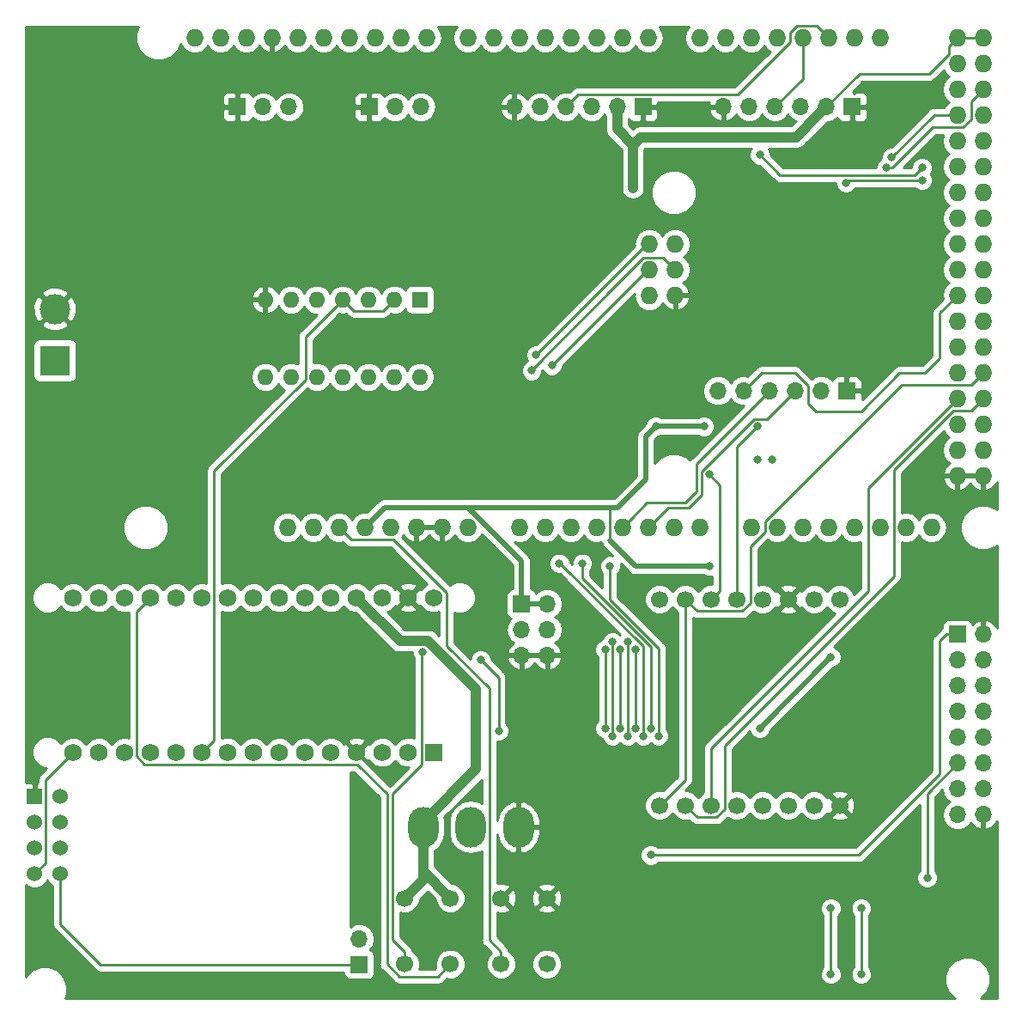
<source format=gbr>
G04 #@! TF.GenerationSoftware,KiCad,Pcbnew,(5.0.0)*
G04 #@! TF.CreationDate,2019-08-08T11:35:40+10:00*
G04 #@! TF.ProjectId,couchmobile-electrical,636F7563686D6F62696C652D656C6563,rev?*
G04 #@! TF.SameCoordinates,Original*
G04 #@! TF.FileFunction,Copper,L2,Bot,Signal*
G04 #@! TF.FilePolarity,Positive*
%FSLAX46Y46*%
G04 Gerber Fmt 4.6, Leading zero omitted, Abs format (unit mm)*
G04 Created by KiCad (PCBNEW (5.0.0)) date 08/08/19 11:35:40*
%MOMM*%
%LPD*%
G01*
G04 APERTURE LIST*
G04 #@! TA.AperFunction,ComponentPad*
%ADD10C,1.700000*%
G04 #@! TD*
G04 #@! TA.AperFunction,ComponentPad*
%ADD11R,3.000000X3.000000*%
G04 #@! TD*
G04 #@! TA.AperFunction,ComponentPad*
%ADD12C,3.000000*%
G04 #@! TD*
G04 #@! TA.AperFunction,ComponentPad*
%ADD13R,1.700000X1.700000*%
G04 #@! TD*
G04 #@! TA.AperFunction,ComponentPad*
%ADD14O,1.700000X1.700000*%
G04 #@! TD*
G04 #@! TA.AperFunction,ComponentPad*
%ADD15O,3.000000X4.000000*%
G04 #@! TD*
G04 #@! TA.AperFunction,ComponentPad*
%ADD16R,1.524000X1.524000*%
G04 #@! TD*
G04 #@! TA.AperFunction,ComponentPad*
%ADD17C,1.524000*%
G04 #@! TD*
G04 #@! TA.AperFunction,ComponentPad*
%ADD18R,1.600000X1.600000*%
G04 #@! TD*
G04 #@! TA.AperFunction,ComponentPad*
%ADD19O,1.600000X1.600000*%
G04 #@! TD*
G04 #@! TA.AperFunction,ComponentPad*
%ADD20C,1.727200*%
G04 #@! TD*
G04 #@! TA.AperFunction,ComponentPad*
%ADD21R,1.727200X1.727200*%
G04 #@! TD*
G04 #@! TA.AperFunction,ComponentPad*
%ADD22O,1.727200X1.727200*%
G04 #@! TD*
G04 #@! TA.AperFunction,ViaPad*
%ADD23C,0.800000*%
G04 #@! TD*
G04 #@! TA.AperFunction,Conductor*
%ADD24C,1.000000*%
G04 #@! TD*
G04 #@! TA.AperFunction,Conductor*
%ADD25C,0.250000*%
G04 #@! TD*
G04 #@! TA.AperFunction,Conductor*
%ADD26C,0.500000*%
G04 #@! TD*
G04 #@! TA.AperFunction,Conductor*
%ADD27C,0.254000*%
G04 #@! TD*
G04 APERTURE END LIST*
D10*
G04 #@! TO.P,U2,0*
G04 #@! TO.N,Net-(J6-Pad4)*
X102380000Y-78540000D03*
G04 #@! TO.P,U2,1*
G04 #@! TO.N,Net-(J6-Pad3)*
X99840000Y-78540000D03*
G04 #@! TO.P,U2,2*
G04 #@! TO.N,GND*
X97300000Y-78540000D03*
G04 #@! TO.P,U2,3*
G04 #@! TO.N,+3V3*
X94760000Y-78540000D03*
G04 #@! TO.P,U2,4*
G04 #@! TO.N,/SDA_3V3*
X92220000Y-78540000D03*
G04 #@! TO.P,U2,5*
G04 #@! TO.N,/SCL_3V3*
X89680000Y-78540000D03*
G04 #@! TO.P,U2,6*
G04 #@! TO.N,/IMU_RESET*
X87140000Y-78540000D03*
G04 #@! TO.P,U2,7*
G04 #@! TO.N,N/C*
X84600000Y-78540000D03*
G04 #@! TO.P,U2,8*
G04 #@! TO.N,GND*
X102380000Y-98860000D03*
G04 #@! TO.P,U2,9*
G04 #@! TO.N,+3V3*
X99840000Y-98860000D03*
G04 #@! TO.P,U2,12*
G04 #@! TO.N,/MOSI*
X92220000Y-98860000D03*
G04 #@! TO.P,U2,10*
G04 #@! TO.N,/SCK*
X97300000Y-98860000D03*
G04 #@! TO.P,U2,15*
G04 #@! TO.N,/IMU_RESET*
X84600000Y-98860000D03*
G04 #@! TO.P,U2,11*
G04 #@! TO.N,/MISO*
X94760000Y-98860000D03*
G04 #@! TO.P,U2,14*
G04 #@! TO.N,/IMU_WAKE*
X87140000Y-98860000D03*
G04 #@! TO.P,U2,13*
G04 #@! TO.N,/IMU_CS*
X89680000Y-98860000D03*
G04 #@! TD*
D11*
G04 #@! TO.P,J1,1*
G04 #@! TO.N,Net-(J1-Pad1)*
X25000000Y-55000000D03*
D12*
G04 #@! TO.P,J1,2*
G04 #@! TO.N,GND*
X25000000Y-49920000D03*
G04 #@! TD*
D13*
G04 #@! TO.P,J2,1*
G04 #@! TO.N,+5V*
X114000000Y-82000000D03*
D14*
G04 #@! TO.P,J2,2*
G04 #@! TO.N,GND*
X116540000Y-82000000D03*
G04 #@! TO.P,J2,3*
G04 #@! TO.N,/NANO_A7*
X114000000Y-84540000D03*
G04 #@! TO.P,J2,4*
G04 #@! TO.N,/NANO_A6*
X116540000Y-84540000D03*
G04 #@! TO.P,J2,5*
G04 #@! TO.N,/NANO_A5*
X114000000Y-87080000D03*
G04 #@! TO.P,J2,6*
G04 #@! TO.N,/NANO_A4*
X116540000Y-87080000D03*
G04 #@! TO.P,J2,7*
G04 #@! TO.N,/NANO_A3*
X114000000Y-89620000D03*
G04 #@! TO.P,J2,8*
G04 #@! TO.N,/NANO_A2*
X116540000Y-89620000D03*
G04 #@! TO.P,J2,9*
G04 #@! TO.N,/NANO_A1*
X114000000Y-92160000D03*
G04 #@! TO.P,J2,10*
G04 #@! TO.N,/NANO_D8*
X116540000Y-92160000D03*
G04 #@! TO.P,J2,11*
G04 #@! TO.N,/ESTOP_ON*
X114000000Y-94700000D03*
G04 #@! TO.P,J2,12*
G04 #@! TO.N,/ESTOP_HS*
X116540000Y-94700000D03*
G04 #@! TO.P,J2,13*
G04 #@! TO.N,/NANO_RX*
X114000000Y-97240000D03*
G04 #@! TO.P,J2,14*
G04 #@! TO.N,/NANO_TX*
X116540000Y-97240000D03*
G04 #@! TO.P,J2,15*
G04 #@! TO.N,+3V3*
X114000000Y-99780000D03*
G04 #@! TO.P,J2,16*
G04 #@! TO.N,GND*
X116540000Y-99780000D03*
G04 #@! TD*
D13*
G04 #@! TO.P,J5,1*
G04 #@! TO.N,/ESTOP_IRQ*
X55000000Y-114540000D03*
D14*
G04 #@! TO.P,J5,2*
G04 #@! TO.N,/NANO_INT0*
X55000000Y-112000000D03*
G04 #@! TD*
D13*
G04 #@! TO.P,J6,1*
G04 #@! TO.N,+3V3*
X71000000Y-79000000D03*
D14*
G04 #@! TO.P,J6,2*
X73540000Y-79000000D03*
G04 #@! TO.P,J6,3*
G04 #@! TO.N,Net-(J6-Pad3)*
X71000000Y-81540000D03*
G04 #@! TO.P,J6,4*
G04 #@! TO.N,Net-(J6-Pad4)*
X73540000Y-81540000D03*
G04 #@! TO.P,J6,5*
G04 #@! TO.N,GND*
X71000000Y-84080000D03*
G04 #@! TO.P,J6,6*
X73540000Y-84080000D03*
G04 #@! TD*
D13*
G04 #@! TO.P,J7,1*
G04 #@! TO.N,GND*
X103080000Y-58000000D03*
D14*
G04 #@! TO.P,J7,2*
G04 #@! TO.N,+5V*
X100540000Y-58000000D03*
G04 #@! TO.P,J7,3*
G04 #@! TO.N,/JOYSTICK_X*
X98000000Y-58000000D03*
G04 #@! TO.P,J7,4*
G04 #@! TO.N,/JOYSTICK_Y*
X95460000Y-58000000D03*
G04 #@! TO.P,J7,5*
G04 #@! TO.N,/JOYSTICK_SW*
X92920000Y-58000000D03*
G04 #@! TO.P,J7,6*
G04 #@! TO.N,N/C*
X90380000Y-58000000D03*
G04 #@! TD*
D13*
G04 #@! TO.P,J8,1*
G04 #@! TO.N,GND*
X103620000Y-30000000D03*
D14*
G04 #@! TO.P,J8,2*
G04 #@! TO.N,+5V*
X101080000Y-30000000D03*
G04 #@! TO.P,J8,3*
G04 #@! TO.N,/EN1_1*
X98540000Y-30000000D03*
G04 #@! TO.P,J8,4*
G04 #@! TO.N,/EN1_2*
X96000000Y-30000000D03*
G04 #@! TO.P,J8,5*
G04 #@! TO.N,/EN1_3*
X93460000Y-30000000D03*
G04 #@! TO.P,J8,6*
G04 #@! TO.N,GND*
X90920000Y-30000000D03*
G04 #@! TD*
G04 #@! TO.P,J9,6*
G04 #@! TO.N,GND*
X70300000Y-30000000D03*
G04 #@! TO.P,J9,5*
G04 #@! TO.N,/EN2_3*
X72840000Y-30000000D03*
G04 #@! TO.P,J9,4*
G04 #@! TO.N,/EN2_2*
X75380000Y-30000000D03*
G04 #@! TO.P,J9,3*
G04 #@! TO.N,/EN2_1*
X77920000Y-30000000D03*
G04 #@! TO.P,J9,2*
G04 #@! TO.N,+5V*
X80460000Y-30000000D03*
D13*
G04 #@! TO.P,J9,1*
G04 #@! TO.N,GND*
X83000000Y-30000000D03*
G04 #@! TD*
D14*
G04 #@! TO.P,J10,3*
G04 #@! TO.N,/M1_OUT*
X61080000Y-30000000D03*
G04 #@! TO.P,J10,2*
G04 #@! TO.N,+5V*
X58540000Y-30000000D03*
D13*
G04 #@! TO.P,J10,1*
G04 #@! TO.N,GND*
X56000000Y-30000000D03*
G04 #@! TD*
G04 #@! TO.P,J11,1*
G04 #@! TO.N,GND*
X43000000Y-30000000D03*
D14*
G04 #@! TO.P,J11,2*
G04 #@! TO.N,+5V*
X45540000Y-30000000D03*
G04 #@! TO.P,J11,3*
G04 #@! TO.N,/M2_OUT*
X48080000Y-30000000D03*
G04 #@! TD*
D10*
G04 #@! TO.P,SW1,4*
G04 #@! TO.N,/MEGA_SW1*
X59500000Y-114500000D03*
G04 #@! TO.P,SW1,3*
G04 #@! TO.N,+5V*
X59500000Y-108000000D03*
G04 #@! TO.P,SW1,2*
G04 #@! TO.N,/NANO_SW1*
X64000000Y-114500000D03*
G04 #@! TO.P,SW1,1*
G04 #@! TO.N,+5V*
X64000000Y-108000000D03*
G04 #@! TD*
G04 #@! TO.P,SW2,1*
G04 #@! TO.N,GND*
X73500000Y-108000000D03*
G04 #@! TO.P,SW2,2*
G04 #@! TO.N,/NANO_RESET*
X73500000Y-114500000D03*
G04 #@! TO.P,SW2,3*
G04 #@! TO.N,GND*
X69000000Y-108000000D03*
G04 #@! TO.P,SW2,4*
G04 #@! TO.N,/MEGA_RESET*
X69000000Y-114500000D03*
G04 #@! TD*
D15*
G04 #@! TO.P,SW3,2*
G04 #@! TO.N,/MEGA_SW2*
X66000000Y-101000000D03*
G04 #@! TO.P,SW3,1*
G04 #@! TO.N,GND*
X70700000Y-101000000D03*
G04 #@! TO.P,SW3,3*
G04 #@! TO.N,+5V*
X61300000Y-101000000D03*
G04 #@! TD*
D16*
G04 #@! TO.P,U1,1*
G04 #@! TO.N,GND*
X23000000Y-98000000D03*
D17*
G04 #@! TO.P,U1,2*
G04 #@! TO.N,+3V3*
X25540000Y-98000000D03*
G04 #@! TO.P,U1,3*
G04 #@! TO.N,/ESTOP_CE*
X23000000Y-100540000D03*
G04 #@! TO.P,U1,4*
G04 #@! TO.N,/ESTOP_CSN*
X25540000Y-100540000D03*
G04 #@! TO.P,U1,5*
G04 #@! TO.N,/ESTOP_SCK*
X23000000Y-103080000D03*
G04 #@! TO.P,U1,6*
G04 #@! TO.N,/ESTOP_MOSI*
X25540000Y-103080000D03*
G04 #@! TO.P,U1,7*
G04 #@! TO.N,/ESTOP_MISO*
X23000000Y-105620000D03*
G04 #@! TO.P,U1,8*
G04 #@! TO.N,/ESTOP_IRQ*
X25540000Y-105620000D03*
G04 #@! TD*
D18*
G04 #@! TO.P,U3,1*
G04 #@! TO.N,/PWM_M1*
X61000000Y-49000000D03*
D19*
G04 #@! TO.P,U3,8*
G04 #@! TO.N,N/C*
X45760000Y-56620000D03*
G04 #@! TO.P,U3,2*
G04 #@! TO.N,/ESTOP_TRAN*
X58460000Y-49000000D03*
G04 #@! TO.P,U3,9*
G04 #@! TO.N,N/C*
X48300000Y-56620000D03*
G04 #@! TO.P,U3,3*
G04 #@! TO.N,/M1_OUT*
X55920000Y-49000000D03*
G04 #@! TO.P,U3,10*
G04 #@! TO.N,N/C*
X50840000Y-56620000D03*
G04 #@! TO.P,U3,4*
G04 #@! TO.N,/ESTOP_TRAN*
X53380000Y-49000000D03*
G04 #@! TO.P,U3,11*
G04 #@! TO.N,N/C*
X53380000Y-56620000D03*
G04 #@! TO.P,U3,5*
G04 #@! TO.N,/PWM_M2*
X50840000Y-49000000D03*
G04 #@! TO.P,U3,12*
G04 #@! TO.N,N/C*
X55920000Y-56620000D03*
G04 #@! TO.P,U3,6*
G04 #@! TO.N,/M2_OUT*
X48300000Y-49000000D03*
G04 #@! TO.P,U3,13*
G04 #@! TO.N,N/C*
X58460000Y-56620000D03*
G04 #@! TO.P,U3,7*
G04 #@! TO.N,GND*
X45760000Y-49000000D03*
G04 #@! TO.P,U3,14*
G04 #@! TO.N,+5V*
X61000000Y-56620000D03*
G04 #@! TD*
D20*
G04 #@! TO.P,XA1,VIN*
G04 #@! TO.N,N/C*
X62370000Y-78380000D03*
G04 #@! TO.P,XA1,GND2*
G04 #@! TO.N,GND*
X59830000Y-78380000D03*
G04 #@! TO.P,XA1,RST2*
G04 #@! TO.N,N/C*
X57290000Y-78380000D03*
G04 #@! TO.P,XA1,5V*
G04 #@! TO.N,+5V*
X54750000Y-78380000D03*
G04 #@! TO.P,XA1,A7*
G04 #@! TO.N,/NANO_A7*
X52210000Y-78380000D03*
G04 #@! TO.P,XA1,A6*
G04 #@! TO.N,/NANO_A6*
X49670000Y-78380000D03*
G04 #@! TO.P,XA1,A5*
G04 #@! TO.N,/NANO_A5*
X47130000Y-78380000D03*
G04 #@! TO.P,XA1,A4*
G04 #@! TO.N,/NANO_A4*
X44590000Y-78380000D03*
G04 #@! TO.P,XA1,A3*
G04 #@! TO.N,/NANO_A3*
X42050000Y-78380000D03*
G04 #@! TO.P,XA1,A2*
G04 #@! TO.N,/NANO_A2*
X39510000Y-78380000D03*
G04 #@! TO.P,XA1,A1*
G04 #@! TO.N,/NANO_A1*
X36970000Y-78380000D03*
G04 #@! TO.P,XA1,A0*
G04 #@! TO.N,/NANO_SW1*
X34430000Y-78380000D03*
G04 #@! TO.P,XA1,AREF*
G04 #@! TO.N,N/C*
X31890000Y-78380000D03*
G04 #@! TO.P,XA1,3V3*
X29350000Y-78380000D03*
G04 #@! TO.P,XA1,D13*
G04 #@! TO.N,/ESTOP_SCK*
X26810000Y-78380000D03*
G04 #@! TO.P,XA1,D12*
G04 #@! TO.N,/ESTOP_MISO*
X26810000Y-93620000D03*
G04 #@! TO.P,XA1,D11*
G04 #@! TO.N,/ESTOP_MOSI*
X29350000Y-93620000D03*
G04 #@! TO.P,XA1,D10*
G04 #@! TO.N,/ESTOP_CE*
X31890000Y-93620000D03*
G04 #@! TO.P,XA1,D9*
G04 #@! TO.N,/ESTOP_CSN*
X34430000Y-93620000D03*
G04 #@! TO.P,XA1,D8*
G04 #@! TO.N,/NANO_D8*
X36970000Y-93620000D03*
G04 #@! TO.P,XA1,D7*
G04 #@! TO.N,/ESTOP_TRAN*
X39510000Y-93620000D03*
G04 #@! TO.P,XA1,D6*
G04 #@! TO.N,/ESTOP_HS*
X42050000Y-93620000D03*
G04 #@! TO.P,XA1,D5*
G04 #@! TO.N,/ESTOP_ON*
X44590000Y-93620000D03*
G04 #@! TO.P,XA1,D4*
G04 #@! TO.N,/ESTOP_EN*
X47130000Y-93620000D03*
G04 #@! TO.P,XA1,D3*
G04 #@! TO.N,/ESTOP_RX*
X49670000Y-93620000D03*
G04 #@! TO.P,XA1,D2*
G04 #@! TO.N,/NANO_INT0*
X52210000Y-93620000D03*
G04 #@! TO.P,XA1,GND1*
G04 #@! TO.N,GND*
X54750000Y-93620000D03*
G04 #@! TO.P,XA1,RST1*
G04 #@! TO.N,/NANO_RESET*
X57290000Y-93620000D03*
G04 #@! TO.P,XA1,D0*
G04 #@! TO.N,/NANO_RX*
X59830000Y-93620000D03*
D21*
G04 #@! TO.P,XA1,D1*
G04 #@! TO.N,/NANO_TX*
X62370000Y-93620000D03*
G04 #@! TD*
D22*
G04 #@! TO.P,XA2,RST2*
G04 #@! TO.N,N/C*
X83627000Y-48600000D03*
G04 #@! TO.P,XA2,GND4*
G04 #@! TO.N,GND*
X86167000Y-48600000D03*
G04 #@! TO.P,XA2,MOSI*
G04 #@! TO.N,/MOSI*
X86167000Y-46060000D03*
G04 #@! TO.P,XA2,SCK*
G04 #@! TO.N,/SCK*
X83627000Y-46060000D03*
G04 #@! TO.P,XA2,5V2*
G04 #@! TO.N,+5V*
X86167000Y-43520000D03*
G04 #@! TO.P,XA2,A0*
G04 #@! TO.N,/MEGA_SW1*
X70800000Y-71460000D03*
G04 #@! TO.P,XA2,VIN*
G04 #@! TO.N,N/C*
X65720000Y-71460000D03*
G04 #@! TO.P,XA2,GND3*
G04 #@! TO.N,GND*
X63180000Y-71460000D03*
G04 #@! TO.P,XA2,GND2*
X60640000Y-71460000D03*
G04 #@! TO.P,XA2,5V1*
G04 #@! TO.N,+5V*
X58100000Y-71460000D03*
G04 #@! TO.P,XA2,3V3*
G04 #@! TO.N,+3V3*
X55560000Y-71460000D03*
G04 #@! TO.P,XA2,RST1*
G04 #@! TO.N,/MEGA_RESET*
X53020000Y-71460000D03*
G04 #@! TO.P,XA2,IORF*
G04 #@! TO.N,N/C*
X50480000Y-71460000D03*
G04 #@! TO.P,XA2,D21*
G04 #@! TO.N,/SCL*
X106360000Y-23200000D03*
G04 #@! TO.P,XA2,D20*
G04 #@! TO.N,/SDA*
X103820000Y-23200000D03*
G04 #@! TO.P,XA2,D19*
G04 #@! TO.N,/EN2_2*
X101280000Y-23200000D03*
G04 #@! TO.P,XA2,D18*
G04 #@! TO.N,/EN1_2*
X98740000Y-23200000D03*
G04 #@! TO.P,XA2,D17*
G04 #@! TO.N,N/C*
X96200000Y-23200000D03*
G04 #@! TO.P,XA2,D16*
X93660000Y-23200000D03*
G04 #@! TO.P,XA2,D15*
X91120000Y-23200000D03*
G04 #@! TO.P,XA2,D14*
X88580000Y-23200000D03*
G04 #@! TO.P,XA2,D0*
G04 #@! TO.N,/MEGA_RX0*
X83500000Y-23200000D03*
G04 #@! TO.P,XA2,D1*
G04 #@! TO.N,/MEGA_TX0*
X80960000Y-23200000D03*
G04 #@! TO.P,XA2,D2*
G04 #@! TO.N,/EN1_1*
X78420000Y-23200000D03*
G04 #@! TO.P,XA2,D3*
G04 #@! TO.N,/EN2_1*
X75880000Y-23200000D03*
G04 #@! TO.P,XA2,D4*
G04 #@! TO.N,N/C*
X73340000Y-23200000D03*
G04 #@! TO.P,XA2,D5*
X70800000Y-23200000D03*
G04 #@! TO.P,XA2,D6*
G04 #@! TO.N,/PWM_M1*
X68260000Y-23200000D03*
G04 #@! TO.P,XA2,D7*
G04 #@! TO.N,/PWM_M2*
X65720000Y-23200000D03*
G04 #@! TO.P,XA2,GND1*
G04 #@! TO.N,GND*
X46416000Y-23200000D03*
G04 #@! TO.P,XA2,D8*
G04 #@! TO.N,N/C*
X61656000Y-23200000D03*
G04 #@! TO.P,XA2,D9*
X59116000Y-23200000D03*
G04 #@! TO.P,XA2,D10*
X56576000Y-23200000D03*
G04 #@! TO.P,XA2,SCL*
X38796000Y-23200000D03*
G04 #@! TO.P,XA2,SDA*
X41336000Y-23200000D03*
G04 #@! TO.P,XA2,AREF*
X43876000Y-23200000D03*
G04 #@! TO.P,XA2,D13*
X48956000Y-23200000D03*
G04 #@! TO.P,XA2,D12*
X51496000Y-23200000D03*
G04 #@! TO.P,XA2,D11*
X54036000Y-23200000D03*
G04 #@! TO.P,XA2,*
G04 #@! TO.N,*
X47940000Y-71460000D03*
G04 #@! TO.P,XA2,A1*
G04 #@! TO.N,/MEGA_SW2*
X73340000Y-71460000D03*
G04 #@! TO.P,XA2,A2*
G04 #@! TO.N,/MEGA_A2*
X75880000Y-71460000D03*
G04 #@! TO.P,XA2,A3*
G04 #@! TO.N,/MEGA_A3*
X78420000Y-71460000D03*
G04 #@! TO.P,XA2,A4*
G04 #@! TO.N,/JOYSTICK_Y*
X80960000Y-71460000D03*
G04 #@! TO.P,XA2,A5*
G04 #@! TO.N,/JOYSTICK_X*
X83500000Y-71460000D03*
G04 #@! TO.P,XA2,A6*
G04 #@! TO.N,/MEGA_A6*
X86040000Y-71460000D03*
G04 #@! TO.P,XA2,A7*
G04 #@! TO.N,/MEGA_A7*
X88580000Y-71460000D03*
G04 #@! TO.P,XA2,A8*
G04 #@! TO.N,/MEGA_A8*
X93660000Y-71460000D03*
G04 #@! TO.P,XA2,A9*
G04 #@! TO.N,/MEGA_A9*
X96200000Y-71460000D03*
G04 #@! TO.P,XA2,A10*
G04 #@! TO.N,/MEGA_A10*
X98740000Y-71460000D03*
G04 #@! TO.P,XA2,A11*
G04 #@! TO.N,/MEGA_A11*
X101280000Y-71460000D03*
G04 #@! TO.P,XA2,A12*
G04 #@! TO.N,/MEGA_A12*
X103820000Y-71460000D03*
G04 #@! TO.P,XA2,A13*
G04 #@! TO.N,/MEGA_A13*
X106360000Y-71460000D03*
G04 #@! TO.P,XA2,A14*
G04 #@! TO.N,/ESTOP_ON*
X108900000Y-71460000D03*
G04 #@! TO.P,XA2,A15*
G04 #@! TO.N,/ESTOP_HS*
X111440000Y-71460000D03*
G04 #@! TO.P,XA2,5V3*
G04 #@! TO.N,+5V*
X113980000Y-23200000D03*
G04 #@! TO.P,XA2,5V4*
X116520000Y-23200000D03*
G04 #@! TO.P,XA2,D22*
G04 #@! TO.N,/STATUS_SERIAL*
X113980000Y-25740000D03*
G04 #@! TO.P,XA2,D23*
G04 #@! TO.N,/STATUS_IMU*
X116520000Y-25740000D03*
G04 #@! TO.P,XA2,D24*
G04 #@! TO.N,/STATUS_ENC*
X113980000Y-28280000D03*
G04 #@! TO.P,XA2,D25*
G04 #@! TO.N,/STATUS_M1*
X116520000Y-28280000D03*
G04 #@! TO.P,XA2,D26*
G04 #@! TO.N,/STATUS_M2*
X113980000Y-30820000D03*
G04 #@! TO.P,XA2,D27*
G04 #@! TO.N,N/C*
X116520000Y-30820000D03*
G04 #@! TO.P,XA2,D28*
X113980000Y-33360000D03*
G04 #@! TO.P,XA2,D29*
X116520000Y-33360000D03*
G04 #@! TO.P,XA2,D30*
G04 #@! TO.N,/EN1_3*
X113980000Y-35900000D03*
G04 #@! TO.P,XA2,D31*
G04 #@! TO.N,/EN2_3*
X116520000Y-35900000D03*
G04 #@! TO.P,XA2,D32*
G04 #@! TO.N,/MEGA_D32*
X113980000Y-38440000D03*
G04 #@! TO.P,XA2,D33*
G04 #@! TO.N,/MEGA_D33*
X116520000Y-38440000D03*
G04 #@! TO.P,XA2,D34*
G04 #@! TO.N,/MEGA_D34*
X113980000Y-40980000D03*
G04 #@! TO.P,XA2,D35*
G04 #@! TO.N,/MEGA_D35*
X116520000Y-40980000D03*
G04 #@! TO.P,XA2,D36*
G04 #@! TO.N,/MEGA_D36*
X113980000Y-43520000D03*
G04 #@! TO.P,XA2,D37*
G04 #@! TO.N,/MEGA_D37*
X116520000Y-43520000D03*
G04 #@! TO.P,XA2,D38*
G04 #@! TO.N,/MEGA_D38*
X113980000Y-46060000D03*
G04 #@! TO.P,XA2,D39*
G04 #@! TO.N,/MEGA_D39*
X116520000Y-46060000D03*
G04 #@! TO.P,XA2,D40*
G04 #@! TO.N,/JOYSTICK_SW*
X113980000Y-48600000D03*
G04 #@! TO.P,XA2,D41*
G04 #@! TO.N,N/C*
X116520000Y-48600000D03*
G04 #@! TO.P,XA2,D42*
X113980000Y-51140000D03*
G04 #@! TO.P,XA2,D43*
X116520000Y-51140000D03*
G04 #@! TO.P,XA2,D44*
X113980000Y-53680000D03*
G04 #@! TO.P,XA2,D45*
X116520000Y-53680000D03*
G04 #@! TO.P,XA2,D46*
X113980000Y-56220000D03*
G04 #@! TO.P,XA2,D47*
G04 #@! TO.N,/IMU_RESET*
X116520000Y-56220000D03*
G04 #@! TO.P,XA2,D48*
G04 #@! TO.N,/IMU_CS*
X113980000Y-58760000D03*
G04 #@! TO.P,XA2,D49*
G04 #@! TO.N,/IMU_WAKE*
X116520000Y-58760000D03*
G04 #@! TO.P,XA2,D50*
G04 #@! TO.N,N/C*
X113980000Y-61300000D03*
G04 #@! TO.P,XA2,D51*
X116520000Y-61300000D03*
G04 #@! TO.P,XA2,D52*
X113980000Y-63840000D03*
G04 #@! TO.P,XA2,D53*
X116520000Y-63840000D03*
G04 #@! TO.P,XA2,GND5*
G04 #@! TO.N,GND*
X113980000Y-66380000D03*
G04 #@! TO.P,XA2,GND6*
X116520000Y-66380000D03*
G04 #@! TO.P,XA2,MISO*
G04 #@! TO.N,/MISO*
X83627000Y-43520000D03*
G04 #@! TD*
D23*
G04 #@! TO.N,+5V*
X82000000Y-38000000D03*
X83750000Y-103750000D03*
G04 #@! TO.N,/STATUS_M1*
X79250000Y-91250000D03*
X79250000Y-83500000D03*
X107000000Y-36000000D03*
G04 #@! TO.N,/STATUS_M2*
X80000000Y-92000000D03*
X80000000Y-82750000D03*
X107500000Y-35000000D03*
G04 #@! TO.N,/STATUS_SERIAL*
X80750000Y-91250000D03*
X80750000Y-83500000D03*
G04 #@! TO.N,/STATUS_IMU*
X81500000Y-92000000D03*
X81500000Y-82750000D03*
G04 #@! TO.N,/STATUS_ENC*
X82250000Y-91250000D03*
X82250000Y-83500000D03*
G04 #@! TO.N,/ESTOP_RX*
X101500000Y-109000000D03*
X101500000Y-115500000D03*
G04 #@! TO.N,/ESTOP_EN*
X104500000Y-109000000D03*
X104500000Y-115500000D03*
G04 #@! TO.N,/ESTOP_ON*
X111000000Y-106000000D03*
G04 #@! TO.N,GND*
X96000000Y-75000000D03*
X97000000Y-75000000D03*
X98000000Y-75000000D03*
X99000000Y-75000000D03*
X85000000Y-81000000D03*
X86000000Y-82000000D03*
X86000000Y-81000000D03*
X89000000Y-82000000D03*
X90000000Y-82000000D03*
X91000000Y-82000000D03*
X114000000Y-79000000D03*
X113000000Y-79000000D03*
X112000000Y-79000000D03*
X111000000Y-79000000D03*
X77000000Y-108000000D03*
X77000000Y-109000000D03*
X77000000Y-110000000D03*
X77000000Y-111000000D03*
X77000000Y-112000000D03*
X77000000Y-113000000D03*
X77000000Y-114000000D03*
X77000000Y-115000000D03*
X78000000Y-115000000D03*
X78000000Y-114000000D03*
X78000000Y-113000000D03*
X78000000Y-112000000D03*
X78000000Y-111000000D03*
X78000000Y-110000000D03*
X78000000Y-109000000D03*
X78000000Y-108000000D03*
X113000000Y-108000000D03*
X114000000Y-108000000D03*
X113000000Y-109000000D03*
X114000000Y-109000000D03*
X113000000Y-110000000D03*
X114000000Y-110000000D03*
X57000000Y-75000000D03*
X58000000Y-75000000D03*
X63000000Y-75000000D03*
X64000000Y-75000000D03*
X38000000Y-67000000D03*
X37000000Y-67000000D03*
X37000000Y-66000000D03*
X38000000Y-66000000D03*
X38000000Y-65000000D03*
X37000000Y-65000000D03*
X37000000Y-64000000D03*
X38000000Y-64000000D03*
X45000000Y-64000000D03*
X46000000Y-64000000D03*
X46000000Y-65000000D03*
X45000000Y-65000000D03*
X45000000Y-66000000D03*
X46000000Y-66000000D03*
X46000000Y-67000000D03*
X45000000Y-67000000D03*
X65000000Y-75000000D03*
X66000000Y-75000000D03*
X67000000Y-75000000D03*
X67000000Y-76000000D03*
X66000000Y-76000000D03*
X65000000Y-76000000D03*
X63000000Y-67000000D03*
X64000000Y-67000000D03*
X65000000Y-67000000D03*
X67000000Y-67000000D03*
X66000000Y-67000000D03*
X67000000Y-66000000D03*
X66000000Y-66000000D03*
X65000000Y-66000000D03*
X64000000Y-66000000D03*
X63000000Y-66000000D03*
X111000000Y-54000000D03*
X111000000Y-53000000D03*
X111000000Y-52000000D03*
X111000000Y-66000000D03*
X111000000Y-67000000D03*
X111000000Y-68000000D03*
X111000000Y-69000000D03*
X110000000Y-69000000D03*
X110000000Y-68000000D03*
X110000000Y-67000000D03*
X110000000Y-66000000D03*
X111000000Y-51000000D03*
X101000000Y-35000000D03*
X102000000Y-35000000D03*
X103000000Y-35000000D03*
X104000000Y-35000000D03*
X101000000Y-40000000D03*
X102000000Y-40000000D03*
X103000000Y-40000000D03*
X104000000Y-40000000D03*
X86000000Y-31000000D03*
X87000000Y-31000000D03*
X88000000Y-31000000D03*
X88000000Y-30000000D03*
X87000000Y-30000000D03*
X86000000Y-30000000D03*
X77000000Y-27000000D03*
X78000000Y-27000000D03*
X79000000Y-27000000D03*
X79000000Y-26000000D03*
X78000000Y-26000000D03*
X77000000Y-26000000D03*
X54750000Y-109000000D03*
X55750000Y-109000000D03*
X55000000Y-99500000D03*
X55000000Y-105500000D03*
X111000000Y-50000000D03*
X111000000Y-49000000D03*
G04 #@! TO.N,+3V3*
X89000000Y-61500000D03*
X84250000Y-61500000D03*
X94500000Y-91250000D03*
X101500000Y-84250000D03*
X89500000Y-75250000D03*
G04 #@! TO.N,/SCL*
X94250000Y-64750000D03*
G04 #@! TO.N,/SDA*
X95750000Y-64750000D03*
G04 #@! TO.N,/EN1_3*
X110500000Y-36000000D03*
X94500000Y-34750000D03*
G04 #@! TO.N,/EN2_3*
X110500000Y-37250000D03*
X103000000Y-37500000D03*
G04 #@! TO.N,/MEGA_SW2*
X67000000Y-84500000D03*
X68750000Y-91500000D03*
G04 #@! TO.N,/MEGA_SW1*
X61250000Y-83750000D03*
G04 #@! TO.N,/MOSI*
X83000000Y-92000000D03*
X74750000Y-75000000D03*
X72000000Y-56000000D03*
G04 #@! TO.N,/SCK*
X84500000Y-92000000D03*
X79750000Y-75250000D03*
X74000000Y-55500000D03*
G04 #@! TO.N,/MISO*
X83750000Y-91250000D03*
X77000000Y-75000000D03*
X72451282Y-54451282D03*
G04 #@! TO.N,/SCL_3V3*
X89500000Y-66250000D03*
G04 #@! TO.N,/SDA_3V3*
X94250000Y-61500000D03*
G04 #@! TD*
D24*
G04 #@! TO.N,+5V*
X61300000Y-106200000D02*
X59500000Y-108000000D01*
X61300000Y-105300000D02*
X61300000Y-104750000D01*
X64000000Y-108000000D02*
X61300000Y-105300000D01*
X61300000Y-101000000D02*
X61300000Y-104750000D01*
X61300000Y-104750000D02*
X61300000Y-106200000D01*
X82000000Y-38000000D02*
X82000000Y-33750000D01*
X80460000Y-32210000D02*
X80460000Y-30000000D01*
X82000000Y-33750000D02*
X80460000Y-32210000D01*
X100230001Y-30849999D02*
X101080000Y-30000000D01*
X98080000Y-33000000D02*
X100230001Y-30849999D01*
X82750000Y-33000000D02*
X98080000Y-33000000D01*
X82000000Y-33750000D02*
X82750000Y-33000000D01*
X61300000Y-100500000D02*
X61300000Y-101000000D01*
X66535001Y-95264999D02*
X61300000Y-100500000D01*
X66535001Y-87406999D02*
X66535001Y-95264999D01*
X61778001Y-82649999D02*
X66535001Y-87406999D01*
X59019999Y-82649999D02*
X61778001Y-82649999D01*
X54750000Y-78380000D02*
X59019999Y-82649999D01*
D25*
X101080000Y-30000000D02*
X104330000Y-26750000D01*
X104330000Y-26750000D02*
X111210870Y-26750000D01*
X113116401Y-24844469D02*
X112710870Y-25250000D01*
X113116401Y-24063599D02*
X113116401Y-24844469D01*
X113980000Y-23200000D02*
X113116401Y-24063599D01*
X111210870Y-26750000D02*
X112710870Y-25250000D01*
X115201314Y-23200000D02*
X116520000Y-23200000D01*
X113980000Y-23200000D02*
X115201314Y-23200000D01*
X112900000Y-82000000D02*
X114000000Y-82000000D01*
X112250000Y-82650000D02*
X112900000Y-82000000D01*
X112250000Y-95750000D02*
X112250000Y-82650000D01*
X104250000Y-103750000D02*
X112250000Y-95750000D01*
X83750000Y-103750000D02*
X104250000Y-103750000D01*
G04 #@! TO.N,/STATUS_M1*
X79250000Y-91250000D02*
X79250000Y-83500000D01*
X115656401Y-29143599D02*
X116520000Y-28280000D01*
X115331399Y-29468601D02*
X115656401Y-29143599D01*
X115331399Y-31227731D02*
X115331399Y-29468601D01*
X114550529Y-32008601D02*
X115331399Y-31227731D01*
X111564401Y-32008601D02*
X114550529Y-32008601D01*
X107573002Y-36000000D02*
X111564401Y-32008601D01*
X107000000Y-36000000D02*
X107573002Y-36000000D01*
G04 #@! TO.N,/STATUS_M2*
X80000000Y-92000000D02*
X80000000Y-82750000D01*
X111680000Y-30820000D02*
X113980000Y-30820000D01*
X107500000Y-35000000D02*
X111680000Y-30820000D01*
G04 #@! TO.N,/STATUS_SERIAL*
X80750000Y-91250000D02*
X80750000Y-83500000D01*
G04 #@! TO.N,/STATUS_IMU*
X81500000Y-92000000D02*
X81500000Y-82750000D01*
G04 #@! TO.N,/STATUS_ENC*
X82250000Y-91250000D02*
X82250000Y-83500000D01*
G04 #@! TO.N,/ESTOP_RX*
X101500000Y-109000000D02*
X101500000Y-115500000D01*
G04 #@! TO.N,/ESTOP_EN*
X104500000Y-109000000D02*
X104500000Y-115500000D01*
G04 #@! TO.N,/ESTOP_ON*
X111000000Y-97700000D02*
X114000000Y-94700000D01*
X111000000Y-106000000D02*
X111000000Y-97700000D01*
D26*
G04 #@! TO.N,+3V3*
X55560000Y-71460000D02*
X57520000Y-69500000D01*
X71000000Y-77650000D02*
X71000000Y-79000000D01*
X71000000Y-74795870D02*
X71000000Y-77650000D01*
X65704130Y-69500000D02*
X71000000Y-74795870D01*
X57520000Y-69500000D02*
X65704130Y-69500000D01*
X73540000Y-79000000D02*
X71000000Y-79000000D01*
X80500000Y-69500000D02*
X83250000Y-66750000D01*
X83250000Y-66750000D02*
X83250000Y-62500000D01*
X83250000Y-62500000D02*
X84250000Y-61500000D01*
X84250000Y-61500000D02*
X89000000Y-61500000D01*
X94500000Y-91250000D02*
X101500000Y-84250000D01*
D25*
X79750000Y-69500000D02*
X79750000Y-72009130D01*
D26*
X79750000Y-69500000D02*
X80500000Y-69500000D01*
X65704130Y-69500000D02*
X79750000Y-69500000D01*
D25*
X79750000Y-72009130D02*
X79750000Y-72750000D01*
D26*
X82805870Y-75250000D02*
X89500000Y-75250000D01*
X79750000Y-72750000D02*
X82250000Y-75250000D01*
X82250000Y-75250000D02*
X82805870Y-75250000D01*
D25*
G04 #@! TO.N,/ESTOP_IRQ*
X25540000Y-110540000D02*
X25540000Y-105620000D01*
X55000000Y-114540000D02*
X29540000Y-114540000D01*
X29540000Y-114540000D02*
X25540000Y-110540000D01*
G04 #@! TO.N,/JOYSTICK_X*
X93901999Y-60774999D02*
X88750000Y-65926998D01*
X98000000Y-58000000D02*
X95225001Y-60774999D01*
X95225001Y-60774999D02*
X93901999Y-60774999D01*
X88750000Y-65926998D02*
X88750000Y-68250000D01*
X88750000Y-68250000D02*
X87500000Y-69500000D01*
X85460000Y-69500000D02*
X83500000Y-71460000D01*
X87500000Y-69500000D02*
X85460000Y-69500000D01*
G04 #@! TO.N,/JOYSTICK_Y*
X88299990Y-65160010D02*
X88299990Y-67950010D01*
X95460000Y-58000000D02*
X88299990Y-65160010D01*
X81823599Y-70596401D02*
X80960000Y-71460000D01*
X83370010Y-69049990D02*
X81823599Y-70596401D01*
X87200010Y-69049990D02*
X83370010Y-69049990D01*
X88299990Y-67950010D02*
X87200010Y-69049990D01*
G04 #@! TO.N,/JOYSTICK_SW*
X92920000Y-58000000D02*
X94670000Y-56250000D01*
X110823002Y-56250000D02*
X112250000Y-54823002D01*
X112250000Y-50330000D02*
X113980000Y-48600000D01*
X112250000Y-54823002D02*
X112250000Y-50330000D01*
X97989002Y-56250000D02*
X99250000Y-57510998D01*
X94670000Y-56250000D02*
X97989002Y-56250000D01*
X99250000Y-57510998D02*
X99250000Y-59250000D01*
X99250000Y-59250000D02*
X100000000Y-60000000D01*
X108250000Y-56250000D02*
X110823002Y-56250000D01*
X104500000Y-60000000D02*
X108250000Y-56250000D01*
X100000000Y-60000000D02*
X104500000Y-60000000D01*
G04 #@! TO.N,/EN1_2*
X98740000Y-27260000D02*
X96000000Y-30000000D01*
X98740000Y-23200000D02*
X98740000Y-27260000D01*
G04 #@! TO.N,/EN1_3*
X96475001Y-36725001D02*
X94500000Y-34750000D01*
X110500000Y-36000000D02*
X109774999Y-36725001D01*
X109774999Y-36725001D02*
X96475001Y-36725001D01*
G04 #@! TO.N,/EN2_3*
X110500000Y-37250000D02*
X103250000Y-37250000D01*
X103250000Y-37250000D02*
X103000000Y-37500000D01*
G04 #@! TO.N,/EN2_2*
X98169471Y-22011399D02*
X97500000Y-22680870D01*
X101280000Y-23200000D02*
X100091399Y-22011399D01*
X100091399Y-22011399D02*
X98169471Y-22011399D01*
X76229999Y-29150001D02*
X75380000Y-30000000D01*
X76555001Y-28824999D02*
X76229999Y-29150001D01*
X92334131Y-28824999D02*
X76555001Y-28824999D01*
X97500000Y-23659130D02*
X92334131Y-28824999D01*
X97500000Y-22680870D02*
X97500000Y-23659130D01*
G04 #@! TO.N,/MEGA_SW2*
X68750000Y-87000000D02*
X68750000Y-91500000D01*
X67000000Y-84500000D02*
X68750000Y-86250000D01*
X68750000Y-86250000D02*
X68750000Y-87000000D01*
G04 #@! TO.N,/MEGA_SW1*
X61181399Y-94873601D02*
X61181399Y-83931399D01*
X58324999Y-97730001D02*
X61181399Y-94873601D01*
X58324999Y-112122918D02*
X58324999Y-97730001D01*
X59500000Y-114500000D02*
X59500000Y-113297919D01*
X59500000Y-113297919D02*
X58324999Y-112122918D01*
X61181399Y-83931399D02*
X61250000Y-83862798D01*
X61250000Y-83862798D02*
X61250000Y-83750000D01*
G04 #@! TO.N,/NANO_SW1*
X33859471Y-94808601D02*
X33078601Y-94027731D01*
X62750000Y-115750000D02*
X59010998Y-115750000D01*
X64000000Y-114500000D02*
X62750000Y-115750000D01*
X33078601Y-79731399D02*
X34430000Y-78380000D01*
X59010998Y-115750000D02*
X57750000Y-114489002D01*
X57750000Y-114489002D02*
X57750000Y-97750000D01*
X33078601Y-94027731D02*
X33078601Y-79731399D01*
X57750000Y-97750000D02*
X54808601Y-94808601D01*
X54808601Y-94808601D02*
X33859471Y-94808601D01*
G04 #@! TO.N,/MEGA_RESET*
X67825010Y-102255943D02*
X67825010Y-87325010D01*
X67824999Y-102255954D02*
X67825010Y-102255943D01*
X67824999Y-112122918D02*
X67824999Y-102255954D01*
X69000000Y-114500000D02*
X69000000Y-113297919D01*
X69000000Y-113297919D02*
X67824999Y-112122918D01*
X53883599Y-72323599D02*
X53020000Y-71460000D01*
X54208601Y-72648601D02*
X53883599Y-72323599D01*
X58397731Y-72648601D02*
X54208601Y-72648601D01*
X63659999Y-77910869D02*
X58397731Y-72648601D01*
X63659999Y-83159999D02*
X63659999Y-77910869D01*
X67825010Y-87325010D02*
X63659999Y-83159999D01*
G04 #@! TO.N,/ESTOP_MISO*
X25946401Y-94483599D02*
X26810000Y-93620000D01*
X24087001Y-96342999D02*
X25946401Y-94483599D01*
X24087001Y-104532999D02*
X24087001Y-96342999D01*
X23000000Y-105620000D02*
X24087001Y-104532999D01*
G04 #@! TO.N,/IMU_RESET*
X115656401Y-57083599D02*
X116520000Y-56220000D01*
X115331399Y-57408601D02*
X115656401Y-57083599D01*
X95011399Y-70889471D02*
X108492269Y-57408601D01*
X108492269Y-57408601D02*
X115331399Y-57408601D01*
X95011399Y-71867731D02*
X95011399Y-70889471D01*
X93584999Y-73294131D02*
X95011399Y-71867731D01*
X93584999Y-78914003D02*
X93584999Y-73294131D01*
X92784001Y-79715001D02*
X93584999Y-78914003D01*
X88315001Y-79715001D02*
X92784001Y-79715001D01*
X87140000Y-78540000D02*
X88315001Y-79715001D01*
X87140000Y-96320000D02*
X87140000Y-78540000D01*
X84600000Y-98860000D02*
X87140000Y-96320000D01*
G04 #@! TO.N,/MOSI*
X85303401Y-45196401D02*
X86167000Y-46060000D01*
X83056471Y-44871399D02*
X84978399Y-44871399D01*
X84978399Y-44871399D02*
X85303401Y-45196401D01*
X71988601Y-55939269D02*
X80500000Y-47427870D01*
X83000000Y-92000000D02*
X83000000Y-83176998D01*
X79750000Y-48177870D02*
X80500000Y-47427870D01*
X80500000Y-47427870D02*
X83056471Y-44871399D01*
X83000000Y-83176998D02*
X74823002Y-75000000D01*
X74823002Y-75000000D02*
X74750000Y-75000000D01*
G04 #@! TO.N,/SCK*
X84500000Y-83363590D02*
X84200009Y-83063599D01*
X84500000Y-92000000D02*
X84500000Y-83363590D01*
X84200009Y-83063599D02*
X79750000Y-78613590D01*
X79750000Y-78613590D02*
X79750000Y-75250000D01*
X83440000Y-46060000D02*
X83627000Y-46060000D01*
X74000000Y-55500000D02*
X83440000Y-46060000D01*
G04 #@! TO.N,/MISO*
X83750000Y-91250000D02*
X83750000Y-83250000D01*
X83750000Y-83250000D02*
X77000000Y-76500000D01*
X77000000Y-76500000D02*
X77000000Y-75000000D01*
X83382564Y-43520000D02*
X83627000Y-43520000D01*
X72451282Y-54451282D02*
X83382564Y-43520000D01*
G04 #@! TO.N,/IMU_WAKE*
X115656401Y-59623599D02*
X116520000Y-58760000D01*
X115331399Y-59948601D02*
X115656401Y-59623599D01*
X113572269Y-59948601D02*
X115331399Y-59948601D01*
X107711399Y-65809471D02*
X113572269Y-59948601D01*
X87140000Y-98860000D02*
X88315001Y-100035001D01*
X88315001Y-100035001D02*
X90244001Y-100035001D01*
X90244001Y-100035001D02*
X91044999Y-99234003D01*
X91044999Y-99234003D02*
X91044999Y-92955001D01*
X91044999Y-92955001D02*
X107711399Y-76288601D01*
X107711399Y-76288601D02*
X107711399Y-65809471D01*
G04 #@! TO.N,/IMU_CS*
X113116401Y-59623599D02*
X113980000Y-58760000D01*
X105171399Y-67568601D02*
X113116401Y-59623599D01*
X105171399Y-77755599D02*
X105171399Y-67568601D01*
X89680000Y-93246998D02*
X91676998Y-91250000D01*
X89680000Y-98860000D02*
X89680000Y-93246998D01*
X91600001Y-91326997D02*
X91676998Y-91250000D01*
X91676998Y-91250000D02*
X105171399Y-77755599D01*
G04 #@! TO.N,/ESTOP_TRAN*
X52580001Y-49799999D02*
X53380000Y-49000000D01*
X49714999Y-52665001D02*
X52580001Y-49799999D01*
X49714999Y-56870003D02*
X49714999Y-52665001D01*
X40698601Y-65886401D02*
X49714999Y-56870003D01*
X40698601Y-92431399D02*
X40698601Y-65886401D01*
X39510000Y-93620000D02*
X40698601Y-92431399D01*
X54179999Y-49799999D02*
X53380000Y-49000000D01*
X54505001Y-50125001D02*
X54179999Y-49799999D01*
X57334999Y-50125001D02*
X54505001Y-50125001D01*
X58460000Y-49000000D02*
X57334999Y-50125001D01*
G04 #@! TO.N,/SCL_3V3*
X90529999Y-67279999D02*
X89500000Y-66250000D01*
X89680000Y-78540000D02*
X90529999Y-77690001D01*
X90529999Y-77690001D02*
X90529999Y-67279999D01*
G04 #@! TO.N,/SDA_3V3*
X92220000Y-78540000D02*
X92220000Y-63530000D01*
X92220000Y-63530000D02*
X94250000Y-61500000D01*
G04 #@! TD*
D27*
G04 #@! TO.N,GND*
G36*
X112899570Y-62380430D02*
X113183281Y-62570000D01*
X112899570Y-62759570D01*
X112568350Y-63255275D01*
X112452041Y-63840000D01*
X112568350Y-64424725D01*
X112899570Y-64920430D01*
X113201021Y-65121854D01*
X113091510Y-65173179D01*
X112697312Y-65605053D01*
X112525042Y-66020974D01*
X112646183Y-66253000D01*
X113853000Y-66253000D01*
X113853000Y-66233000D01*
X114107000Y-66233000D01*
X114107000Y-66253000D01*
X116393000Y-66253000D01*
X116393000Y-66233000D01*
X116647000Y-66233000D01*
X116647000Y-66253000D01*
X116667000Y-66253000D01*
X116667000Y-66507000D01*
X116647000Y-66507000D01*
X116647000Y-67714469D01*
X116879027Y-67834968D01*
X117408490Y-67586821D01*
X117802688Y-67154947D01*
X117873000Y-66985189D01*
X117873000Y-69652233D01*
X117786026Y-69565259D01*
X116964569Y-69225000D01*
X116075431Y-69225000D01*
X115253974Y-69565259D01*
X114625259Y-70193974D01*
X114285000Y-71015431D01*
X114285000Y-71904569D01*
X114625259Y-72726026D01*
X115253974Y-73354741D01*
X116075431Y-73695000D01*
X116964569Y-73695000D01*
X117786026Y-73354741D01*
X117873000Y-73267767D01*
X117873000Y-81381209D01*
X117811645Y-81233076D01*
X117421358Y-80804817D01*
X116896892Y-80558514D01*
X116667000Y-80679181D01*
X116667000Y-81873000D01*
X116687000Y-81873000D01*
X116687000Y-82127000D01*
X116667000Y-82127000D01*
X116667000Y-82147000D01*
X116413000Y-82147000D01*
X116413000Y-82127000D01*
X116393000Y-82127000D01*
X116393000Y-81873000D01*
X116413000Y-81873000D01*
X116413000Y-80679181D01*
X116183108Y-80558514D01*
X115658642Y-80804817D01*
X115469961Y-81011855D01*
X115448157Y-80902235D01*
X115307809Y-80692191D01*
X115097765Y-80551843D01*
X114850000Y-80502560D01*
X113150000Y-80502560D01*
X112902235Y-80551843D01*
X112692191Y-80692191D01*
X112551843Y-80902235D01*
X112502560Y-81150000D01*
X112502560Y-81351517D01*
X112416418Y-81409076D01*
X112352071Y-81452071D01*
X112309671Y-81515527D01*
X111765528Y-82059671D01*
X111702072Y-82102071D01*
X111659672Y-82165527D01*
X111659671Y-82165528D01*
X111534097Y-82353463D01*
X111475112Y-82650000D01*
X111490001Y-82724852D01*
X111490000Y-95435197D01*
X103935199Y-102990000D01*
X84453711Y-102990000D01*
X84336280Y-102872569D01*
X83955874Y-102715000D01*
X83544126Y-102715000D01*
X83163720Y-102872569D01*
X82872569Y-103163720D01*
X82715000Y-103544126D01*
X82715000Y-103955874D01*
X82872569Y-104336280D01*
X83163720Y-104627431D01*
X83544126Y-104785000D01*
X83955874Y-104785000D01*
X84336280Y-104627431D01*
X84453711Y-104510000D01*
X104175153Y-104510000D01*
X104250000Y-104524888D01*
X104324847Y-104510000D01*
X104324852Y-104510000D01*
X104546537Y-104465904D01*
X104797929Y-104297929D01*
X104840331Y-104234470D01*
X110240001Y-98834802D01*
X110240000Y-105296289D01*
X110122569Y-105413720D01*
X109965000Y-105794126D01*
X109965000Y-106205874D01*
X110122569Y-106586280D01*
X110413720Y-106877431D01*
X110794126Y-107035000D01*
X111205874Y-107035000D01*
X111586280Y-106877431D01*
X111877431Y-106586280D01*
X112035000Y-106205874D01*
X112035000Y-105794126D01*
X111877431Y-105413720D01*
X111760000Y-105296289D01*
X111760000Y-98014801D01*
X112494020Y-97280781D01*
X112601161Y-97819418D01*
X112929375Y-98310625D01*
X113227761Y-98510000D01*
X112929375Y-98709375D01*
X112601161Y-99200582D01*
X112485908Y-99780000D01*
X112601161Y-100359418D01*
X112929375Y-100850625D01*
X113420582Y-101178839D01*
X113853744Y-101265000D01*
X114146256Y-101265000D01*
X114579418Y-101178839D01*
X115070625Y-100850625D01*
X115271353Y-100550214D01*
X115658642Y-100975183D01*
X116183108Y-101221486D01*
X116413000Y-101100819D01*
X116413000Y-99907000D01*
X116393000Y-99907000D01*
X116393000Y-99653000D01*
X116413000Y-99653000D01*
X116413000Y-99633000D01*
X116667000Y-99633000D01*
X116667000Y-99653000D01*
X116687000Y-99653000D01*
X116687000Y-99907000D01*
X116667000Y-99907000D01*
X116667000Y-101100819D01*
X116896892Y-101221486D01*
X117421358Y-100975183D01*
X117811645Y-100546924D01*
X117873000Y-100398791D01*
X117873000Y-117873000D01*
X116287767Y-117873000D01*
X116894741Y-117266026D01*
X117235000Y-116444569D01*
X117235000Y-115555431D01*
X116894741Y-114733974D01*
X116266026Y-114105259D01*
X115444569Y-113765000D01*
X114555431Y-113765000D01*
X113733974Y-114105259D01*
X113105259Y-114733974D01*
X112765000Y-115555431D01*
X112765000Y-116444569D01*
X113105259Y-117266026D01*
X113712233Y-117873000D01*
X26057538Y-117873000D01*
X26235000Y-117444569D01*
X26235000Y-116555431D01*
X25894741Y-115733974D01*
X25266026Y-115105259D01*
X24444569Y-114765000D01*
X23555431Y-114765000D01*
X22733974Y-115105259D01*
X22127000Y-115712233D01*
X22127000Y-106722657D01*
X22208663Y-106804320D01*
X22722119Y-107017000D01*
X23277881Y-107017000D01*
X23791337Y-106804320D01*
X24184320Y-106411337D01*
X24270000Y-106204487D01*
X24355680Y-106411337D01*
X24748663Y-106804320D01*
X24780001Y-106817300D01*
X24780000Y-110465153D01*
X24765112Y-110540000D01*
X24780000Y-110614847D01*
X24780000Y-110614851D01*
X24824096Y-110836536D01*
X24992071Y-111087929D01*
X25055530Y-111130331D01*
X28949671Y-115024473D01*
X28992071Y-115087929D01*
X29243463Y-115255904D01*
X29465148Y-115300000D01*
X29465152Y-115300000D01*
X29539999Y-115314888D01*
X29614846Y-115300000D01*
X53502560Y-115300000D01*
X53502560Y-115390000D01*
X53551843Y-115637765D01*
X53692191Y-115847809D01*
X53902235Y-115988157D01*
X54150000Y-116037440D01*
X55850000Y-116037440D01*
X56097765Y-115988157D01*
X56307809Y-115847809D01*
X56448157Y-115637765D01*
X56497440Y-115390000D01*
X56497440Y-113690000D01*
X56448157Y-113442235D01*
X56307809Y-113232191D01*
X56097765Y-113091843D01*
X56052381Y-113082816D01*
X56070625Y-113070625D01*
X56398839Y-112579418D01*
X56514092Y-112000000D01*
X56398839Y-111420582D01*
X56070625Y-110929375D01*
X55579418Y-110601161D01*
X55146256Y-110515000D01*
X54853744Y-110515000D01*
X54420582Y-110601161D01*
X54127000Y-110797326D01*
X54127000Y-95568601D01*
X54493800Y-95568601D01*
X56990001Y-98064804D01*
X56990000Y-114414155D01*
X56975112Y-114489002D01*
X56990000Y-114563849D01*
X56990000Y-114563853D01*
X57034096Y-114785538D01*
X57202071Y-115036931D01*
X57265530Y-115079333D01*
X58420671Y-116234476D01*
X58463069Y-116297929D01*
X58526522Y-116340327D01*
X58526524Y-116340329D01*
X58651900Y-116424102D01*
X58714461Y-116465904D01*
X58936146Y-116510000D01*
X58936150Y-116510000D01*
X59010997Y-116524888D01*
X59085844Y-116510000D01*
X62675153Y-116510000D01*
X62750000Y-116524888D01*
X62824847Y-116510000D01*
X62824852Y-116510000D01*
X63046537Y-116465904D01*
X63297929Y-116297929D01*
X63340331Y-116234470D01*
X63623429Y-115951372D01*
X63704615Y-115985000D01*
X64295385Y-115985000D01*
X64841185Y-115758922D01*
X65258922Y-115341185D01*
X65485000Y-114795385D01*
X65485000Y-114204615D01*
X65258922Y-113658815D01*
X64841185Y-113241078D01*
X64295385Y-113015000D01*
X63704615Y-113015000D01*
X63158815Y-113241078D01*
X62741078Y-113658815D01*
X62515000Y-114204615D01*
X62515000Y-114795385D01*
X62548628Y-114876571D01*
X62435199Y-114990000D01*
X60904388Y-114990000D01*
X60985000Y-114795385D01*
X60985000Y-114204615D01*
X60758922Y-113658815D01*
X60341185Y-113241078D01*
X60256615Y-113206048D01*
X60215904Y-113001382D01*
X60174102Y-112938821D01*
X60090329Y-112813445D01*
X60090327Y-112813443D01*
X60047929Y-112749990D01*
X59984476Y-112707592D01*
X59084999Y-111808117D01*
X59084999Y-109435453D01*
X59204615Y-109485000D01*
X59795385Y-109485000D01*
X60341185Y-109258922D01*
X60758922Y-108841185D01*
X60985000Y-108295385D01*
X60985000Y-108120131D01*
X61750000Y-107355132D01*
X62515000Y-108120132D01*
X62515000Y-108295385D01*
X62741078Y-108841185D01*
X63158815Y-109258922D01*
X63704615Y-109485000D01*
X64295385Y-109485000D01*
X64841185Y-109258922D01*
X65258922Y-108841185D01*
X65485000Y-108295385D01*
X65485000Y-107704615D01*
X65258922Y-107158815D01*
X64841185Y-106741078D01*
X64295385Y-106515000D01*
X64120132Y-106515000D01*
X62435000Y-104829869D01*
X62435000Y-103309359D01*
X62839249Y-103039249D01*
X63311126Y-102333036D01*
X63435000Y-101710279D01*
X63435000Y-100289722D01*
X63381977Y-100023155D01*
X67065010Y-96340122D01*
X67065010Y-98643874D01*
X66833036Y-98488874D01*
X66000000Y-98323173D01*
X65166965Y-98488874D01*
X64460752Y-98960751D01*
X63988874Y-99666964D01*
X63865000Y-100289721D01*
X63865000Y-101710278D01*
X63988874Y-102333035D01*
X64460751Y-103039249D01*
X65166964Y-103511126D01*
X66000000Y-103676827D01*
X66833035Y-103511126D01*
X67065000Y-103356132D01*
X67064999Y-112048071D01*
X67050111Y-112122918D01*
X67064999Y-112197765D01*
X67064999Y-112197769D01*
X67109095Y-112419454D01*
X67277070Y-112670847D01*
X67340529Y-112713249D01*
X68013586Y-113386307D01*
X67741078Y-113658815D01*
X67515000Y-114204615D01*
X67515000Y-114795385D01*
X67741078Y-115341185D01*
X68158815Y-115758922D01*
X68704615Y-115985000D01*
X69295385Y-115985000D01*
X69841185Y-115758922D01*
X70258922Y-115341185D01*
X70485000Y-114795385D01*
X70485000Y-114204615D01*
X72015000Y-114204615D01*
X72015000Y-114795385D01*
X72241078Y-115341185D01*
X72658815Y-115758922D01*
X73204615Y-115985000D01*
X73795385Y-115985000D01*
X74341185Y-115758922D01*
X74758922Y-115341185D01*
X74985000Y-114795385D01*
X74985000Y-114204615D01*
X74758922Y-113658815D01*
X74341185Y-113241078D01*
X73795385Y-113015000D01*
X73204615Y-113015000D01*
X72658815Y-113241078D01*
X72241078Y-113658815D01*
X72015000Y-114204615D01*
X70485000Y-114204615D01*
X70258922Y-113658815D01*
X69841185Y-113241078D01*
X69756615Y-113206048D01*
X69715904Y-113001382D01*
X69674102Y-112938821D01*
X69590329Y-112813445D01*
X69590327Y-112813443D01*
X69547929Y-112749990D01*
X69484476Y-112707592D01*
X68584999Y-111808117D01*
X68584999Y-109429144D01*
X68771279Y-109496718D01*
X69361458Y-109470315D01*
X69784080Y-109295259D01*
X69864353Y-109043958D01*
X72635647Y-109043958D01*
X72715920Y-109295259D01*
X73271279Y-109496718D01*
X73861458Y-109470315D01*
X74284080Y-109295259D01*
X74364353Y-109043958D01*
X73500000Y-108179605D01*
X72635647Y-109043958D01*
X69864353Y-109043958D01*
X69000000Y-108179605D01*
X68985858Y-108193748D01*
X68806253Y-108014143D01*
X68820395Y-108000000D01*
X69179605Y-108000000D01*
X70043958Y-108864353D01*
X70295259Y-108784080D01*
X70496718Y-108228721D01*
X70476254Y-107771279D01*
X72003282Y-107771279D01*
X72029685Y-108361458D01*
X72204741Y-108784080D01*
X72456042Y-108864353D01*
X73320395Y-108000000D01*
X73679605Y-108000000D01*
X74543958Y-108864353D01*
X74763809Y-108794126D01*
X100465000Y-108794126D01*
X100465000Y-109205874D01*
X100622569Y-109586280D01*
X100740000Y-109703711D01*
X100740001Y-114796288D01*
X100622569Y-114913720D01*
X100465000Y-115294126D01*
X100465000Y-115705874D01*
X100622569Y-116086280D01*
X100913720Y-116377431D01*
X101294126Y-116535000D01*
X101705874Y-116535000D01*
X102086280Y-116377431D01*
X102377431Y-116086280D01*
X102535000Y-115705874D01*
X102535000Y-115294126D01*
X102377431Y-114913720D01*
X102260000Y-114796289D01*
X102260000Y-109703711D01*
X102377431Y-109586280D01*
X102535000Y-109205874D01*
X102535000Y-108794126D01*
X103465000Y-108794126D01*
X103465000Y-109205874D01*
X103622569Y-109586280D01*
X103740000Y-109703711D01*
X103740001Y-114796288D01*
X103622569Y-114913720D01*
X103465000Y-115294126D01*
X103465000Y-115705874D01*
X103622569Y-116086280D01*
X103913720Y-116377431D01*
X104294126Y-116535000D01*
X104705874Y-116535000D01*
X105086280Y-116377431D01*
X105377431Y-116086280D01*
X105535000Y-115705874D01*
X105535000Y-115294126D01*
X105377431Y-114913720D01*
X105260000Y-114796289D01*
X105260000Y-109703711D01*
X105377431Y-109586280D01*
X105535000Y-109205874D01*
X105535000Y-108794126D01*
X105377431Y-108413720D01*
X105086280Y-108122569D01*
X104705874Y-107965000D01*
X104294126Y-107965000D01*
X103913720Y-108122569D01*
X103622569Y-108413720D01*
X103465000Y-108794126D01*
X102535000Y-108794126D01*
X102377431Y-108413720D01*
X102086280Y-108122569D01*
X101705874Y-107965000D01*
X101294126Y-107965000D01*
X100913720Y-108122569D01*
X100622569Y-108413720D01*
X100465000Y-108794126D01*
X74763809Y-108794126D01*
X74795259Y-108784080D01*
X74996718Y-108228721D01*
X74970315Y-107638542D01*
X74795259Y-107215920D01*
X74543958Y-107135647D01*
X73679605Y-108000000D01*
X73320395Y-108000000D01*
X72456042Y-107135647D01*
X72204741Y-107215920D01*
X72003282Y-107771279D01*
X70476254Y-107771279D01*
X70470315Y-107638542D01*
X70295259Y-107215920D01*
X70043958Y-107135647D01*
X69179605Y-108000000D01*
X68820395Y-108000000D01*
X68806253Y-107985858D01*
X68985858Y-107806253D01*
X69000000Y-107820395D01*
X69864353Y-106956042D01*
X72635647Y-106956042D01*
X73500000Y-107820395D01*
X74364353Y-106956042D01*
X74284080Y-106704741D01*
X73728721Y-106503282D01*
X73138542Y-106529685D01*
X72715920Y-106704741D01*
X72635647Y-106956042D01*
X69864353Y-106956042D01*
X69784080Y-106704741D01*
X69228721Y-106503282D01*
X68638542Y-106529685D01*
X68584999Y-106551863D01*
X68584999Y-102330850D01*
X68585010Y-102330795D01*
X68585010Y-102330791D01*
X68599898Y-102255943D01*
X68585010Y-102181095D01*
X68585010Y-101703523D01*
X68776118Y-102434362D01*
X69280130Y-103099476D01*
X70000304Y-103521084D01*
X70241167Y-103585113D01*
X70573000Y-103472165D01*
X70573000Y-101127000D01*
X70827000Y-101127000D01*
X70827000Y-103472165D01*
X71158833Y-103585113D01*
X71399696Y-103521084D01*
X72119870Y-103099476D01*
X72623882Y-102434362D01*
X72835000Y-101627000D01*
X72835000Y-101127000D01*
X70827000Y-101127000D01*
X70573000Y-101127000D01*
X70553000Y-101127000D01*
X70553000Y-100873000D01*
X70573000Y-100873000D01*
X70573000Y-98527835D01*
X70827000Y-98527835D01*
X70827000Y-100873000D01*
X72835000Y-100873000D01*
X72835000Y-100373000D01*
X72623882Y-99565638D01*
X72119870Y-98900524D01*
X71399696Y-98478916D01*
X71158833Y-98414887D01*
X70827000Y-98527835D01*
X70573000Y-98527835D01*
X70241167Y-98414887D01*
X70000304Y-98478916D01*
X69280130Y-98900524D01*
X68776118Y-99565638D01*
X68585010Y-100296477D01*
X68585010Y-92535000D01*
X68955874Y-92535000D01*
X69336280Y-92377431D01*
X69627431Y-92086280D01*
X69785000Y-91705874D01*
X69785000Y-91294126D01*
X69627431Y-90913720D01*
X69510000Y-90796289D01*
X69510000Y-86324848D01*
X69524888Y-86250000D01*
X69510000Y-86175152D01*
X69510000Y-86175148D01*
X69465904Y-85953463D01*
X69465904Y-85953462D01*
X69340329Y-85765527D01*
X69297929Y-85702071D01*
X69234473Y-85659671D01*
X68035000Y-84460199D01*
X68035000Y-84436890D01*
X69558524Y-84436890D01*
X69728355Y-84846924D01*
X70118642Y-85275183D01*
X70643108Y-85521486D01*
X70873000Y-85400819D01*
X70873000Y-84207000D01*
X71127000Y-84207000D01*
X71127000Y-85400819D01*
X71356892Y-85521486D01*
X71881358Y-85275183D01*
X72270000Y-84848729D01*
X72658642Y-85275183D01*
X73183108Y-85521486D01*
X73413000Y-85400819D01*
X73413000Y-84207000D01*
X73667000Y-84207000D01*
X73667000Y-85400819D01*
X73896892Y-85521486D01*
X74421358Y-85275183D01*
X74811645Y-84846924D01*
X74981476Y-84436890D01*
X74860155Y-84207000D01*
X73667000Y-84207000D01*
X73413000Y-84207000D01*
X71127000Y-84207000D01*
X70873000Y-84207000D01*
X69679845Y-84207000D01*
X69558524Y-84436890D01*
X68035000Y-84436890D01*
X68035000Y-84294126D01*
X67877431Y-83913720D01*
X67586280Y-83622569D01*
X67205874Y-83465000D01*
X66794126Y-83465000D01*
X66413720Y-83622569D01*
X66122569Y-83913720D01*
X65965000Y-84294126D01*
X65965000Y-84390199D01*
X64419999Y-82845198D01*
X64419999Y-79865567D01*
X64599697Y-79940000D01*
X65220303Y-79940000D01*
X65793669Y-79702504D01*
X66232504Y-79263669D01*
X66470000Y-78690303D01*
X66470000Y-78069697D01*
X66232504Y-77496331D01*
X65793669Y-77057496D01*
X65220303Y-76820000D01*
X64599697Y-76820000D01*
X64026331Y-77057496D01*
X63953879Y-77129948D01*
X59254103Y-72430171D01*
X59373037Y-72252174D01*
X59751510Y-72666821D01*
X60280973Y-72914968D01*
X60513000Y-72794469D01*
X60513000Y-71587000D01*
X60767000Y-71587000D01*
X60767000Y-72794469D01*
X60999027Y-72914968D01*
X61528490Y-72666821D01*
X61910000Y-72248848D01*
X62291510Y-72666821D01*
X62820973Y-72914968D01*
X63053000Y-72794469D01*
X63053000Y-71587000D01*
X60767000Y-71587000D01*
X60513000Y-71587000D01*
X60493000Y-71587000D01*
X60493000Y-71333000D01*
X60513000Y-71333000D01*
X60513000Y-71313000D01*
X60767000Y-71313000D01*
X60767000Y-71333000D01*
X63053000Y-71333000D01*
X63053000Y-71313000D01*
X63307000Y-71313000D01*
X63307000Y-71333000D01*
X63327000Y-71333000D01*
X63327000Y-71587000D01*
X63307000Y-71587000D01*
X63307000Y-72794469D01*
X63539027Y-72914968D01*
X64068490Y-72666821D01*
X64446963Y-72252174D01*
X64639570Y-72540430D01*
X65135275Y-72871650D01*
X65572402Y-72958600D01*
X65867598Y-72958600D01*
X66304725Y-72871650D01*
X66800430Y-72540430D01*
X67077828Y-72125276D01*
X70115000Y-75162449D01*
X70115001Y-77509522D01*
X69902235Y-77551843D01*
X69692191Y-77692191D01*
X69551843Y-77902235D01*
X69502560Y-78150000D01*
X69502560Y-79850000D01*
X69551843Y-80097765D01*
X69692191Y-80307809D01*
X69902235Y-80448157D01*
X69947619Y-80457184D01*
X69929375Y-80469375D01*
X69601161Y-80960582D01*
X69485908Y-81540000D01*
X69601161Y-82119418D01*
X69929375Y-82610625D01*
X70248478Y-82823843D01*
X70118642Y-82884817D01*
X69728355Y-83313076D01*
X69558524Y-83723110D01*
X69679845Y-83953000D01*
X70873000Y-83953000D01*
X70873000Y-83933000D01*
X71127000Y-83933000D01*
X71127000Y-83953000D01*
X73413000Y-83953000D01*
X73413000Y-83933000D01*
X73667000Y-83933000D01*
X73667000Y-83953000D01*
X74860155Y-83953000D01*
X74981476Y-83723110D01*
X74811645Y-83313076D01*
X74421358Y-82884817D01*
X74291522Y-82823843D01*
X74610625Y-82610625D01*
X74938839Y-82119418D01*
X75054092Y-81540000D01*
X74938839Y-80960582D01*
X74610625Y-80469375D01*
X74312239Y-80270000D01*
X74610625Y-80070625D01*
X74938839Y-79579418D01*
X75054092Y-79000000D01*
X74938839Y-78420582D01*
X74610625Y-77929375D01*
X74119418Y-77601161D01*
X73686256Y-77515000D01*
X73393744Y-77515000D01*
X72960582Y-77601161D01*
X72469375Y-77929375D01*
X72457184Y-77947619D01*
X72448157Y-77902235D01*
X72307809Y-77692191D01*
X72097765Y-77551843D01*
X71885000Y-77509522D01*
X71885000Y-74883029D01*
X71902337Y-74795869D01*
X71885000Y-74708709D01*
X71885000Y-74708705D01*
X71833652Y-74450560D01*
X71761615Y-74342750D01*
X71687424Y-74231715D01*
X71687423Y-74231714D01*
X71638049Y-74157821D01*
X71564156Y-74108447D01*
X70355189Y-72899481D01*
X70652402Y-72958600D01*
X70947598Y-72958600D01*
X71384725Y-72871650D01*
X71880430Y-72540430D01*
X72070000Y-72256719D01*
X72259570Y-72540430D01*
X72755275Y-72871650D01*
X73192402Y-72958600D01*
X73487598Y-72958600D01*
X73924725Y-72871650D01*
X74420430Y-72540430D01*
X74610000Y-72256719D01*
X74799570Y-72540430D01*
X75295275Y-72871650D01*
X75732402Y-72958600D01*
X76027598Y-72958600D01*
X76464725Y-72871650D01*
X76960430Y-72540430D01*
X77150000Y-72256719D01*
X77339570Y-72540430D01*
X77835275Y-72871650D01*
X78272402Y-72958600D01*
X78567598Y-72958600D01*
X78876917Y-72897073D01*
X78916348Y-73095309D01*
X79062576Y-73314154D01*
X79968759Y-74220337D01*
X79955874Y-74215000D01*
X79544126Y-74215000D01*
X79163720Y-74372569D01*
X78872569Y-74663720D01*
X78715000Y-75044126D01*
X78715000Y-75455874D01*
X78872569Y-75836280D01*
X78990001Y-75953712D01*
X78990000Y-77415199D01*
X77760000Y-76185199D01*
X77760000Y-75703711D01*
X77877431Y-75586280D01*
X78035000Y-75205874D01*
X78035000Y-74794126D01*
X77877431Y-74413720D01*
X77586280Y-74122569D01*
X77205874Y-73965000D01*
X76794126Y-73965000D01*
X76413720Y-74122569D01*
X76122569Y-74413720D01*
X75965000Y-74794126D01*
X75965000Y-75067197D01*
X75785000Y-74887197D01*
X75785000Y-74794126D01*
X75627431Y-74413720D01*
X75336280Y-74122569D01*
X74955874Y-73965000D01*
X74544126Y-73965000D01*
X74163720Y-74122569D01*
X73872569Y-74413720D01*
X73715000Y-74794126D01*
X73715000Y-75205874D01*
X73872569Y-75586280D01*
X74163720Y-75877431D01*
X74544126Y-76035000D01*
X74783201Y-76035000D01*
X80767244Y-82019045D01*
X80750000Y-82036289D01*
X80586280Y-81872569D01*
X80205874Y-81715000D01*
X79794126Y-81715000D01*
X79413720Y-81872569D01*
X79122569Y-82163720D01*
X78988175Y-82488175D01*
X78663720Y-82622569D01*
X78372569Y-82913720D01*
X78215000Y-83294126D01*
X78215000Y-83705874D01*
X78372569Y-84086280D01*
X78490001Y-84203712D01*
X78490000Y-90546289D01*
X78372569Y-90663720D01*
X78215000Y-91044126D01*
X78215000Y-91455874D01*
X78372569Y-91836280D01*
X78663720Y-92127431D01*
X78988175Y-92261825D01*
X79122569Y-92586280D01*
X79413720Y-92877431D01*
X79794126Y-93035000D01*
X80205874Y-93035000D01*
X80586280Y-92877431D01*
X80750000Y-92713711D01*
X80913720Y-92877431D01*
X81294126Y-93035000D01*
X81705874Y-93035000D01*
X82086280Y-92877431D01*
X82250000Y-92713711D01*
X82413720Y-92877431D01*
X82794126Y-93035000D01*
X83205874Y-93035000D01*
X83586280Y-92877431D01*
X83750000Y-92713711D01*
X83913720Y-92877431D01*
X84294126Y-93035000D01*
X84705874Y-93035000D01*
X85086280Y-92877431D01*
X85377431Y-92586280D01*
X85535000Y-92205874D01*
X85535000Y-91794126D01*
X85377431Y-91413720D01*
X85260000Y-91296289D01*
X85260000Y-83438436D01*
X85274888Y-83363589D01*
X85260000Y-83288742D01*
X85260000Y-83288738D01*
X85215904Y-83067053D01*
X85047929Y-82815661D01*
X84984472Y-82773260D01*
X84790339Y-82579128D01*
X84790338Y-82579126D01*
X80510000Y-78298789D01*
X80510000Y-75953711D01*
X80627431Y-75836280D01*
X80785000Y-75455874D01*
X80785000Y-75044126D01*
X80779663Y-75031242D01*
X81562577Y-75814156D01*
X81611951Y-75888049D01*
X81685844Y-75937423D01*
X81685845Y-75937424D01*
X81904690Y-76083652D01*
X82162835Y-76135000D01*
X82162839Y-76135000D01*
X82250000Y-76152337D01*
X82337161Y-76135000D01*
X88931993Y-76135000D01*
X89294126Y-76285000D01*
X89705874Y-76285000D01*
X89769999Y-76258439D01*
X89769999Y-77055000D01*
X89384615Y-77055000D01*
X88838815Y-77281078D01*
X88421078Y-77698815D01*
X88410000Y-77725560D01*
X88398922Y-77698815D01*
X87981185Y-77281078D01*
X87435385Y-77055000D01*
X86844615Y-77055000D01*
X86298815Y-77281078D01*
X85881078Y-77698815D01*
X85870000Y-77725560D01*
X85858922Y-77698815D01*
X85441185Y-77281078D01*
X84895385Y-77055000D01*
X84304615Y-77055000D01*
X83758815Y-77281078D01*
X83341078Y-77698815D01*
X83115000Y-78244615D01*
X83115000Y-78835385D01*
X83341078Y-79381185D01*
X83758815Y-79798922D01*
X84304615Y-80025000D01*
X84895385Y-80025000D01*
X85441185Y-79798922D01*
X85858922Y-79381185D01*
X85870000Y-79354440D01*
X85881078Y-79381185D01*
X86298815Y-79798922D01*
X86380001Y-79832550D01*
X86380000Y-96005197D01*
X84976570Y-97408628D01*
X84895385Y-97375000D01*
X84304615Y-97375000D01*
X83758815Y-97601078D01*
X83341078Y-98018815D01*
X83115000Y-98564615D01*
X83115000Y-99155385D01*
X83341078Y-99701185D01*
X83758815Y-100118922D01*
X84304615Y-100345000D01*
X84895385Y-100345000D01*
X85441185Y-100118922D01*
X85858922Y-99701185D01*
X85870000Y-99674440D01*
X85881078Y-99701185D01*
X86298815Y-100118922D01*
X86844615Y-100345000D01*
X87435385Y-100345000D01*
X87516570Y-100311372D01*
X87724674Y-100519477D01*
X87767072Y-100582930D01*
X87830525Y-100625328D01*
X87830527Y-100625330D01*
X87955903Y-100709103D01*
X88018464Y-100750905D01*
X88240149Y-100795001D01*
X88240153Y-100795001D01*
X88315000Y-100809889D01*
X88389847Y-100795001D01*
X90169154Y-100795001D01*
X90244001Y-100809889D01*
X90318848Y-100795001D01*
X90318853Y-100795001D01*
X90540538Y-100750905D01*
X90791930Y-100582930D01*
X90834332Y-100519471D01*
X91306848Y-100046955D01*
X91378815Y-100118922D01*
X91924615Y-100345000D01*
X92515385Y-100345000D01*
X93061185Y-100118922D01*
X93478922Y-99701185D01*
X93490000Y-99674440D01*
X93501078Y-99701185D01*
X93918815Y-100118922D01*
X94464615Y-100345000D01*
X95055385Y-100345000D01*
X95601185Y-100118922D01*
X96018922Y-99701185D01*
X96030000Y-99674440D01*
X96041078Y-99701185D01*
X96458815Y-100118922D01*
X97004615Y-100345000D01*
X97595385Y-100345000D01*
X98141185Y-100118922D01*
X98558922Y-99701185D01*
X98570000Y-99674440D01*
X98581078Y-99701185D01*
X98998815Y-100118922D01*
X99544615Y-100345000D01*
X100135385Y-100345000D01*
X100681185Y-100118922D01*
X100896149Y-99903958D01*
X101515647Y-99903958D01*
X101595920Y-100155259D01*
X102151279Y-100356718D01*
X102741458Y-100330315D01*
X103164080Y-100155259D01*
X103244353Y-99903958D01*
X102380000Y-99039605D01*
X101515647Y-99903958D01*
X100896149Y-99903958D01*
X101098922Y-99701185D01*
X101118155Y-99654753D01*
X101336042Y-99724353D01*
X102200395Y-98860000D01*
X102559605Y-98860000D01*
X103423958Y-99724353D01*
X103675259Y-99644080D01*
X103876718Y-99088721D01*
X103850315Y-98498542D01*
X103675259Y-98075920D01*
X103423958Y-97995647D01*
X102559605Y-98860000D01*
X102200395Y-98860000D01*
X101336042Y-97995647D01*
X101118155Y-98065247D01*
X101098922Y-98018815D01*
X100896149Y-97816042D01*
X101515647Y-97816042D01*
X102380000Y-98680395D01*
X103244353Y-97816042D01*
X103164080Y-97564741D01*
X102608721Y-97363282D01*
X102018542Y-97389685D01*
X101595920Y-97564741D01*
X101515647Y-97816042D01*
X100896149Y-97816042D01*
X100681185Y-97601078D01*
X100135385Y-97375000D01*
X99544615Y-97375000D01*
X98998815Y-97601078D01*
X98581078Y-98018815D01*
X98570000Y-98045560D01*
X98558922Y-98018815D01*
X98141185Y-97601078D01*
X97595385Y-97375000D01*
X97004615Y-97375000D01*
X96458815Y-97601078D01*
X96041078Y-98018815D01*
X96030000Y-98045560D01*
X96018922Y-98018815D01*
X95601185Y-97601078D01*
X95055385Y-97375000D01*
X94464615Y-97375000D01*
X93918815Y-97601078D01*
X93501078Y-98018815D01*
X93490000Y-98045560D01*
X93478922Y-98018815D01*
X93061185Y-97601078D01*
X92515385Y-97375000D01*
X91924615Y-97375000D01*
X91804999Y-97424547D01*
X91804999Y-93269802D01*
X93510084Y-91564717D01*
X93622569Y-91836280D01*
X93913720Y-92127431D01*
X94294126Y-92285000D01*
X94705874Y-92285000D01*
X95086280Y-92127431D01*
X95377431Y-91836280D01*
X95527431Y-91474147D01*
X101724148Y-85277430D01*
X102086280Y-85127431D01*
X102377431Y-84836280D01*
X102535000Y-84455874D01*
X102535000Y-84044126D01*
X102377431Y-83663720D01*
X102086280Y-83372569D01*
X101814717Y-83260084D01*
X108195872Y-76878930D01*
X108259328Y-76836530D01*
X108427303Y-76585138D01*
X108471399Y-76363453D01*
X108471399Y-76363448D01*
X108486287Y-76288601D01*
X108471399Y-76213754D01*
X108471399Y-72902705D01*
X108752402Y-72958600D01*
X109047598Y-72958600D01*
X109484725Y-72871650D01*
X109980430Y-72540430D01*
X110170000Y-72256719D01*
X110359570Y-72540430D01*
X110855275Y-72871650D01*
X111292402Y-72958600D01*
X111587598Y-72958600D01*
X112024725Y-72871650D01*
X112520430Y-72540430D01*
X112851650Y-72044725D01*
X112967959Y-71460000D01*
X112851650Y-70875275D01*
X112520430Y-70379570D01*
X112024725Y-70048350D01*
X111587598Y-69961400D01*
X111292402Y-69961400D01*
X110855275Y-70048350D01*
X110359570Y-70379570D01*
X110170000Y-70663281D01*
X109980430Y-70379570D01*
X109484725Y-70048350D01*
X109047598Y-69961400D01*
X108752402Y-69961400D01*
X108471399Y-70017295D01*
X108471399Y-66739026D01*
X112525042Y-66739026D01*
X112697312Y-67154947D01*
X113091510Y-67586821D01*
X113620973Y-67834968D01*
X113853000Y-67714469D01*
X113853000Y-66507000D01*
X114107000Y-66507000D01*
X114107000Y-67714469D01*
X114339027Y-67834968D01*
X114868490Y-67586821D01*
X115250000Y-67168848D01*
X115631510Y-67586821D01*
X116160973Y-67834968D01*
X116393000Y-67714469D01*
X116393000Y-66507000D01*
X114107000Y-66507000D01*
X113853000Y-66507000D01*
X112646183Y-66507000D01*
X112525042Y-66739026D01*
X108471399Y-66739026D01*
X108471399Y-66124272D01*
X112625466Y-61970205D01*
X112899570Y-62380430D01*
X112899570Y-62380430D01*
G37*
X112899570Y-62380430D02*
X113183281Y-62570000D01*
X112899570Y-62759570D01*
X112568350Y-63255275D01*
X112452041Y-63840000D01*
X112568350Y-64424725D01*
X112899570Y-64920430D01*
X113201021Y-65121854D01*
X113091510Y-65173179D01*
X112697312Y-65605053D01*
X112525042Y-66020974D01*
X112646183Y-66253000D01*
X113853000Y-66253000D01*
X113853000Y-66233000D01*
X114107000Y-66233000D01*
X114107000Y-66253000D01*
X116393000Y-66253000D01*
X116393000Y-66233000D01*
X116647000Y-66233000D01*
X116647000Y-66253000D01*
X116667000Y-66253000D01*
X116667000Y-66507000D01*
X116647000Y-66507000D01*
X116647000Y-67714469D01*
X116879027Y-67834968D01*
X117408490Y-67586821D01*
X117802688Y-67154947D01*
X117873000Y-66985189D01*
X117873000Y-69652233D01*
X117786026Y-69565259D01*
X116964569Y-69225000D01*
X116075431Y-69225000D01*
X115253974Y-69565259D01*
X114625259Y-70193974D01*
X114285000Y-71015431D01*
X114285000Y-71904569D01*
X114625259Y-72726026D01*
X115253974Y-73354741D01*
X116075431Y-73695000D01*
X116964569Y-73695000D01*
X117786026Y-73354741D01*
X117873000Y-73267767D01*
X117873000Y-81381209D01*
X117811645Y-81233076D01*
X117421358Y-80804817D01*
X116896892Y-80558514D01*
X116667000Y-80679181D01*
X116667000Y-81873000D01*
X116687000Y-81873000D01*
X116687000Y-82127000D01*
X116667000Y-82127000D01*
X116667000Y-82147000D01*
X116413000Y-82147000D01*
X116413000Y-82127000D01*
X116393000Y-82127000D01*
X116393000Y-81873000D01*
X116413000Y-81873000D01*
X116413000Y-80679181D01*
X116183108Y-80558514D01*
X115658642Y-80804817D01*
X115469961Y-81011855D01*
X115448157Y-80902235D01*
X115307809Y-80692191D01*
X115097765Y-80551843D01*
X114850000Y-80502560D01*
X113150000Y-80502560D01*
X112902235Y-80551843D01*
X112692191Y-80692191D01*
X112551843Y-80902235D01*
X112502560Y-81150000D01*
X112502560Y-81351517D01*
X112416418Y-81409076D01*
X112352071Y-81452071D01*
X112309671Y-81515527D01*
X111765528Y-82059671D01*
X111702072Y-82102071D01*
X111659672Y-82165527D01*
X111659671Y-82165528D01*
X111534097Y-82353463D01*
X111475112Y-82650000D01*
X111490001Y-82724852D01*
X111490000Y-95435197D01*
X103935199Y-102990000D01*
X84453711Y-102990000D01*
X84336280Y-102872569D01*
X83955874Y-102715000D01*
X83544126Y-102715000D01*
X83163720Y-102872569D01*
X82872569Y-103163720D01*
X82715000Y-103544126D01*
X82715000Y-103955874D01*
X82872569Y-104336280D01*
X83163720Y-104627431D01*
X83544126Y-104785000D01*
X83955874Y-104785000D01*
X84336280Y-104627431D01*
X84453711Y-104510000D01*
X104175153Y-104510000D01*
X104250000Y-104524888D01*
X104324847Y-104510000D01*
X104324852Y-104510000D01*
X104546537Y-104465904D01*
X104797929Y-104297929D01*
X104840331Y-104234470D01*
X110240001Y-98834802D01*
X110240000Y-105296289D01*
X110122569Y-105413720D01*
X109965000Y-105794126D01*
X109965000Y-106205874D01*
X110122569Y-106586280D01*
X110413720Y-106877431D01*
X110794126Y-107035000D01*
X111205874Y-107035000D01*
X111586280Y-106877431D01*
X111877431Y-106586280D01*
X112035000Y-106205874D01*
X112035000Y-105794126D01*
X111877431Y-105413720D01*
X111760000Y-105296289D01*
X111760000Y-98014801D01*
X112494020Y-97280781D01*
X112601161Y-97819418D01*
X112929375Y-98310625D01*
X113227761Y-98510000D01*
X112929375Y-98709375D01*
X112601161Y-99200582D01*
X112485908Y-99780000D01*
X112601161Y-100359418D01*
X112929375Y-100850625D01*
X113420582Y-101178839D01*
X113853744Y-101265000D01*
X114146256Y-101265000D01*
X114579418Y-101178839D01*
X115070625Y-100850625D01*
X115271353Y-100550214D01*
X115658642Y-100975183D01*
X116183108Y-101221486D01*
X116413000Y-101100819D01*
X116413000Y-99907000D01*
X116393000Y-99907000D01*
X116393000Y-99653000D01*
X116413000Y-99653000D01*
X116413000Y-99633000D01*
X116667000Y-99633000D01*
X116667000Y-99653000D01*
X116687000Y-99653000D01*
X116687000Y-99907000D01*
X116667000Y-99907000D01*
X116667000Y-101100819D01*
X116896892Y-101221486D01*
X117421358Y-100975183D01*
X117811645Y-100546924D01*
X117873000Y-100398791D01*
X117873000Y-117873000D01*
X116287767Y-117873000D01*
X116894741Y-117266026D01*
X117235000Y-116444569D01*
X117235000Y-115555431D01*
X116894741Y-114733974D01*
X116266026Y-114105259D01*
X115444569Y-113765000D01*
X114555431Y-113765000D01*
X113733974Y-114105259D01*
X113105259Y-114733974D01*
X112765000Y-115555431D01*
X112765000Y-116444569D01*
X113105259Y-117266026D01*
X113712233Y-117873000D01*
X26057538Y-117873000D01*
X26235000Y-117444569D01*
X26235000Y-116555431D01*
X25894741Y-115733974D01*
X25266026Y-115105259D01*
X24444569Y-114765000D01*
X23555431Y-114765000D01*
X22733974Y-115105259D01*
X22127000Y-115712233D01*
X22127000Y-106722657D01*
X22208663Y-106804320D01*
X22722119Y-107017000D01*
X23277881Y-107017000D01*
X23791337Y-106804320D01*
X24184320Y-106411337D01*
X24270000Y-106204487D01*
X24355680Y-106411337D01*
X24748663Y-106804320D01*
X24780001Y-106817300D01*
X24780000Y-110465153D01*
X24765112Y-110540000D01*
X24780000Y-110614847D01*
X24780000Y-110614851D01*
X24824096Y-110836536D01*
X24992071Y-111087929D01*
X25055530Y-111130331D01*
X28949671Y-115024473D01*
X28992071Y-115087929D01*
X29243463Y-115255904D01*
X29465148Y-115300000D01*
X29465152Y-115300000D01*
X29539999Y-115314888D01*
X29614846Y-115300000D01*
X53502560Y-115300000D01*
X53502560Y-115390000D01*
X53551843Y-115637765D01*
X53692191Y-115847809D01*
X53902235Y-115988157D01*
X54150000Y-116037440D01*
X55850000Y-116037440D01*
X56097765Y-115988157D01*
X56307809Y-115847809D01*
X56448157Y-115637765D01*
X56497440Y-115390000D01*
X56497440Y-113690000D01*
X56448157Y-113442235D01*
X56307809Y-113232191D01*
X56097765Y-113091843D01*
X56052381Y-113082816D01*
X56070625Y-113070625D01*
X56398839Y-112579418D01*
X56514092Y-112000000D01*
X56398839Y-111420582D01*
X56070625Y-110929375D01*
X55579418Y-110601161D01*
X55146256Y-110515000D01*
X54853744Y-110515000D01*
X54420582Y-110601161D01*
X54127000Y-110797326D01*
X54127000Y-95568601D01*
X54493800Y-95568601D01*
X56990001Y-98064804D01*
X56990000Y-114414155D01*
X56975112Y-114489002D01*
X56990000Y-114563849D01*
X56990000Y-114563853D01*
X57034096Y-114785538D01*
X57202071Y-115036931D01*
X57265530Y-115079333D01*
X58420671Y-116234476D01*
X58463069Y-116297929D01*
X58526522Y-116340327D01*
X58526524Y-116340329D01*
X58651900Y-116424102D01*
X58714461Y-116465904D01*
X58936146Y-116510000D01*
X58936150Y-116510000D01*
X59010997Y-116524888D01*
X59085844Y-116510000D01*
X62675153Y-116510000D01*
X62750000Y-116524888D01*
X62824847Y-116510000D01*
X62824852Y-116510000D01*
X63046537Y-116465904D01*
X63297929Y-116297929D01*
X63340331Y-116234470D01*
X63623429Y-115951372D01*
X63704615Y-115985000D01*
X64295385Y-115985000D01*
X64841185Y-115758922D01*
X65258922Y-115341185D01*
X65485000Y-114795385D01*
X65485000Y-114204615D01*
X65258922Y-113658815D01*
X64841185Y-113241078D01*
X64295385Y-113015000D01*
X63704615Y-113015000D01*
X63158815Y-113241078D01*
X62741078Y-113658815D01*
X62515000Y-114204615D01*
X62515000Y-114795385D01*
X62548628Y-114876571D01*
X62435199Y-114990000D01*
X60904388Y-114990000D01*
X60985000Y-114795385D01*
X60985000Y-114204615D01*
X60758922Y-113658815D01*
X60341185Y-113241078D01*
X60256615Y-113206048D01*
X60215904Y-113001382D01*
X60174102Y-112938821D01*
X60090329Y-112813445D01*
X60090327Y-112813443D01*
X60047929Y-112749990D01*
X59984476Y-112707592D01*
X59084999Y-111808117D01*
X59084999Y-109435453D01*
X59204615Y-109485000D01*
X59795385Y-109485000D01*
X60341185Y-109258922D01*
X60758922Y-108841185D01*
X60985000Y-108295385D01*
X60985000Y-108120131D01*
X61750000Y-107355132D01*
X62515000Y-108120132D01*
X62515000Y-108295385D01*
X62741078Y-108841185D01*
X63158815Y-109258922D01*
X63704615Y-109485000D01*
X64295385Y-109485000D01*
X64841185Y-109258922D01*
X65258922Y-108841185D01*
X65485000Y-108295385D01*
X65485000Y-107704615D01*
X65258922Y-107158815D01*
X64841185Y-106741078D01*
X64295385Y-106515000D01*
X64120132Y-106515000D01*
X62435000Y-104829869D01*
X62435000Y-103309359D01*
X62839249Y-103039249D01*
X63311126Y-102333036D01*
X63435000Y-101710279D01*
X63435000Y-100289722D01*
X63381977Y-100023155D01*
X67065010Y-96340122D01*
X67065010Y-98643874D01*
X66833036Y-98488874D01*
X66000000Y-98323173D01*
X65166965Y-98488874D01*
X64460752Y-98960751D01*
X63988874Y-99666964D01*
X63865000Y-100289721D01*
X63865000Y-101710278D01*
X63988874Y-102333035D01*
X64460751Y-103039249D01*
X65166964Y-103511126D01*
X66000000Y-103676827D01*
X66833035Y-103511126D01*
X67065000Y-103356132D01*
X67064999Y-112048071D01*
X67050111Y-112122918D01*
X67064999Y-112197765D01*
X67064999Y-112197769D01*
X67109095Y-112419454D01*
X67277070Y-112670847D01*
X67340529Y-112713249D01*
X68013586Y-113386307D01*
X67741078Y-113658815D01*
X67515000Y-114204615D01*
X67515000Y-114795385D01*
X67741078Y-115341185D01*
X68158815Y-115758922D01*
X68704615Y-115985000D01*
X69295385Y-115985000D01*
X69841185Y-115758922D01*
X70258922Y-115341185D01*
X70485000Y-114795385D01*
X70485000Y-114204615D01*
X72015000Y-114204615D01*
X72015000Y-114795385D01*
X72241078Y-115341185D01*
X72658815Y-115758922D01*
X73204615Y-115985000D01*
X73795385Y-115985000D01*
X74341185Y-115758922D01*
X74758922Y-115341185D01*
X74985000Y-114795385D01*
X74985000Y-114204615D01*
X74758922Y-113658815D01*
X74341185Y-113241078D01*
X73795385Y-113015000D01*
X73204615Y-113015000D01*
X72658815Y-113241078D01*
X72241078Y-113658815D01*
X72015000Y-114204615D01*
X70485000Y-114204615D01*
X70258922Y-113658815D01*
X69841185Y-113241078D01*
X69756615Y-113206048D01*
X69715904Y-113001382D01*
X69674102Y-112938821D01*
X69590329Y-112813445D01*
X69590327Y-112813443D01*
X69547929Y-112749990D01*
X69484476Y-112707592D01*
X68584999Y-111808117D01*
X68584999Y-109429144D01*
X68771279Y-109496718D01*
X69361458Y-109470315D01*
X69784080Y-109295259D01*
X69864353Y-109043958D01*
X72635647Y-109043958D01*
X72715920Y-109295259D01*
X73271279Y-109496718D01*
X73861458Y-109470315D01*
X74284080Y-109295259D01*
X74364353Y-109043958D01*
X73500000Y-108179605D01*
X72635647Y-109043958D01*
X69864353Y-109043958D01*
X69000000Y-108179605D01*
X68985858Y-108193748D01*
X68806253Y-108014143D01*
X68820395Y-108000000D01*
X69179605Y-108000000D01*
X70043958Y-108864353D01*
X70295259Y-108784080D01*
X70496718Y-108228721D01*
X70476254Y-107771279D01*
X72003282Y-107771279D01*
X72029685Y-108361458D01*
X72204741Y-108784080D01*
X72456042Y-108864353D01*
X73320395Y-108000000D01*
X73679605Y-108000000D01*
X74543958Y-108864353D01*
X74763809Y-108794126D01*
X100465000Y-108794126D01*
X100465000Y-109205874D01*
X100622569Y-109586280D01*
X100740000Y-109703711D01*
X100740001Y-114796288D01*
X100622569Y-114913720D01*
X100465000Y-115294126D01*
X100465000Y-115705874D01*
X100622569Y-116086280D01*
X100913720Y-116377431D01*
X101294126Y-116535000D01*
X101705874Y-116535000D01*
X102086280Y-116377431D01*
X102377431Y-116086280D01*
X102535000Y-115705874D01*
X102535000Y-115294126D01*
X102377431Y-114913720D01*
X102260000Y-114796289D01*
X102260000Y-109703711D01*
X102377431Y-109586280D01*
X102535000Y-109205874D01*
X102535000Y-108794126D01*
X103465000Y-108794126D01*
X103465000Y-109205874D01*
X103622569Y-109586280D01*
X103740000Y-109703711D01*
X103740001Y-114796288D01*
X103622569Y-114913720D01*
X103465000Y-115294126D01*
X103465000Y-115705874D01*
X103622569Y-116086280D01*
X103913720Y-116377431D01*
X104294126Y-116535000D01*
X104705874Y-116535000D01*
X105086280Y-116377431D01*
X105377431Y-116086280D01*
X105535000Y-115705874D01*
X105535000Y-115294126D01*
X105377431Y-114913720D01*
X105260000Y-114796289D01*
X105260000Y-109703711D01*
X105377431Y-109586280D01*
X105535000Y-109205874D01*
X105535000Y-108794126D01*
X105377431Y-108413720D01*
X105086280Y-108122569D01*
X104705874Y-107965000D01*
X104294126Y-107965000D01*
X103913720Y-108122569D01*
X103622569Y-108413720D01*
X103465000Y-108794126D01*
X102535000Y-108794126D01*
X102377431Y-108413720D01*
X102086280Y-108122569D01*
X101705874Y-107965000D01*
X101294126Y-107965000D01*
X100913720Y-108122569D01*
X100622569Y-108413720D01*
X100465000Y-108794126D01*
X74763809Y-108794126D01*
X74795259Y-108784080D01*
X74996718Y-108228721D01*
X74970315Y-107638542D01*
X74795259Y-107215920D01*
X74543958Y-107135647D01*
X73679605Y-108000000D01*
X73320395Y-108000000D01*
X72456042Y-107135647D01*
X72204741Y-107215920D01*
X72003282Y-107771279D01*
X70476254Y-107771279D01*
X70470315Y-107638542D01*
X70295259Y-107215920D01*
X70043958Y-107135647D01*
X69179605Y-108000000D01*
X68820395Y-108000000D01*
X68806253Y-107985858D01*
X68985858Y-107806253D01*
X69000000Y-107820395D01*
X69864353Y-106956042D01*
X72635647Y-106956042D01*
X73500000Y-107820395D01*
X74364353Y-106956042D01*
X74284080Y-106704741D01*
X73728721Y-106503282D01*
X73138542Y-106529685D01*
X72715920Y-106704741D01*
X72635647Y-106956042D01*
X69864353Y-106956042D01*
X69784080Y-106704741D01*
X69228721Y-106503282D01*
X68638542Y-106529685D01*
X68584999Y-106551863D01*
X68584999Y-102330850D01*
X68585010Y-102330795D01*
X68585010Y-102330791D01*
X68599898Y-102255943D01*
X68585010Y-102181095D01*
X68585010Y-101703523D01*
X68776118Y-102434362D01*
X69280130Y-103099476D01*
X70000304Y-103521084D01*
X70241167Y-103585113D01*
X70573000Y-103472165D01*
X70573000Y-101127000D01*
X70827000Y-101127000D01*
X70827000Y-103472165D01*
X71158833Y-103585113D01*
X71399696Y-103521084D01*
X72119870Y-103099476D01*
X72623882Y-102434362D01*
X72835000Y-101627000D01*
X72835000Y-101127000D01*
X70827000Y-101127000D01*
X70573000Y-101127000D01*
X70553000Y-101127000D01*
X70553000Y-100873000D01*
X70573000Y-100873000D01*
X70573000Y-98527835D01*
X70827000Y-98527835D01*
X70827000Y-100873000D01*
X72835000Y-100873000D01*
X72835000Y-100373000D01*
X72623882Y-99565638D01*
X72119870Y-98900524D01*
X71399696Y-98478916D01*
X71158833Y-98414887D01*
X70827000Y-98527835D01*
X70573000Y-98527835D01*
X70241167Y-98414887D01*
X70000304Y-98478916D01*
X69280130Y-98900524D01*
X68776118Y-99565638D01*
X68585010Y-100296477D01*
X68585010Y-92535000D01*
X68955874Y-92535000D01*
X69336280Y-92377431D01*
X69627431Y-92086280D01*
X69785000Y-91705874D01*
X69785000Y-91294126D01*
X69627431Y-90913720D01*
X69510000Y-90796289D01*
X69510000Y-86324848D01*
X69524888Y-86250000D01*
X69510000Y-86175152D01*
X69510000Y-86175148D01*
X69465904Y-85953463D01*
X69465904Y-85953462D01*
X69340329Y-85765527D01*
X69297929Y-85702071D01*
X69234473Y-85659671D01*
X68035000Y-84460199D01*
X68035000Y-84436890D01*
X69558524Y-84436890D01*
X69728355Y-84846924D01*
X70118642Y-85275183D01*
X70643108Y-85521486D01*
X70873000Y-85400819D01*
X70873000Y-84207000D01*
X71127000Y-84207000D01*
X71127000Y-85400819D01*
X71356892Y-85521486D01*
X71881358Y-85275183D01*
X72270000Y-84848729D01*
X72658642Y-85275183D01*
X73183108Y-85521486D01*
X73413000Y-85400819D01*
X73413000Y-84207000D01*
X73667000Y-84207000D01*
X73667000Y-85400819D01*
X73896892Y-85521486D01*
X74421358Y-85275183D01*
X74811645Y-84846924D01*
X74981476Y-84436890D01*
X74860155Y-84207000D01*
X73667000Y-84207000D01*
X73413000Y-84207000D01*
X71127000Y-84207000D01*
X70873000Y-84207000D01*
X69679845Y-84207000D01*
X69558524Y-84436890D01*
X68035000Y-84436890D01*
X68035000Y-84294126D01*
X67877431Y-83913720D01*
X67586280Y-83622569D01*
X67205874Y-83465000D01*
X66794126Y-83465000D01*
X66413720Y-83622569D01*
X66122569Y-83913720D01*
X65965000Y-84294126D01*
X65965000Y-84390199D01*
X64419999Y-82845198D01*
X64419999Y-79865567D01*
X64599697Y-79940000D01*
X65220303Y-79940000D01*
X65793669Y-79702504D01*
X66232504Y-79263669D01*
X66470000Y-78690303D01*
X66470000Y-78069697D01*
X66232504Y-77496331D01*
X65793669Y-77057496D01*
X65220303Y-76820000D01*
X64599697Y-76820000D01*
X64026331Y-77057496D01*
X63953879Y-77129948D01*
X59254103Y-72430171D01*
X59373037Y-72252174D01*
X59751510Y-72666821D01*
X60280973Y-72914968D01*
X60513000Y-72794469D01*
X60513000Y-71587000D01*
X60767000Y-71587000D01*
X60767000Y-72794469D01*
X60999027Y-72914968D01*
X61528490Y-72666821D01*
X61910000Y-72248848D01*
X62291510Y-72666821D01*
X62820973Y-72914968D01*
X63053000Y-72794469D01*
X63053000Y-71587000D01*
X60767000Y-71587000D01*
X60513000Y-71587000D01*
X60493000Y-71587000D01*
X60493000Y-71333000D01*
X60513000Y-71333000D01*
X60513000Y-71313000D01*
X60767000Y-71313000D01*
X60767000Y-71333000D01*
X63053000Y-71333000D01*
X63053000Y-71313000D01*
X63307000Y-71313000D01*
X63307000Y-71333000D01*
X63327000Y-71333000D01*
X63327000Y-71587000D01*
X63307000Y-71587000D01*
X63307000Y-72794469D01*
X63539027Y-72914968D01*
X64068490Y-72666821D01*
X64446963Y-72252174D01*
X64639570Y-72540430D01*
X65135275Y-72871650D01*
X65572402Y-72958600D01*
X65867598Y-72958600D01*
X66304725Y-72871650D01*
X66800430Y-72540430D01*
X67077828Y-72125276D01*
X70115000Y-75162449D01*
X70115001Y-77509522D01*
X69902235Y-77551843D01*
X69692191Y-77692191D01*
X69551843Y-77902235D01*
X69502560Y-78150000D01*
X69502560Y-79850000D01*
X69551843Y-80097765D01*
X69692191Y-80307809D01*
X69902235Y-80448157D01*
X69947619Y-80457184D01*
X69929375Y-80469375D01*
X69601161Y-80960582D01*
X69485908Y-81540000D01*
X69601161Y-82119418D01*
X69929375Y-82610625D01*
X70248478Y-82823843D01*
X70118642Y-82884817D01*
X69728355Y-83313076D01*
X69558524Y-83723110D01*
X69679845Y-83953000D01*
X70873000Y-83953000D01*
X70873000Y-83933000D01*
X71127000Y-83933000D01*
X71127000Y-83953000D01*
X73413000Y-83953000D01*
X73413000Y-83933000D01*
X73667000Y-83933000D01*
X73667000Y-83953000D01*
X74860155Y-83953000D01*
X74981476Y-83723110D01*
X74811645Y-83313076D01*
X74421358Y-82884817D01*
X74291522Y-82823843D01*
X74610625Y-82610625D01*
X74938839Y-82119418D01*
X75054092Y-81540000D01*
X74938839Y-80960582D01*
X74610625Y-80469375D01*
X74312239Y-80270000D01*
X74610625Y-80070625D01*
X74938839Y-79579418D01*
X75054092Y-79000000D01*
X74938839Y-78420582D01*
X74610625Y-77929375D01*
X74119418Y-77601161D01*
X73686256Y-77515000D01*
X73393744Y-77515000D01*
X72960582Y-77601161D01*
X72469375Y-77929375D01*
X72457184Y-77947619D01*
X72448157Y-77902235D01*
X72307809Y-77692191D01*
X72097765Y-77551843D01*
X71885000Y-77509522D01*
X71885000Y-74883029D01*
X71902337Y-74795869D01*
X71885000Y-74708709D01*
X71885000Y-74708705D01*
X71833652Y-74450560D01*
X71761615Y-74342750D01*
X71687424Y-74231715D01*
X71687423Y-74231714D01*
X71638049Y-74157821D01*
X71564156Y-74108447D01*
X70355189Y-72899481D01*
X70652402Y-72958600D01*
X70947598Y-72958600D01*
X71384725Y-72871650D01*
X71880430Y-72540430D01*
X72070000Y-72256719D01*
X72259570Y-72540430D01*
X72755275Y-72871650D01*
X73192402Y-72958600D01*
X73487598Y-72958600D01*
X73924725Y-72871650D01*
X74420430Y-72540430D01*
X74610000Y-72256719D01*
X74799570Y-72540430D01*
X75295275Y-72871650D01*
X75732402Y-72958600D01*
X76027598Y-72958600D01*
X76464725Y-72871650D01*
X76960430Y-72540430D01*
X77150000Y-72256719D01*
X77339570Y-72540430D01*
X77835275Y-72871650D01*
X78272402Y-72958600D01*
X78567598Y-72958600D01*
X78876917Y-72897073D01*
X78916348Y-73095309D01*
X79062576Y-73314154D01*
X79968759Y-74220337D01*
X79955874Y-74215000D01*
X79544126Y-74215000D01*
X79163720Y-74372569D01*
X78872569Y-74663720D01*
X78715000Y-75044126D01*
X78715000Y-75455874D01*
X78872569Y-75836280D01*
X78990001Y-75953712D01*
X78990000Y-77415199D01*
X77760000Y-76185199D01*
X77760000Y-75703711D01*
X77877431Y-75586280D01*
X78035000Y-75205874D01*
X78035000Y-74794126D01*
X77877431Y-74413720D01*
X77586280Y-74122569D01*
X77205874Y-73965000D01*
X76794126Y-73965000D01*
X76413720Y-74122569D01*
X76122569Y-74413720D01*
X75965000Y-74794126D01*
X75965000Y-75067197D01*
X75785000Y-74887197D01*
X75785000Y-74794126D01*
X75627431Y-74413720D01*
X75336280Y-74122569D01*
X74955874Y-73965000D01*
X74544126Y-73965000D01*
X74163720Y-74122569D01*
X73872569Y-74413720D01*
X73715000Y-74794126D01*
X73715000Y-75205874D01*
X73872569Y-75586280D01*
X74163720Y-75877431D01*
X74544126Y-76035000D01*
X74783201Y-76035000D01*
X80767244Y-82019045D01*
X80750000Y-82036289D01*
X80586280Y-81872569D01*
X80205874Y-81715000D01*
X79794126Y-81715000D01*
X79413720Y-81872569D01*
X79122569Y-82163720D01*
X78988175Y-82488175D01*
X78663720Y-82622569D01*
X78372569Y-82913720D01*
X78215000Y-83294126D01*
X78215000Y-83705874D01*
X78372569Y-84086280D01*
X78490001Y-84203712D01*
X78490000Y-90546289D01*
X78372569Y-90663720D01*
X78215000Y-91044126D01*
X78215000Y-91455874D01*
X78372569Y-91836280D01*
X78663720Y-92127431D01*
X78988175Y-92261825D01*
X79122569Y-92586280D01*
X79413720Y-92877431D01*
X79794126Y-93035000D01*
X80205874Y-93035000D01*
X80586280Y-92877431D01*
X80750000Y-92713711D01*
X80913720Y-92877431D01*
X81294126Y-93035000D01*
X81705874Y-93035000D01*
X82086280Y-92877431D01*
X82250000Y-92713711D01*
X82413720Y-92877431D01*
X82794126Y-93035000D01*
X83205874Y-93035000D01*
X83586280Y-92877431D01*
X83750000Y-92713711D01*
X83913720Y-92877431D01*
X84294126Y-93035000D01*
X84705874Y-93035000D01*
X85086280Y-92877431D01*
X85377431Y-92586280D01*
X85535000Y-92205874D01*
X85535000Y-91794126D01*
X85377431Y-91413720D01*
X85260000Y-91296289D01*
X85260000Y-83438436D01*
X85274888Y-83363589D01*
X85260000Y-83288742D01*
X85260000Y-83288738D01*
X85215904Y-83067053D01*
X85047929Y-82815661D01*
X84984472Y-82773260D01*
X84790339Y-82579128D01*
X84790338Y-82579126D01*
X80510000Y-78298789D01*
X80510000Y-75953711D01*
X80627431Y-75836280D01*
X80785000Y-75455874D01*
X80785000Y-75044126D01*
X80779663Y-75031242D01*
X81562577Y-75814156D01*
X81611951Y-75888049D01*
X81685844Y-75937423D01*
X81685845Y-75937424D01*
X81904690Y-76083652D01*
X82162835Y-76135000D01*
X82162839Y-76135000D01*
X82250000Y-76152337D01*
X82337161Y-76135000D01*
X88931993Y-76135000D01*
X89294126Y-76285000D01*
X89705874Y-76285000D01*
X89769999Y-76258439D01*
X89769999Y-77055000D01*
X89384615Y-77055000D01*
X88838815Y-77281078D01*
X88421078Y-77698815D01*
X88410000Y-77725560D01*
X88398922Y-77698815D01*
X87981185Y-77281078D01*
X87435385Y-77055000D01*
X86844615Y-77055000D01*
X86298815Y-77281078D01*
X85881078Y-77698815D01*
X85870000Y-77725560D01*
X85858922Y-77698815D01*
X85441185Y-77281078D01*
X84895385Y-77055000D01*
X84304615Y-77055000D01*
X83758815Y-77281078D01*
X83341078Y-77698815D01*
X83115000Y-78244615D01*
X83115000Y-78835385D01*
X83341078Y-79381185D01*
X83758815Y-79798922D01*
X84304615Y-80025000D01*
X84895385Y-80025000D01*
X85441185Y-79798922D01*
X85858922Y-79381185D01*
X85870000Y-79354440D01*
X85881078Y-79381185D01*
X86298815Y-79798922D01*
X86380001Y-79832550D01*
X86380000Y-96005197D01*
X84976570Y-97408628D01*
X84895385Y-97375000D01*
X84304615Y-97375000D01*
X83758815Y-97601078D01*
X83341078Y-98018815D01*
X83115000Y-98564615D01*
X83115000Y-99155385D01*
X83341078Y-99701185D01*
X83758815Y-100118922D01*
X84304615Y-100345000D01*
X84895385Y-100345000D01*
X85441185Y-100118922D01*
X85858922Y-99701185D01*
X85870000Y-99674440D01*
X85881078Y-99701185D01*
X86298815Y-100118922D01*
X86844615Y-100345000D01*
X87435385Y-100345000D01*
X87516570Y-100311372D01*
X87724674Y-100519477D01*
X87767072Y-100582930D01*
X87830525Y-100625328D01*
X87830527Y-100625330D01*
X87955903Y-100709103D01*
X88018464Y-100750905D01*
X88240149Y-100795001D01*
X88240153Y-100795001D01*
X88315000Y-100809889D01*
X88389847Y-100795001D01*
X90169154Y-100795001D01*
X90244001Y-100809889D01*
X90318848Y-100795001D01*
X90318853Y-100795001D01*
X90540538Y-100750905D01*
X90791930Y-100582930D01*
X90834332Y-100519471D01*
X91306848Y-100046955D01*
X91378815Y-100118922D01*
X91924615Y-100345000D01*
X92515385Y-100345000D01*
X93061185Y-100118922D01*
X93478922Y-99701185D01*
X93490000Y-99674440D01*
X93501078Y-99701185D01*
X93918815Y-100118922D01*
X94464615Y-100345000D01*
X95055385Y-100345000D01*
X95601185Y-100118922D01*
X96018922Y-99701185D01*
X96030000Y-99674440D01*
X96041078Y-99701185D01*
X96458815Y-100118922D01*
X97004615Y-100345000D01*
X97595385Y-100345000D01*
X98141185Y-100118922D01*
X98558922Y-99701185D01*
X98570000Y-99674440D01*
X98581078Y-99701185D01*
X98998815Y-100118922D01*
X99544615Y-100345000D01*
X100135385Y-100345000D01*
X100681185Y-100118922D01*
X100896149Y-99903958D01*
X101515647Y-99903958D01*
X101595920Y-100155259D01*
X102151279Y-100356718D01*
X102741458Y-100330315D01*
X103164080Y-100155259D01*
X103244353Y-99903958D01*
X102380000Y-99039605D01*
X101515647Y-99903958D01*
X100896149Y-99903958D01*
X101098922Y-99701185D01*
X101118155Y-99654753D01*
X101336042Y-99724353D01*
X102200395Y-98860000D01*
X102559605Y-98860000D01*
X103423958Y-99724353D01*
X103675259Y-99644080D01*
X103876718Y-99088721D01*
X103850315Y-98498542D01*
X103675259Y-98075920D01*
X103423958Y-97995647D01*
X102559605Y-98860000D01*
X102200395Y-98860000D01*
X101336042Y-97995647D01*
X101118155Y-98065247D01*
X101098922Y-98018815D01*
X100896149Y-97816042D01*
X101515647Y-97816042D01*
X102380000Y-98680395D01*
X103244353Y-97816042D01*
X103164080Y-97564741D01*
X102608721Y-97363282D01*
X102018542Y-97389685D01*
X101595920Y-97564741D01*
X101515647Y-97816042D01*
X100896149Y-97816042D01*
X100681185Y-97601078D01*
X100135385Y-97375000D01*
X99544615Y-97375000D01*
X98998815Y-97601078D01*
X98581078Y-98018815D01*
X98570000Y-98045560D01*
X98558922Y-98018815D01*
X98141185Y-97601078D01*
X97595385Y-97375000D01*
X97004615Y-97375000D01*
X96458815Y-97601078D01*
X96041078Y-98018815D01*
X96030000Y-98045560D01*
X96018922Y-98018815D01*
X95601185Y-97601078D01*
X95055385Y-97375000D01*
X94464615Y-97375000D01*
X93918815Y-97601078D01*
X93501078Y-98018815D01*
X93490000Y-98045560D01*
X93478922Y-98018815D01*
X93061185Y-97601078D01*
X92515385Y-97375000D01*
X91924615Y-97375000D01*
X91804999Y-97424547D01*
X91804999Y-93269802D01*
X93510084Y-91564717D01*
X93622569Y-91836280D01*
X93913720Y-92127431D01*
X94294126Y-92285000D01*
X94705874Y-92285000D01*
X95086280Y-92127431D01*
X95377431Y-91836280D01*
X95527431Y-91474147D01*
X101724148Y-85277430D01*
X102086280Y-85127431D01*
X102377431Y-84836280D01*
X102535000Y-84455874D01*
X102535000Y-84044126D01*
X102377431Y-83663720D01*
X102086280Y-83372569D01*
X101814717Y-83260084D01*
X108195872Y-76878930D01*
X108259328Y-76836530D01*
X108427303Y-76585138D01*
X108471399Y-76363453D01*
X108471399Y-76363448D01*
X108486287Y-76288601D01*
X108471399Y-76213754D01*
X108471399Y-72902705D01*
X108752402Y-72958600D01*
X109047598Y-72958600D01*
X109484725Y-72871650D01*
X109980430Y-72540430D01*
X110170000Y-72256719D01*
X110359570Y-72540430D01*
X110855275Y-72871650D01*
X111292402Y-72958600D01*
X111587598Y-72958600D01*
X112024725Y-72871650D01*
X112520430Y-72540430D01*
X112851650Y-72044725D01*
X112967959Y-71460000D01*
X112851650Y-70875275D01*
X112520430Y-70379570D01*
X112024725Y-70048350D01*
X111587598Y-69961400D01*
X111292402Y-69961400D01*
X110855275Y-70048350D01*
X110359570Y-70379570D01*
X110170000Y-70663281D01*
X109980430Y-70379570D01*
X109484725Y-70048350D01*
X109047598Y-69961400D01*
X108752402Y-69961400D01*
X108471399Y-70017295D01*
X108471399Y-66739026D01*
X112525042Y-66739026D01*
X112697312Y-67154947D01*
X113091510Y-67586821D01*
X113620973Y-67834968D01*
X113853000Y-67714469D01*
X113853000Y-66507000D01*
X114107000Y-66507000D01*
X114107000Y-67714469D01*
X114339027Y-67834968D01*
X114868490Y-67586821D01*
X115250000Y-67168848D01*
X115631510Y-67586821D01*
X116160973Y-67834968D01*
X116393000Y-67714469D01*
X116393000Y-66507000D01*
X114107000Y-66507000D01*
X113853000Y-66507000D01*
X112646183Y-66507000D01*
X112525042Y-66739026D01*
X108471399Y-66739026D01*
X108471399Y-66124272D01*
X112625466Y-61970205D01*
X112899570Y-62380430D01*
G36*
X33005000Y-22755431D02*
X33005000Y-23644569D01*
X33345259Y-24466026D01*
X33973974Y-25094741D01*
X34795431Y-25435000D01*
X35684569Y-25435000D01*
X36506026Y-25094741D01*
X37134741Y-24466026D01*
X37404472Y-23814839D01*
X37715570Y-24280430D01*
X38211275Y-24611650D01*
X38648402Y-24698600D01*
X38943598Y-24698600D01*
X39380725Y-24611650D01*
X39876430Y-24280430D01*
X40066000Y-23996719D01*
X40255570Y-24280430D01*
X40751275Y-24611650D01*
X41188402Y-24698600D01*
X41483598Y-24698600D01*
X41920725Y-24611650D01*
X42416430Y-24280430D01*
X42606000Y-23996719D01*
X42795570Y-24280430D01*
X43291275Y-24611650D01*
X43728402Y-24698600D01*
X44023598Y-24698600D01*
X44460725Y-24611650D01*
X44956430Y-24280430D01*
X45149037Y-23992174D01*
X45527510Y-24406821D01*
X46056973Y-24654968D01*
X46289000Y-24534469D01*
X46289000Y-23327000D01*
X46269000Y-23327000D01*
X46269000Y-23073000D01*
X46289000Y-23073000D01*
X46289000Y-23053000D01*
X46543000Y-23053000D01*
X46543000Y-23073000D01*
X46563000Y-23073000D01*
X46563000Y-23327000D01*
X46543000Y-23327000D01*
X46543000Y-24534469D01*
X46775027Y-24654968D01*
X47304490Y-24406821D01*
X47682963Y-23992174D01*
X47875570Y-24280430D01*
X48371275Y-24611650D01*
X48808402Y-24698600D01*
X49103598Y-24698600D01*
X49540725Y-24611650D01*
X50036430Y-24280430D01*
X50226000Y-23996719D01*
X50415570Y-24280430D01*
X50911275Y-24611650D01*
X51348402Y-24698600D01*
X51643598Y-24698600D01*
X52080725Y-24611650D01*
X52576430Y-24280430D01*
X52766000Y-23996719D01*
X52955570Y-24280430D01*
X53451275Y-24611650D01*
X53888402Y-24698600D01*
X54183598Y-24698600D01*
X54620725Y-24611650D01*
X55116430Y-24280430D01*
X55306000Y-23996719D01*
X55495570Y-24280430D01*
X55991275Y-24611650D01*
X56428402Y-24698600D01*
X56723598Y-24698600D01*
X57160725Y-24611650D01*
X57656430Y-24280430D01*
X57846000Y-23996719D01*
X58035570Y-24280430D01*
X58531275Y-24611650D01*
X58968402Y-24698600D01*
X59263598Y-24698600D01*
X59700725Y-24611650D01*
X60196430Y-24280430D01*
X60386000Y-23996719D01*
X60575570Y-24280430D01*
X61071275Y-24611650D01*
X61508402Y-24698600D01*
X61803598Y-24698600D01*
X62240725Y-24611650D01*
X62736430Y-24280430D01*
X63067650Y-23784725D01*
X63183959Y-23200000D01*
X63067650Y-22615275D01*
X62741395Y-22127000D01*
X64634605Y-22127000D01*
X64308350Y-22615275D01*
X64192041Y-23200000D01*
X64308350Y-23784725D01*
X64639570Y-24280430D01*
X65135275Y-24611650D01*
X65572402Y-24698600D01*
X65867598Y-24698600D01*
X66304725Y-24611650D01*
X66800430Y-24280430D01*
X66990000Y-23996719D01*
X67179570Y-24280430D01*
X67675275Y-24611650D01*
X68112402Y-24698600D01*
X68407598Y-24698600D01*
X68844725Y-24611650D01*
X69340430Y-24280430D01*
X69530000Y-23996719D01*
X69719570Y-24280430D01*
X70215275Y-24611650D01*
X70652402Y-24698600D01*
X70947598Y-24698600D01*
X71384725Y-24611650D01*
X71880430Y-24280430D01*
X72070000Y-23996719D01*
X72259570Y-24280430D01*
X72755275Y-24611650D01*
X73192402Y-24698600D01*
X73487598Y-24698600D01*
X73924725Y-24611650D01*
X74420430Y-24280430D01*
X74610000Y-23996719D01*
X74799570Y-24280430D01*
X75295275Y-24611650D01*
X75732402Y-24698600D01*
X76027598Y-24698600D01*
X76464725Y-24611650D01*
X76960430Y-24280430D01*
X77150000Y-23996719D01*
X77339570Y-24280430D01*
X77835275Y-24611650D01*
X78272402Y-24698600D01*
X78567598Y-24698600D01*
X79004725Y-24611650D01*
X79500430Y-24280430D01*
X79690000Y-23996719D01*
X79879570Y-24280430D01*
X80375275Y-24611650D01*
X80812402Y-24698600D01*
X81107598Y-24698600D01*
X81544725Y-24611650D01*
X82040430Y-24280430D01*
X82230000Y-23996719D01*
X82419570Y-24280430D01*
X82915275Y-24611650D01*
X83352402Y-24698600D01*
X83647598Y-24698600D01*
X84084725Y-24611650D01*
X84580430Y-24280430D01*
X84911650Y-23784725D01*
X85027959Y-23200000D01*
X84911650Y-22615275D01*
X84585395Y-22127000D01*
X87494605Y-22127000D01*
X87168350Y-22615275D01*
X87052041Y-23200000D01*
X87168350Y-23784725D01*
X87499570Y-24280430D01*
X87995275Y-24611650D01*
X88432402Y-24698600D01*
X88727598Y-24698600D01*
X89164725Y-24611650D01*
X89660430Y-24280430D01*
X89850000Y-23996719D01*
X90039570Y-24280430D01*
X90535275Y-24611650D01*
X90972402Y-24698600D01*
X91267598Y-24698600D01*
X91704725Y-24611650D01*
X92200430Y-24280430D01*
X92390000Y-23996719D01*
X92579570Y-24280430D01*
X93075275Y-24611650D01*
X93512402Y-24698600D01*
X93807598Y-24698600D01*
X94244725Y-24611650D01*
X94740430Y-24280430D01*
X94930000Y-23996719D01*
X95119570Y-24280430D01*
X95529795Y-24554534D01*
X92019330Y-28064999D01*
X76629847Y-28064999D01*
X76555000Y-28050111D01*
X76480153Y-28064999D01*
X76480149Y-28064999D01*
X76258464Y-28109095D01*
X76007072Y-28277070D01*
X75964670Y-28340529D01*
X75746408Y-28558791D01*
X75526256Y-28515000D01*
X75233744Y-28515000D01*
X74800582Y-28601161D01*
X74309375Y-28929375D01*
X74110000Y-29227761D01*
X73910625Y-28929375D01*
X73419418Y-28601161D01*
X72986256Y-28515000D01*
X72693744Y-28515000D01*
X72260582Y-28601161D01*
X71769375Y-28929375D01*
X71556157Y-29248478D01*
X71495183Y-29118642D01*
X71066924Y-28728355D01*
X70656890Y-28558524D01*
X70427000Y-28679845D01*
X70427000Y-29873000D01*
X70447000Y-29873000D01*
X70447000Y-30127000D01*
X70427000Y-30127000D01*
X70427000Y-31320155D01*
X70656890Y-31441476D01*
X71066924Y-31271645D01*
X71495183Y-30881358D01*
X71556157Y-30751522D01*
X71769375Y-31070625D01*
X72260582Y-31398839D01*
X72693744Y-31485000D01*
X72986256Y-31485000D01*
X73419418Y-31398839D01*
X73910625Y-31070625D01*
X74110000Y-30772239D01*
X74309375Y-31070625D01*
X74800582Y-31398839D01*
X75233744Y-31485000D01*
X75526256Y-31485000D01*
X75959418Y-31398839D01*
X76450625Y-31070625D01*
X76650000Y-30772239D01*
X76849375Y-31070625D01*
X77340582Y-31398839D01*
X77773744Y-31485000D01*
X78066256Y-31485000D01*
X78499418Y-31398839D01*
X78990625Y-31070625D01*
X79190000Y-30772239D01*
X79325001Y-30974282D01*
X79325000Y-32098216D01*
X79302765Y-32210000D01*
X79325000Y-32321782D01*
X79390854Y-32652854D01*
X79641711Y-33028289D01*
X79736482Y-33091613D01*
X80865001Y-34220133D01*
X80865000Y-38111782D01*
X80930854Y-38442854D01*
X81181711Y-38818289D01*
X81557145Y-39069146D01*
X82000000Y-39157235D01*
X82442854Y-39069146D01*
X82818289Y-38818289D01*
X83069146Y-38442855D01*
X83135000Y-38111783D01*
X83135000Y-37995431D01*
X83805000Y-37995431D01*
X83805000Y-38884569D01*
X84145259Y-39706026D01*
X84773974Y-40334741D01*
X85595431Y-40675000D01*
X86484569Y-40675000D01*
X87306026Y-40334741D01*
X87934741Y-39706026D01*
X88275000Y-38884569D01*
X88275000Y-37995431D01*
X87934741Y-37173974D01*
X87306026Y-36545259D01*
X86484569Y-36205000D01*
X85595431Y-36205000D01*
X84773974Y-36545259D01*
X84145259Y-37173974D01*
X83805000Y-37995431D01*
X83135000Y-37995431D01*
X83135000Y-34220131D01*
X83220132Y-34135000D01*
X93651289Y-34135000D01*
X93622569Y-34163720D01*
X93465000Y-34544126D01*
X93465000Y-34955874D01*
X93622569Y-35336280D01*
X93913720Y-35627431D01*
X94294126Y-35785000D01*
X94460199Y-35785000D01*
X95884672Y-37209474D01*
X95927072Y-37272930D01*
X96178464Y-37440905D01*
X96400149Y-37485001D01*
X96400153Y-37485001D01*
X96475000Y-37499889D01*
X96549847Y-37485001D01*
X101965000Y-37485001D01*
X101965000Y-37705874D01*
X102122569Y-38086280D01*
X102413720Y-38377431D01*
X102794126Y-38535000D01*
X103205874Y-38535000D01*
X103586280Y-38377431D01*
X103877431Y-38086280D01*
X103909027Y-38010000D01*
X109796289Y-38010000D01*
X109913720Y-38127431D01*
X110294126Y-38285000D01*
X110705874Y-38285000D01*
X111086280Y-38127431D01*
X111377431Y-37836280D01*
X111535000Y-37455874D01*
X111535000Y-37044126D01*
X111377431Y-36663720D01*
X111338711Y-36625000D01*
X111377431Y-36586280D01*
X111535000Y-36205874D01*
X111535000Y-35794126D01*
X111377431Y-35413720D01*
X111086280Y-35122569D01*
X110705874Y-34965000D01*
X110294126Y-34965000D01*
X109913720Y-35122569D01*
X109622569Y-35413720D01*
X109465000Y-35794126D01*
X109465000Y-35960199D01*
X109460198Y-35965001D01*
X108682802Y-35965001D01*
X111879203Y-32768601D01*
X112572809Y-32768601D01*
X112568350Y-32775275D01*
X112452041Y-33360000D01*
X112568350Y-33944725D01*
X112899570Y-34440430D01*
X113183281Y-34630000D01*
X112899570Y-34819570D01*
X112568350Y-35315275D01*
X112452041Y-35900000D01*
X112568350Y-36484725D01*
X112899570Y-36980430D01*
X113183281Y-37170000D01*
X112899570Y-37359570D01*
X112568350Y-37855275D01*
X112452041Y-38440000D01*
X112568350Y-39024725D01*
X112899570Y-39520430D01*
X113183281Y-39710000D01*
X112899570Y-39899570D01*
X112568350Y-40395275D01*
X112452041Y-40980000D01*
X112568350Y-41564725D01*
X112899570Y-42060430D01*
X113183281Y-42250000D01*
X112899570Y-42439570D01*
X112568350Y-42935275D01*
X112452041Y-43520000D01*
X112568350Y-44104725D01*
X112899570Y-44600430D01*
X113183281Y-44790000D01*
X112899570Y-44979570D01*
X112568350Y-45475275D01*
X112452041Y-46060000D01*
X112568350Y-46644725D01*
X112899570Y-47140430D01*
X113183281Y-47330000D01*
X112899570Y-47519570D01*
X112568350Y-48015275D01*
X112452041Y-48600000D01*
X112527225Y-48977973D01*
X111765528Y-49739671D01*
X111702072Y-49782071D01*
X111659672Y-49845527D01*
X111659671Y-49845528D01*
X111534097Y-50033463D01*
X111475112Y-50330000D01*
X111490001Y-50404852D01*
X111490000Y-54508200D01*
X110508201Y-55490000D01*
X108324847Y-55490000D01*
X108250000Y-55475112D01*
X108175153Y-55490000D01*
X108175148Y-55490000D01*
X107953463Y-55534096D01*
X107702071Y-55702071D01*
X107659671Y-55765527D01*
X104565000Y-58860199D01*
X104565000Y-58285750D01*
X104406250Y-58127000D01*
X103207000Y-58127000D01*
X103207000Y-58147000D01*
X102953000Y-58147000D01*
X102953000Y-58127000D01*
X102933000Y-58127000D01*
X102933000Y-57873000D01*
X102953000Y-57873000D01*
X102953000Y-56673750D01*
X103207000Y-56673750D01*
X103207000Y-57873000D01*
X104406250Y-57873000D01*
X104565000Y-57714250D01*
X104565000Y-57023691D01*
X104468327Y-56790302D01*
X104289699Y-56611673D01*
X104056310Y-56515000D01*
X103365750Y-56515000D01*
X103207000Y-56673750D01*
X102953000Y-56673750D01*
X102794250Y-56515000D01*
X102103690Y-56515000D01*
X101870301Y-56611673D01*
X101691673Y-56790302D01*
X101625096Y-56951033D01*
X101610625Y-56929375D01*
X101119418Y-56601161D01*
X100686256Y-56515000D01*
X100393744Y-56515000D01*
X99960582Y-56601161D01*
X99633509Y-56819704D01*
X98579333Y-55765530D01*
X98536931Y-55702071D01*
X98285539Y-55534096D01*
X98063854Y-55490000D01*
X98063849Y-55490000D01*
X97989002Y-55475112D01*
X97914155Y-55490000D01*
X94744848Y-55490000D01*
X94670000Y-55475112D01*
X94595152Y-55490000D01*
X94595148Y-55490000D01*
X94421605Y-55524520D01*
X94373462Y-55534096D01*
X94277987Y-55597891D01*
X94122071Y-55702071D01*
X94079671Y-55765527D01*
X93286408Y-56558791D01*
X93066256Y-56515000D01*
X92773744Y-56515000D01*
X92340582Y-56601161D01*
X91849375Y-56929375D01*
X91650000Y-57227761D01*
X91450625Y-56929375D01*
X90959418Y-56601161D01*
X90526256Y-56515000D01*
X90233744Y-56515000D01*
X89800582Y-56601161D01*
X89309375Y-56929375D01*
X88981161Y-57420582D01*
X88865908Y-58000000D01*
X88981161Y-58579418D01*
X89309375Y-59070625D01*
X89800582Y-59398839D01*
X90233744Y-59485000D01*
X90526256Y-59485000D01*
X90959418Y-59398839D01*
X91450625Y-59070625D01*
X91650000Y-58772239D01*
X91849375Y-59070625D01*
X92340582Y-59398839D01*
X92773744Y-59485000D01*
X92900198Y-59485000D01*
X87815520Y-64569679D01*
X87752061Y-64612081D01*
X87624202Y-64803435D01*
X87306026Y-64485259D01*
X86484569Y-64145000D01*
X85595431Y-64145000D01*
X84773974Y-64485259D01*
X84145259Y-65113974D01*
X84135000Y-65138741D01*
X84135000Y-62866578D01*
X84474148Y-62527431D01*
X84818007Y-62385000D01*
X88431993Y-62385000D01*
X88794126Y-62535000D01*
X89205874Y-62535000D01*
X89586280Y-62377431D01*
X89877431Y-62086280D01*
X90035000Y-61705874D01*
X90035000Y-61294126D01*
X89877431Y-60913720D01*
X89586280Y-60622569D01*
X89205874Y-60465000D01*
X88794126Y-60465000D01*
X88431993Y-60615000D01*
X84818007Y-60615000D01*
X84455874Y-60465000D01*
X84044126Y-60465000D01*
X83663720Y-60622569D01*
X83372569Y-60913720D01*
X83222569Y-61275852D01*
X82685845Y-61812577D01*
X82611952Y-61861951D01*
X82562578Y-61935844D01*
X82562576Y-61935846D01*
X82416348Y-62154691D01*
X82347663Y-62500000D01*
X82365001Y-62587165D01*
X82365000Y-66383421D01*
X80133422Y-68615000D01*
X65791291Y-68615000D01*
X65704130Y-68597663D01*
X65616969Y-68615000D01*
X57607161Y-68615000D01*
X57520000Y-68597663D01*
X57432839Y-68615000D01*
X57432835Y-68615000D01*
X57176872Y-68665914D01*
X57174690Y-68666348D01*
X56955845Y-68812576D01*
X56955844Y-68812577D01*
X56881951Y-68861951D01*
X56832577Y-68935844D01*
X55790526Y-69977895D01*
X55707598Y-69961400D01*
X55412402Y-69961400D01*
X54975275Y-70048350D01*
X54479570Y-70379570D01*
X54290000Y-70663281D01*
X54100430Y-70379570D01*
X53604725Y-70048350D01*
X53167598Y-69961400D01*
X52872402Y-69961400D01*
X52435275Y-70048350D01*
X51939570Y-70379570D01*
X51750000Y-70663281D01*
X51560430Y-70379570D01*
X51064725Y-70048350D01*
X50627598Y-69961400D01*
X50332402Y-69961400D01*
X49895275Y-70048350D01*
X49399570Y-70379570D01*
X49210000Y-70663281D01*
X49020430Y-70379570D01*
X48524725Y-70048350D01*
X48087598Y-69961400D01*
X47792402Y-69961400D01*
X47355275Y-70048350D01*
X46859570Y-70379570D01*
X46528350Y-70875275D01*
X46412041Y-71460000D01*
X46528350Y-72044725D01*
X46859570Y-72540430D01*
X47355275Y-72871650D01*
X47792402Y-72958600D01*
X48087598Y-72958600D01*
X48524725Y-72871650D01*
X49020430Y-72540430D01*
X49210000Y-72256719D01*
X49399570Y-72540430D01*
X49895275Y-72871650D01*
X50332402Y-72958600D01*
X50627598Y-72958600D01*
X51064725Y-72871650D01*
X51560430Y-72540430D01*
X51750000Y-72256719D01*
X51939570Y-72540430D01*
X52435275Y-72871650D01*
X52872402Y-72958600D01*
X53167598Y-72958600D01*
X53397973Y-72912776D01*
X53399125Y-72913928D01*
X53399131Y-72913932D01*
X53618270Y-73133071D01*
X53660672Y-73196530D01*
X53912064Y-73364505D01*
X54133749Y-73408601D01*
X54133753Y-73408601D01*
X54208600Y-73423489D01*
X54283447Y-73408601D01*
X58082930Y-73408601D01*
X61706915Y-77032586D01*
X61521111Y-77109549D01*
X61099549Y-77531111D01*
X61083247Y-77570468D01*
X60883805Y-77505800D01*
X60009605Y-78380000D01*
X60883805Y-79254200D01*
X61083247Y-79189532D01*
X61099549Y-79228889D01*
X61521111Y-79650451D01*
X62071910Y-79878600D01*
X62668090Y-79878600D01*
X62900000Y-79782540D01*
X62899999Y-82166866D01*
X62659614Y-81926481D01*
X62596290Y-81831710D01*
X62220856Y-81580853D01*
X61889784Y-81514999D01*
X61778001Y-81492764D01*
X61666218Y-81514999D01*
X59490132Y-81514999D01*
X57775927Y-79800795D01*
X58138889Y-79650451D01*
X58355535Y-79433805D01*
X58955800Y-79433805D01*
X59037741Y-79686516D01*
X59598030Y-79890248D01*
X60193635Y-79864058D01*
X60622259Y-79686516D01*
X60704200Y-79433805D01*
X59830000Y-78559605D01*
X58955800Y-79433805D01*
X58355535Y-79433805D01*
X58560451Y-79228889D01*
X58576753Y-79189532D01*
X58776195Y-79254200D01*
X59650395Y-78380000D01*
X58776195Y-77505800D01*
X58576753Y-77570468D01*
X58560451Y-77531111D01*
X58355535Y-77326195D01*
X58955800Y-77326195D01*
X59830000Y-78200395D01*
X60704200Y-77326195D01*
X60622259Y-77073484D01*
X60061970Y-76869752D01*
X59466365Y-76895942D01*
X59037741Y-77073484D01*
X58955800Y-77326195D01*
X58355535Y-77326195D01*
X58138889Y-77109549D01*
X57588090Y-76881400D01*
X56991910Y-76881400D01*
X56441111Y-77109549D01*
X56020000Y-77530660D01*
X55598889Y-77109549D01*
X55048090Y-76881400D01*
X54451910Y-76881400D01*
X53901111Y-77109549D01*
X53480000Y-77530660D01*
X53058889Y-77109549D01*
X52508090Y-76881400D01*
X51911910Y-76881400D01*
X51361111Y-77109549D01*
X50940000Y-77530660D01*
X50518889Y-77109549D01*
X49968090Y-76881400D01*
X49371910Y-76881400D01*
X48821111Y-77109549D01*
X48400000Y-77530660D01*
X47978889Y-77109549D01*
X47428090Y-76881400D01*
X46831910Y-76881400D01*
X46281111Y-77109549D01*
X45860000Y-77530660D01*
X45438889Y-77109549D01*
X44888090Y-76881400D01*
X44291910Y-76881400D01*
X43741111Y-77109549D01*
X43320000Y-77530660D01*
X42898889Y-77109549D01*
X42348090Y-76881400D01*
X41751910Y-76881400D01*
X41458601Y-77002893D01*
X41458601Y-66201202D01*
X49925197Y-57734608D01*
X50280091Y-57971740D01*
X50698667Y-58055000D01*
X50981333Y-58055000D01*
X51399909Y-57971740D01*
X51874577Y-57654577D01*
X52110000Y-57302242D01*
X52345423Y-57654577D01*
X52820091Y-57971740D01*
X53238667Y-58055000D01*
X53521333Y-58055000D01*
X53939909Y-57971740D01*
X54414577Y-57654577D01*
X54650000Y-57302242D01*
X54885423Y-57654577D01*
X55360091Y-57971740D01*
X55778667Y-58055000D01*
X56061333Y-58055000D01*
X56479909Y-57971740D01*
X56954577Y-57654577D01*
X57190000Y-57302242D01*
X57425423Y-57654577D01*
X57900091Y-57971740D01*
X58318667Y-58055000D01*
X58601333Y-58055000D01*
X59019909Y-57971740D01*
X59494577Y-57654577D01*
X59730000Y-57302242D01*
X59965423Y-57654577D01*
X60440091Y-57971740D01*
X60858667Y-58055000D01*
X61141333Y-58055000D01*
X61559909Y-57971740D01*
X62034577Y-57654577D01*
X62351740Y-57179909D01*
X62463113Y-56620000D01*
X62351740Y-56060091D01*
X62174028Y-55794126D01*
X70965000Y-55794126D01*
X70965000Y-56205874D01*
X71122569Y-56586280D01*
X71413720Y-56877431D01*
X71794126Y-57035000D01*
X72205874Y-57035000D01*
X72586280Y-56877431D01*
X72877431Y-56586280D01*
X73035000Y-56205874D01*
X73035000Y-55967671D01*
X73062181Y-55940490D01*
X73122569Y-56086280D01*
X73413720Y-56377431D01*
X73794126Y-56535000D01*
X74205874Y-56535000D01*
X74586280Y-56377431D01*
X74877431Y-56086280D01*
X75035000Y-55705874D01*
X75035000Y-55539801D01*
X82129890Y-48444912D01*
X82099041Y-48600000D01*
X82215350Y-49184725D01*
X82546570Y-49680430D01*
X83042275Y-50011650D01*
X83479402Y-50098600D01*
X83774598Y-50098600D01*
X84211725Y-50011650D01*
X84707430Y-49680430D01*
X84900037Y-49392174D01*
X85278510Y-49806821D01*
X85807973Y-50054968D01*
X86040000Y-49934469D01*
X86040000Y-48727000D01*
X86294000Y-48727000D01*
X86294000Y-49934469D01*
X86526027Y-50054968D01*
X87055490Y-49806821D01*
X87449688Y-49374947D01*
X87621958Y-48959026D01*
X87500817Y-48727000D01*
X86294000Y-48727000D01*
X86040000Y-48727000D01*
X86020000Y-48727000D01*
X86020000Y-48473000D01*
X86040000Y-48473000D01*
X86040000Y-48453000D01*
X86294000Y-48453000D01*
X86294000Y-48473000D01*
X87500817Y-48473000D01*
X87621958Y-48240974D01*
X87449688Y-47825053D01*
X87055490Y-47393179D01*
X86945979Y-47341854D01*
X87247430Y-47140430D01*
X87578650Y-46644725D01*
X87694959Y-46060000D01*
X87578650Y-45475275D01*
X87247430Y-44979570D01*
X86963719Y-44790000D01*
X87247430Y-44600430D01*
X87578650Y-44104725D01*
X87694959Y-43520000D01*
X87578650Y-42935275D01*
X87247430Y-42439570D01*
X86751725Y-42108350D01*
X86314598Y-42021400D01*
X86019402Y-42021400D01*
X85582275Y-42108350D01*
X85086570Y-42439570D01*
X84897000Y-42723281D01*
X84707430Y-42439570D01*
X84211725Y-42108350D01*
X83774598Y-42021400D01*
X83479402Y-42021400D01*
X83042275Y-42108350D01*
X82546570Y-42439570D01*
X82215350Y-42935275D01*
X82099041Y-43520000D01*
X82133670Y-43694092D01*
X72411481Y-53416282D01*
X72245408Y-53416282D01*
X71865002Y-53573851D01*
X71573851Y-53865002D01*
X71416282Y-54245408D01*
X71416282Y-54657156D01*
X71573851Y-55037562D01*
X71587059Y-55050770D01*
X71413720Y-55122569D01*
X71122569Y-55413720D01*
X70965000Y-55794126D01*
X62174028Y-55794126D01*
X62034577Y-55585423D01*
X61559909Y-55268260D01*
X61141333Y-55185000D01*
X60858667Y-55185000D01*
X60440091Y-55268260D01*
X59965423Y-55585423D01*
X59730000Y-55937758D01*
X59494577Y-55585423D01*
X59019909Y-55268260D01*
X58601333Y-55185000D01*
X58318667Y-55185000D01*
X57900091Y-55268260D01*
X57425423Y-55585423D01*
X57190000Y-55937758D01*
X56954577Y-55585423D01*
X56479909Y-55268260D01*
X56061333Y-55185000D01*
X55778667Y-55185000D01*
X55360091Y-55268260D01*
X54885423Y-55585423D01*
X54650000Y-55937758D01*
X54414577Y-55585423D01*
X53939909Y-55268260D01*
X53521333Y-55185000D01*
X53238667Y-55185000D01*
X52820091Y-55268260D01*
X52345423Y-55585423D01*
X52110000Y-55937758D01*
X51874577Y-55585423D01*
X51399909Y-55268260D01*
X50981333Y-55185000D01*
X50698667Y-55185000D01*
X50474999Y-55229490D01*
X50474999Y-52979802D01*
X53056114Y-50398688D01*
X53238667Y-50435000D01*
X53521333Y-50435000D01*
X53703887Y-50398688D01*
X53914670Y-50609471D01*
X53957072Y-50672930D01*
X54208464Y-50840905D01*
X54430149Y-50885001D01*
X54430153Y-50885001D01*
X54505000Y-50899889D01*
X54579847Y-50885001D01*
X57260152Y-50885001D01*
X57334999Y-50899889D01*
X57409846Y-50885001D01*
X57409851Y-50885001D01*
X57631536Y-50840905D01*
X57882928Y-50672930D01*
X57925330Y-50609471D01*
X58136113Y-50398688D01*
X58318667Y-50435000D01*
X58601333Y-50435000D01*
X59019909Y-50351740D01*
X59494577Y-50034577D01*
X59575215Y-49913894D01*
X59601843Y-50047765D01*
X59742191Y-50257809D01*
X59952235Y-50398157D01*
X60200000Y-50447440D01*
X61800000Y-50447440D01*
X62047765Y-50398157D01*
X62257809Y-50257809D01*
X62398157Y-50047765D01*
X62447440Y-49800000D01*
X62447440Y-48200000D01*
X62398157Y-47952235D01*
X62257809Y-47742191D01*
X62047765Y-47601843D01*
X61800000Y-47552560D01*
X60200000Y-47552560D01*
X59952235Y-47601843D01*
X59742191Y-47742191D01*
X59601843Y-47952235D01*
X59575215Y-48086106D01*
X59494577Y-47965423D01*
X59019909Y-47648260D01*
X58601333Y-47565000D01*
X58318667Y-47565000D01*
X57900091Y-47648260D01*
X57425423Y-47965423D01*
X57190000Y-48317758D01*
X56954577Y-47965423D01*
X56479909Y-47648260D01*
X56061333Y-47565000D01*
X55778667Y-47565000D01*
X55360091Y-47648260D01*
X54885423Y-47965423D01*
X54650000Y-48317758D01*
X54414577Y-47965423D01*
X53939909Y-47648260D01*
X53521333Y-47565000D01*
X53238667Y-47565000D01*
X52820091Y-47648260D01*
X52345423Y-47965423D01*
X52110000Y-48317758D01*
X51874577Y-47965423D01*
X51399909Y-47648260D01*
X50981333Y-47565000D01*
X50698667Y-47565000D01*
X50280091Y-47648260D01*
X49805423Y-47965423D01*
X49570000Y-48317758D01*
X49334577Y-47965423D01*
X48859909Y-47648260D01*
X48441333Y-47565000D01*
X48158667Y-47565000D01*
X47740091Y-47648260D01*
X47265423Y-47965423D01*
X47009053Y-48349108D01*
X46912389Y-48144866D01*
X46497423Y-47768959D01*
X46109039Y-47608096D01*
X45887000Y-47730085D01*
X45887000Y-48873000D01*
X45907000Y-48873000D01*
X45907000Y-49127000D01*
X45887000Y-49127000D01*
X45887000Y-50269915D01*
X46109039Y-50391904D01*
X46497423Y-50231041D01*
X46912389Y-49855134D01*
X47009053Y-49650892D01*
X47265423Y-50034577D01*
X47740091Y-50351740D01*
X48158667Y-50435000D01*
X48441333Y-50435000D01*
X48859909Y-50351740D01*
X49334577Y-50034577D01*
X49570000Y-49682242D01*
X49805423Y-50034577D01*
X50280091Y-50351740D01*
X50698667Y-50435000D01*
X50870198Y-50435000D01*
X49230527Y-52074672D01*
X49167071Y-52117072D01*
X49124671Y-52180528D01*
X49124670Y-52180529D01*
X48999096Y-52368464D01*
X48940111Y-52665001D01*
X48955000Y-52739853D01*
X48954999Y-55331797D01*
X48859909Y-55268260D01*
X48441333Y-55185000D01*
X48158667Y-55185000D01*
X47740091Y-55268260D01*
X47265423Y-55585423D01*
X47030000Y-55937758D01*
X46794577Y-55585423D01*
X46319909Y-55268260D01*
X45901333Y-55185000D01*
X45618667Y-55185000D01*
X45200091Y-55268260D01*
X44725423Y-55585423D01*
X44408260Y-56060091D01*
X44296887Y-56620000D01*
X44408260Y-57179909D01*
X44725423Y-57654577D01*
X45200091Y-57971740D01*
X45618667Y-58055000D01*
X45901333Y-58055000D01*
X46319909Y-57971740D01*
X46794577Y-57654577D01*
X47030000Y-57302242D01*
X47265423Y-57654577D01*
X47619222Y-57890978D01*
X40214129Y-65296072D01*
X40150673Y-65338472D01*
X40108273Y-65401928D01*
X40108272Y-65401929D01*
X39982698Y-65589864D01*
X39923713Y-65886401D01*
X39938602Y-65961253D01*
X39938602Y-76935460D01*
X39808090Y-76881400D01*
X39211910Y-76881400D01*
X38661111Y-77109549D01*
X38240000Y-77530660D01*
X37818889Y-77109549D01*
X37268090Y-76881400D01*
X36671910Y-76881400D01*
X36121111Y-77109549D01*
X35700000Y-77530660D01*
X35278889Y-77109549D01*
X34728090Y-76881400D01*
X34131910Y-76881400D01*
X33581111Y-77109549D01*
X33160000Y-77530660D01*
X32738889Y-77109549D01*
X32188090Y-76881400D01*
X31591910Y-76881400D01*
X31041111Y-77109549D01*
X30620000Y-77530660D01*
X30198889Y-77109549D01*
X29648090Y-76881400D01*
X29051910Y-76881400D01*
X28501111Y-77109549D01*
X28080000Y-77530660D01*
X27658889Y-77109549D01*
X27108090Y-76881400D01*
X26511910Y-76881400D01*
X25961111Y-77109549D01*
X25583417Y-77487244D01*
X25153669Y-77057496D01*
X24580303Y-76820000D01*
X23959697Y-76820000D01*
X23386331Y-77057496D01*
X22947496Y-77496331D01*
X22710000Y-78069697D01*
X22710000Y-78690303D01*
X22947496Y-79263669D01*
X23386331Y-79702504D01*
X23959697Y-79940000D01*
X24580303Y-79940000D01*
X25153669Y-79702504D01*
X25583417Y-79272757D01*
X25961111Y-79650451D01*
X26511910Y-79878600D01*
X27108090Y-79878600D01*
X27658889Y-79650451D01*
X28080000Y-79229340D01*
X28501111Y-79650451D01*
X29051910Y-79878600D01*
X29648090Y-79878600D01*
X30198889Y-79650451D01*
X30620000Y-79229340D01*
X31041111Y-79650451D01*
X31591910Y-79878600D01*
X32188090Y-79878600D01*
X32318602Y-79824540D01*
X32318601Y-92175460D01*
X32188090Y-92121400D01*
X31591910Y-92121400D01*
X31041111Y-92349549D01*
X30620000Y-92770660D01*
X30198889Y-92349549D01*
X29648090Y-92121400D01*
X29051910Y-92121400D01*
X28501111Y-92349549D01*
X28080000Y-92770660D01*
X27658889Y-92349549D01*
X27108090Y-92121400D01*
X26511910Y-92121400D01*
X25961111Y-92349549D01*
X25583417Y-92727244D01*
X25153669Y-92297496D01*
X24580303Y-92060000D01*
X23959697Y-92060000D01*
X23386331Y-92297496D01*
X22947496Y-92736331D01*
X22710000Y-93309697D01*
X22710000Y-93930303D01*
X22947496Y-94503669D01*
X23386331Y-94942504D01*
X23959697Y-95180000D01*
X24175199Y-95180000D01*
X23602529Y-95752670D01*
X23539073Y-95795070D01*
X23496673Y-95858526D01*
X23496672Y-95858527D01*
X23371098Y-96046462D01*
X23312113Y-96342999D01*
X23327002Y-96417851D01*
X23327002Y-96603000D01*
X23285750Y-96603000D01*
X23127000Y-96761750D01*
X23127000Y-97873000D01*
X23147000Y-97873000D01*
X23147000Y-98127000D01*
X23127000Y-98127000D01*
X23127000Y-98147000D01*
X22873000Y-98147000D01*
X22873000Y-98127000D01*
X22853000Y-98127000D01*
X22853000Y-97873000D01*
X22873000Y-97873000D01*
X22873000Y-96761750D01*
X22714250Y-96603000D01*
X22127000Y-96603000D01*
X22127000Y-71015431D01*
X31735000Y-71015431D01*
X31735000Y-71904569D01*
X32075259Y-72726026D01*
X32703974Y-73354741D01*
X33525431Y-73695000D01*
X34414569Y-73695000D01*
X35236026Y-73354741D01*
X35864741Y-72726026D01*
X36205000Y-71904569D01*
X36205000Y-71015431D01*
X35864741Y-70193974D01*
X35236026Y-69565259D01*
X34414569Y-69225000D01*
X33525431Y-69225000D01*
X32703974Y-69565259D01*
X32075259Y-70193974D01*
X31735000Y-71015431D01*
X22127000Y-71015431D01*
X22127000Y-53500000D01*
X22852560Y-53500000D01*
X22852560Y-56500000D01*
X22901843Y-56747765D01*
X23042191Y-56957809D01*
X23252235Y-57098157D01*
X23500000Y-57147440D01*
X26500000Y-57147440D01*
X26747765Y-57098157D01*
X26957809Y-56957809D01*
X27098157Y-56747765D01*
X27147440Y-56500000D01*
X27147440Y-53500000D01*
X27098157Y-53252235D01*
X26957809Y-53042191D01*
X26747765Y-52901843D01*
X26500000Y-52852560D01*
X23500000Y-52852560D01*
X23252235Y-52901843D01*
X23042191Y-53042191D01*
X22901843Y-53252235D01*
X22852560Y-53500000D01*
X22127000Y-53500000D01*
X22127000Y-51433970D01*
X23665635Y-51433970D01*
X23825418Y-51752739D01*
X24616187Y-52062723D01*
X25465387Y-52046497D01*
X26174582Y-51752739D01*
X26334365Y-51433970D01*
X25000000Y-50099605D01*
X23665635Y-51433970D01*
X22127000Y-51433970D01*
X22127000Y-49536187D01*
X22857277Y-49536187D01*
X22873503Y-50385387D01*
X23167261Y-51094582D01*
X23486030Y-51254365D01*
X24820395Y-49920000D01*
X25179605Y-49920000D01*
X26513970Y-51254365D01*
X26832739Y-51094582D01*
X27142723Y-50303813D01*
X27126497Y-49454613D01*
X27082768Y-49349041D01*
X44368086Y-49349041D01*
X44607611Y-49855134D01*
X45022577Y-50231041D01*
X45410961Y-50391904D01*
X45633000Y-50269915D01*
X45633000Y-49127000D01*
X44489371Y-49127000D01*
X44368086Y-49349041D01*
X27082768Y-49349041D01*
X26832739Y-48745418D01*
X26644293Y-48650959D01*
X44368086Y-48650959D01*
X44489371Y-48873000D01*
X45633000Y-48873000D01*
X45633000Y-47730085D01*
X45410961Y-47608096D01*
X45022577Y-47768959D01*
X44607611Y-48144866D01*
X44368086Y-48650959D01*
X26644293Y-48650959D01*
X26513970Y-48585635D01*
X25179605Y-49920000D01*
X24820395Y-49920000D01*
X23486030Y-48585635D01*
X23167261Y-48745418D01*
X22857277Y-49536187D01*
X22127000Y-49536187D01*
X22127000Y-48406030D01*
X23665635Y-48406030D01*
X25000000Y-49740395D01*
X26334365Y-48406030D01*
X26174582Y-48087261D01*
X25383813Y-47777277D01*
X24534613Y-47793503D01*
X23825418Y-48087261D01*
X23665635Y-48406030D01*
X22127000Y-48406030D01*
X22127000Y-30285750D01*
X41515000Y-30285750D01*
X41515000Y-30976309D01*
X41611673Y-31209698D01*
X41790301Y-31388327D01*
X42023690Y-31485000D01*
X42714250Y-31485000D01*
X42873000Y-31326250D01*
X42873000Y-30127000D01*
X41673750Y-30127000D01*
X41515000Y-30285750D01*
X22127000Y-30285750D01*
X22127000Y-29023691D01*
X41515000Y-29023691D01*
X41515000Y-29714250D01*
X41673750Y-29873000D01*
X42873000Y-29873000D01*
X42873000Y-28673750D01*
X43127000Y-28673750D01*
X43127000Y-29873000D01*
X43147000Y-29873000D01*
X43147000Y-30127000D01*
X43127000Y-30127000D01*
X43127000Y-31326250D01*
X43285750Y-31485000D01*
X43976310Y-31485000D01*
X44209699Y-31388327D01*
X44388327Y-31209698D01*
X44454904Y-31048967D01*
X44469375Y-31070625D01*
X44960582Y-31398839D01*
X45393744Y-31485000D01*
X45686256Y-31485000D01*
X46119418Y-31398839D01*
X46610625Y-31070625D01*
X46810000Y-30772239D01*
X47009375Y-31070625D01*
X47500582Y-31398839D01*
X47933744Y-31485000D01*
X48226256Y-31485000D01*
X48659418Y-31398839D01*
X49150625Y-31070625D01*
X49478839Y-30579418D01*
X49537252Y-30285750D01*
X54515000Y-30285750D01*
X54515000Y-30976309D01*
X54611673Y-31209698D01*
X54790301Y-31388327D01*
X55023690Y-31485000D01*
X55714250Y-31485000D01*
X55873000Y-31326250D01*
X55873000Y-30127000D01*
X54673750Y-30127000D01*
X54515000Y-30285750D01*
X49537252Y-30285750D01*
X49594092Y-30000000D01*
X49478839Y-29420582D01*
X49213645Y-29023691D01*
X54515000Y-29023691D01*
X54515000Y-29714250D01*
X54673750Y-29873000D01*
X55873000Y-29873000D01*
X55873000Y-28673750D01*
X56127000Y-28673750D01*
X56127000Y-29873000D01*
X56147000Y-29873000D01*
X56147000Y-30127000D01*
X56127000Y-30127000D01*
X56127000Y-31326250D01*
X56285750Y-31485000D01*
X56976310Y-31485000D01*
X57209699Y-31388327D01*
X57388327Y-31209698D01*
X57454904Y-31048967D01*
X57469375Y-31070625D01*
X57960582Y-31398839D01*
X58393744Y-31485000D01*
X58686256Y-31485000D01*
X59119418Y-31398839D01*
X59610625Y-31070625D01*
X59810000Y-30772239D01*
X60009375Y-31070625D01*
X60500582Y-31398839D01*
X60933744Y-31485000D01*
X61226256Y-31485000D01*
X61659418Y-31398839D01*
X62150625Y-31070625D01*
X62478839Y-30579418D01*
X62523102Y-30356892D01*
X68858514Y-30356892D01*
X69104817Y-30881358D01*
X69533076Y-31271645D01*
X69943110Y-31441476D01*
X70173000Y-31320155D01*
X70173000Y-30127000D01*
X68979181Y-30127000D01*
X68858514Y-30356892D01*
X62523102Y-30356892D01*
X62594092Y-30000000D01*
X62523103Y-29643108D01*
X68858514Y-29643108D01*
X68979181Y-29873000D01*
X70173000Y-29873000D01*
X70173000Y-28679845D01*
X69943110Y-28558524D01*
X69533076Y-28728355D01*
X69104817Y-29118642D01*
X68858514Y-29643108D01*
X62523103Y-29643108D01*
X62478839Y-29420582D01*
X62150625Y-28929375D01*
X61659418Y-28601161D01*
X61226256Y-28515000D01*
X60933744Y-28515000D01*
X60500582Y-28601161D01*
X60009375Y-28929375D01*
X59810000Y-29227761D01*
X59610625Y-28929375D01*
X59119418Y-28601161D01*
X58686256Y-28515000D01*
X58393744Y-28515000D01*
X57960582Y-28601161D01*
X57469375Y-28929375D01*
X57454904Y-28951033D01*
X57388327Y-28790302D01*
X57209699Y-28611673D01*
X56976310Y-28515000D01*
X56285750Y-28515000D01*
X56127000Y-28673750D01*
X55873000Y-28673750D01*
X55714250Y-28515000D01*
X55023690Y-28515000D01*
X54790301Y-28611673D01*
X54611673Y-28790302D01*
X54515000Y-29023691D01*
X49213645Y-29023691D01*
X49150625Y-28929375D01*
X48659418Y-28601161D01*
X48226256Y-28515000D01*
X47933744Y-28515000D01*
X47500582Y-28601161D01*
X47009375Y-28929375D01*
X46810000Y-29227761D01*
X46610625Y-28929375D01*
X46119418Y-28601161D01*
X45686256Y-28515000D01*
X45393744Y-28515000D01*
X44960582Y-28601161D01*
X44469375Y-28929375D01*
X44454904Y-28951033D01*
X44388327Y-28790302D01*
X44209699Y-28611673D01*
X43976310Y-28515000D01*
X43285750Y-28515000D01*
X43127000Y-28673750D01*
X42873000Y-28673750D01*
X42714250Y-28515000D01*
X42023690Y-28515000D01*
X41790301Y-28611673D01*
X41611673Y-28790302D01*
X41515000Y-29023691D01*
X22127000Y-29023691D01*
X22127000Y-22127000D01*
X33265305Y-22127000D01*
X33005000Y-22755431D01*
X33005000Y-22755431D01*
G37*
X33005000Y-22755431D02*
X33005000Y-23644569D01*
X33345259Y-24466026D01*
X33973974Y-25094741D01*
X34795431Y-25435000D01*
X35684569Y-25435000D01*
X36506026Y-25094741D01*
X37134741Y-24466026D01*
X37404472Y-23814839D01*
X37715570Y-24280430D01*
X38211275Y-24611650D01*
X38648402Y-24698600D01*
X38943598Y-24698600D01*
X39380725Y-24611650D01*
X39876430Y-24280430D01*
X40066000Y-23996719D01*
X40255570Y-24280430D01*
X40751275Y-24611650D01*
X41188402Y-24698600D01*
X41483598Y-24698600D01*
X41920725Y-24611650D01*
X42416430Y-24280430D01*
X42606000Y-23996719D01*
X42795570Y-24280430D01*
X43291275Y-24611650D01*
X43728402Y-24698600D01*
X44023598Y-24698600D01*
X44460725Y-24611650D01*
X44956430Y-24280430D01*
X45149037Y-23992174D01*
X45527510Y-24406821D01*
X46056973Y-24654968D01*
X46289000Y-24534469D01*
X46289000Y-23327000D01*
X46269000Y-23327000D01*
X46269000Y-23073000D01*
X46289000Y-23073000D01*
X46289000Y-23053000D01*
X46543000Y-23053000D01*
X46543000Y-23073000D01*
X46563000Y-23073000D01*
X46563000Y-23327000D01*
X46543000Y-23327000D01*
X46543000Y-24534469D01*
X46775027Y-24654968D01*
X47304490Y-24406821D01*
X47682963Y-23992174D01*
X47875570Y-24280430D01*
X48371275Y-24611650D01*
X48808402Y-24698600D01*
X49103598Y-24698600D01*
X49540725Y-24611650D01*
X50036430Y-24280430D01*
X50226000Y-23996719D01*
X50415570Y-24280430D01*
X50911275Y-24611650D01*
X51348402Y-24698600D01*
X51643598Y-24698600D01*
X52080725Y-24611650D01*
X52576430Y-24280430D01*
X52766000Y-23996719D01*
X52955570Y-24280430D01*
X53451275Y-24611650D01*
X53888402Y-24698600D01*
X54183598Y-24698600D01*
X54620725Y-24611650D01*
X55116430Y-24280430D01*
X55306000Y-23996719D01*
X55495570Y-24280430D01*
X55991275Y-24611650D01*
X56428402Y-24698600D01*
X56723598Y-24698600D01*
X57160725Y-24611650D01*
X57656430Y-24280430D01*
X57846000Y-23996719D01*
X58035570Y-24280430D01*
X58531275Y-24611650D01*
X58968402Y-24698600D01*
X59263598Y-24698600D01*
X59700725Y-24611650D01*
X60196430Y-24280430D01*
X60386000Y-23996719D01*
X60575570Y-24280430D01*
X61071275Y-24611650D01*
X61508402Y-24698600D01*
X61803598Y-24698600D01*
X62240725Y-24611650D01*
X62736430Y-24280430D01*
X63067650Y-23784725D01*
X63183959Y-23200000D01*
X63067650Y-22615275D01*
X62741395Y-22127000D01*
X64634605Y-22127000D01*
X64308350Y-22615275D01*
X64192041Y-23200000D01*
X64308350Y-23784725D01*
X64639570Y-24280430D01*
X65135275Y-24611650D01*
X65572402Y-24698600D01*
X65867598Y-24698600D01*
X66304725Y-24611650D01*
X66800430Y-24280430D01*
X66990000Y-23996719D01*
X67179570Y-24280430D01*
X67675275Y-24611650D01*
X68112402Y-24698600D01*
X68407598Y-24698600D01*
X68844725Y-24611650D01*
X69340430Y-24280430D01*
X69530000Y-23996719D01*
X69719570Y-24280430D01*
X70215275Y-24611650D01*
X70652402Y-24698600D01*
X70947598Y-24698600D01*
X71384725Y-24611650D01*
X71880430Y-24280430D01*
X72070000Y-23996719D01*
X72259570Y-24280430D01*
X72755275Y-24611650D01*
X73192402Y-24698600D01*
X73487598Y-24698600D01*
X73924725Y-24611650D01*
X74420430Y-24280430D01*
X74610000Y-23996719D01*
X74799570Y-24280430D01*
X75295275Y-24611650D01*
X75732402Y-24698600D01*
X76027598Y-24698600D01*
X76464725Y-24611650D01*
X76960430Y-24280430D01*
X77150000Y-23996719D01*
X77339570Y-24280430D01*
X77835275Y-24611650D01*
X78272402Y-24698600D01*
X78567598Y-24698600D01*
X79004725Y-24611650D01*
X79500430Y-24280430D01*
X79690000Y-23996719D01*
X79879570Y-24280430D01*
X80375275Y-24611650D01*
X80812402Y-24698600D01*
X81107598Y-24698600D01*
X81544725Y-24611650D01*
X82040430Y-24280430D01*
X82230000Y-23996719D01*
X82419570Y-24280430D01*
X82915275Y-24611650D01*
X83352402Y-24698600D01*
X83647598Y-24698600D01*
X84084725Y-24611650D01*
X84580430Y-24280430D01*
X84911650Y-23784725D01*
X85027959Y-23200000D01*
X84911650Y-22615275D01*
X84585395Y-22127000D01*
X87494605Y-22127000D01*
X87168350Y-22615275D01*
X87052041Y-23200000D01*
X87168350Y-23784725D01*
X87499570Y-24280430D01*
X87995275Y-24611650D01*
X88432402Y-24698600D01*
X88727598Y-24698600D01*
X89164725Y-24611650D01*
X89660430Y-24280430D01*
X89850000Y-23996719D01*
X90039570Y-24280430D01*
X90535275Y-24611650D01*
X90972402Y-24698600D01*
X91267598Y-24698600D01*
X91704725Y-24611650D01*
X92200430Y-24280430D01*
X92390000Y-23996719D01*
X92579570Y-24280430D01*
X93075275Y-24611650D01*
X93512402Y-24698600D01*
X93807598Y-24698600D01*
X94244725Y-24611650D01*
X94740430Y-24280430D01*
X94930000Y-23996719D01*
X95119570Y-24280430D01*
X95529795Y-24554534D01*
X92019330Y-28064999D01*
X76629847Y-28064999D01*
X76555000Y-28050111D01*
X76480153Y-28064999D01*
X76480149Y-28064999D01*
X76258464Y-28109095D01*
X76007072Y-28277070D01*
X75964670Y-28340529D01*
X75746408Y-28558791D01*
X75526256Y-28515000D01*
X75233744Y-28515000D01*
X74800582Y-28601161D01*
X74309375Y-28929375D01*
X74110000Y-29227761D01*
X73910625Y-28929375D01*
X73419418Y-28601161D01*
X72986256Y-28515000D01*
X72693744Y-28515000D01*
X72260582Y-28601161D01*
X71769375Y-28929375D01*
X71556157Y-29248478D01*
X71495183Y-29118642D01*
X71066924Y-28728355D01*
X70656890Y-28558524D01*
X70427000Y-28679845D01*
X70427000Y-29873000D01*
X70447000Y-29873000D01*
X70447000Y-30127000D01*
X70427000Y-30127000D01*
X70427000Y-31320155D01*
X70656890Y-31441476D01*
X71066924Y-31271645D01*
X71495183Y-30881358D01*
X71556157Y-30751522D01*
X71769375Y-31070625D01*
X72260582Y-31398839D01*
X72693744Y-31485000D01*
X72986256Y-31485000D01*
X73419418Y-31398839D01*
X73910625Y-31070625D01*
X74110000Y-30772239D01*
X74309375Y-31070625D01*
X74800582Y-31398839D01*
X75233744Y-31485000D01*
X75526256Y-31485000D01*
X75959418Y-31398839D01*
X76450625Y-31070625D01*
X76650000Y-30772239D01*
X76849375Y-31070625D01*
X77340582Y-31398839D01*
X77773744Y-31485000D01*
X78066256Y-31485000D01*
X78499418Y-31398839D01*
X78990625Y-31070625D01*
X79190000Y-30772239D01*
X79325001Y-30974282D01*
X79325000Y-32098216D01*
X79302765Y-32210000D01*
X79325000Y-32321782D01*
X79390854Y-32652854D01*
X79641711Y-33028289D01*
X79736482Y-33091613D01*
X80865001Y-34220133D01*
X80865000Y-38111782D01*
X80930854Y-38442854D01*
X81181711Y-38818289D01*
X81557145Y-39069146D01*
X82000000Y-39157235D01*
X82442854Y-39069146D01*
X82818289Y-38818289D01*
X83069146Y-38442855D01*
X83135000Y-38111783D01*
X83135000Y-37995431D01*
X83805000Y-37995431D01*
X83805000Y-38884569D01*
X84145259Y-39706026D01*
X84773974Y-40334741D01*
X85595431Y-40675000D01*
X86484569Y-40675000D01*
X87306026Y-40334741D01*
X87934741Y-39706026D01*
X88275000Y-38884569D01*
X88275000Y-37995431D01*
X87934741Y-37173974D01*
X87306026Y-36545259D01*
X86484569Y-36205000D01*
X85595431Y-36205000D01*
X84773974Y-36545259D01*
X84145259Y-37173974D01*
X83805000Y-37995431D01*
X83135000Y-37995431D01*
X83135000Y-34220131D01*
X83220132Y-34135000D01*
X93651289Y-34135000D01*
X93622569Y-34163720D01*
X93465000Y-34544126D01*
X93465000Y-34955874D01*
X93622569Y-35336280D01*
X93913720Y-35627431D01*
X94294126Y-35785000D01*
X94460199Y-35785000D01*
X95884672Y-37209474D01*
X95927072Y-37272930D01*
X96178464Y-37440905D01*
X96400149Y-37485001D01*
X96400153Y-37485001D01*
X96475000Y-37499889D01*
X96549847Y-37485001D01*
X101965000Y-37485001D01*
X101965000Y-37705874D01*
X102122569Y-38086280D01*
X102413720Y-38377431D01*
X102794126Y-38535000D01*
X103205874Y-38535000D01*
X103586280Y-38377431D01*
X103877431Y-38086280D01*
X103909027Y-38010000D01*
X109796289Y-38010000D01*
X109913720Y-38127431D01*
X110294126Y-38285000D01*
X110705874Y-38285000D01*
X111086280Y-38127431D01*
X111377431Y-37836280D01*
X111535000Y-37455874D01*
X111535000Y-37044126D01*
X111377431Y-36663720D01*
X111338711Y-36625000D01*
X111377431Y-36586280D01*
X111535000Y-36205874D01*
X111535000Y-35794126D01*
X111377431Y-35413720D01*
X111086280Y-35122569D01*
X110705874Y-34965000D01*
X110294126Y-34965000D01*
X109913720Y-35122569D01*
X109622569Y-35413720D01*
X109465000Y-35794126D01*
X109465000Y-35960199D01*
X109460198Y-35965001D01*
X108682802Y-35965001D01*
X111879203Y-32768601D01*
X112572809Y-32768601D01*
X112568350Y-32775275D01*
X112452041Y-33360000D01*
X112568350Y-33944725D01*
X112899570Y-34440430D01*
X113183281Y-34630000D01*
X112899570Y-34819570D01*
X112568350Y-35315275D01*
X112452041Y-35900000D01*
X112568350Y-36484725D01*
X112899570Y-36980430D01*
X113183281Y-37170000D01*
X112899570Y-37359570D01*
X112568350Y-37855275D01*
X112452041Y-38440000D01*
X112568350Y-39024725D01*
X112899570Y-39520430D01*
X113183281Y-39710000D01*
X112899570Y-39899570D01*
X112568350Y-40395275D01*
X112452041Y-40980000D01*
X112568350Y-41564725D01*
X112899570Y-42060430D01*
X113183281Y-42250000D01*
X112899570Y-42439570D01*
X112568350Y-42935275D01*
X112452041Y-43520000D01*
X112568350Y-44104725D01*
X112899570Y-44600430D01*
X113183281Y-44790000D01*
X112899570Y-44979570D01*
X112568350Y-45475275D01*
X112452041Y-46060000D01*
X112568350Y-46644725D01*
X112899570Y-47140430D01*
X113183281Y-47330000D01*
X112899570Y-47519570D01*
X112568350Y-48015275D01*
X112452041Y-48600000D01*
X112527225Y-48977973D01*
X111765528Y-49739671D01*
X111702072Y-49782071D01*
X111659672Y-49845527D01*
X111659671Y-49845528D01*
X111534097Y-50033463D01*
X111475112Y-50330000D01*
X111490001Y-50404852D01*
X111490000Y-54508200D01*
X110508201Y-55490000D01*
X108324847Y-55490000D01*
X108250000Y-55475112D01*
X108175153Y-55490000D01*
X108175148Y-55490000D01*
X107953463Y-55534096D01*
X107702071Y-55702071D01*
X107659671Y-55765527D01*
X104565000Y-58860199D01*
X104565000Y-58285750D01*
X104406250Y-58127000D01*
X103207000Y-58127000D01*
X103207000Y-58147000D01*
X102953000Y-58147000D01*
X102953000Y-58127000D01*
X102933000Y-58127000D01*
X102933000Y-57873000D01*
X102953000Y-57873000D01*
X102953000Y-56673750D01*
X103207000Y-56673750D01*
X103207000Y-57873000D01*
X104406250Y-57873000D01*
X104565000Y-57714250D01*
X104565000Y-57023691D01*
X104468327Y-56790302D01*
X104289699Y-56611673D01*
X104056310Y-56515000D01*
X103365750Y-56515000D01*
X103207000Y-56673750D01*
X102953000Y-56673750D01*
X102794250Y-56515000D01*
X102103690Y-56515000D01*
X101870301Y-56611673D01*
X101691673Y-56790302D01*
X101625096Y-56951033D01*
X101610625Y-56929375D01*
X101119418Y-56601161D01*
X100686256Y-56515000D01*
X100393744Y-56515000D01*
X99960582Y-56601161D01*
X99633509Y-56819704D01*
X98579333Y-55765530D01*
X98536931Y-55702071D01*
X98285539Y-55534096D01*
X98063854Y-55490000D01*
X98063849Y-55490000D01*
X97989002Y-55475112D01*
X97914155Y-55490000D01*
X94744848Y-55490000D01*
X94670000Y-55475112D01*
X94595152Y-55490000D01*
X94595148Y-55490000D01*
X94421605Y-55524520D01*
X94373462Y-55534096D01*
X94277987Y-55597891D01*
X94122071Y-55702071D01*
X94079671Y-55765527D01*
X93286408Y-56558791D01*
X93066256Y-56515000D01*
X92773744Y-56515000D01*
X92340582Y-56601161D01*
X91849375Y-56929375D01*
X91650000Y-57227761D01*
X91450625Y-56929375D01*
X90959418Y-56601161D01*
X90526256Y-56515000D01*
X90233744Y-56515000D01*
X89800582Y-56601161D01*
X89309375Y-56929375D01*
X88981161Y-57420582D01*
X88865908Y-58000000D01*
X88981161Y-58579418D01*
X89309375Y-59070625D01*
X89800582Y-59398839D01*
X90233744Y-59485000D01*
X90526256Y-59485000D01*
X90959418Y-59398839D01*
X91450625Y-59070625D01*
X91650000Y-58772239D01*
X91849375Y-59070625D01*
X92340582Y-59398839D01*
X92773744Y-59485000D01*
X92900198Y-59485000D01*
X87815520Y-64569679D01*
X87752061Y-64612081D01*
X87624202Y-64803435D01*
X87306026Y-64485259D01*
X86484569Y-64145000D01*
X85595431Y-64145000D01*
X84773974Y-64485259D01*
X84145259Y-65113974D01*
X84135000Y-65138741D01*
X84135000Y-62866578D01*
X84474148Y-62527431D01*
X84818007Y-62385000D01*
X88431993Y-62385000D01*
X88794126Y-62535000D01*
X89205874Y-62535000D01*
X89586280Y-62377431D01*
X89877431Y-62086280D01*
X90035000Y-61705874D01*
X90035000Y-61294126D01*
X89877431Y-60913720D01*
X89586280Y-60622569D01*
X89205874Y-60465000D01*
X88794126Y-60465000D01*
X88431993Y-60615000D01*
X84818007Y-60615000D01*
X84455874Y-60465000D01*
X84044126Y-60465000D01*
X83663720Y-60622569D01*
X83372569Y-60913720D01*
X83222569Y-61275852D01*
X82685845Y-61812577D01*
X82611952Y-61861951D01*
X82562578Y-61935844D01*
X82562576Y-61935846D01*
X82416348Y-62154691D01*
X82347663Y-62500000D01*
X82365001Y-62587165D01*
X82365000Y-66383421D01*
X80133422Y-68615000D01*
X65791291Y-68615000D01*
X65704130Y-68597663D01*
X65616969Y-68615000D01*
X57607161Y-68615000D01*
X57520000Y-68597663D01*
X57432839Y-68615000D01*
X57432835Y-68615000D01*
X57176872Y-68665914D01*
X57174690Y-68666348D01*
X56955845Y-68812576D01*
X56955844Y-68812577D01*
X56881951Y-68861951D01*
X56832577Y-68935844D01*
X55790526Y-69977895D01*
X55707598Y-69961400D01*
X55412402Y-69961400D01*
X54975275Y-70048350D01*
X54479570Y-70379570D01*
X54290000Y-70663281D01*
X54100430Y-70379570D01*
X53604725Y-70048350D01*
X53167598Y-69961400D01*
X52872402Y-69961400D01*
X52435275Y-70048350D01*
X51939570Y-70379570D01*
X51750000Y-70663281D01*
X51560430Y-70379570D01*
X51064725Y-70048350D01*
X50627598Y-69961400D01*
X50332402Y-69961400D01*
X49895275Y-70048350D01*
X49399570Y-70379570D01*
X49210000Y-70663281D01*
X49020430Y-70379570D01*
X48524725Y-70048350D01*
X48087598Y-69961400D01*
X47792402Y-69961400D01*
X47355275Y-70048350D01*
X46859570Y-70379570D01*
X46528350Y-70875275D01*
X46412041Y-71460000D01*
X46528350Y-72044725D01*
X46859570Y-72540430D01*
X47355275Y-72871650D01*
X47792402Y-72958600D01*
X48087598Y-72958600D01*
X48524725Y-72871650D01*
X49020430Y-72540430D01*
X49210000Y-72256719D01*
X49399570Y-72540430D01*
X49895275Y-72871650D01*
X50332402Y-72958600D01*
X50627598Y-72958600D01*
X51064725Y-72871650D01*
X51560430Y-72540430D01*
X51750000Y-72256719D01*
X51939570Y-72540430D01*
X52435275Y-72871650D01*
X52872402Y-72958600D01*
X53167598Y-72958600D01*
X53397973Y-72912776D01*
X53399125Y-72913928D01*
X53399131Y-72913932D01*
X53618270Y-73133071D01*
X53660672Y-73196530D01*
X53912064Y-73364505D01*
X54133749Y-73408601D01*
X54133753Y-73408601D01*
X54208600Y-73423489D01*
X54283447Y-73408601D01*
X58082930Y-73408601D01*
X61706915Y-77032586D01*
X61521111Y-77109549D01*
X61099549Y-77531111D01*
X61083247Y-77570468D01*
X60883805Y-77505800D01*
X60009605Y-78380000D01*
X60883805Y-79254200D01*
X61083247Y-79189532D01*
X61099549Y-79228889D01*
X61521111Y-79650451D01*
X62071910Y-79878600D01*
X62668090Y-79878600D01*
X62900000Y-79782540D01*
X62899999Y-82166866D01*
X62659614Y-81926481D01*
X62596290Y-81831710D01*
X62220856Y-81580853D01*
X61889784Y-81514999D01*
X61778001Y-81492764D01*
X61666218Y-81514999D01*
X59490132Y-81514999D01*
X57775927Y-79800795D01*
X58138889Y-79650451D01*
X58355535Y-79433805D01*
X58955800Y-79433805D01*
X59037741Y-79686516D01*
X59598030Y-79890248D01*
X60193635Y-79864058D01*
X60622259Y-79686516D01*
X60704200Y-79433805D01*
X59830000Y-78559605D01*
X58955800Y-79433805D01*
X58355535Y-79433805D01*
X58560451Y-79228889D01*
X58576753Y-79189532D01*
X58776195Y-79254200D01*
X59650395Y-78380000D01*
X58776195Y-77505800D01*
X58576753Y-77570468D01*
X58560451Y-77531111D01*
X58355535Y-77326195D01*
X58955800Y-77326195D01*
X59830000Y-78200395D01*
X60704200Y-77326195D01*
X60622259Y-77073484D01*
X60061970Y-76869752D01*
X59466365Y-76895942D01*
X59037741Y-77073484D01*
X58955800Y-77326195D01*
X58355535Y-77326195D01*
X58138889Y-77109549D01*
X57588090Y-76881400D01*
X56991910Y-76881400D01*
X56441111Y-77109549D01*
X56020000Y-77530660D01*
X55598889Y-77109549D01*
X55048090Y-76881400D01*
X54451910Y-76881400D01*
X53901111Y-77109549D01*
X53480000Y-77530660D01*
X53058889Y-77109549D01*
X52508090Y-76881400D01*
X51911910Y-76881400D01*
X51361111Y-77109549D01*
X50940000Y-77530660D01*
X50518889Y-77109549D01*
X49968090Y-76881400D01*
X49371910Y-76881400D01*
X48821111Y-77109549D01*
X48400000Y-77530660D01*
X47978889Y-77109549D01*
X47428090Y-76881400D01*
X46831910Y-76881400D01*
X46281111Y-77109549D01*
X45860000Y-77530660D01*
X45438889Y-77109549D01*
X44888090Y-76881400D01*
X44291910Y-76881400D01*
X43741111Y-77109549D01*
X43320000Y-77530660D01*
X42898889Y-77109549D01*
X42348090Y-76881400D01*
X41751910Y-76881400D01*
X41458601Y-77002893D01*
X41458601Y-66201202D01*
X49925197Y-57734608D01*
X50280091Y-57971740D01*
X50698667Y-58055000D01*
X50981333Y-58055000D01*
X51399909Y-57971740D01*
X51874577Y-57654577D01*
X52110000Y-57302242D01*
X52345423Y-57654577D01*
X52820091Y-57971740D01*
X53238667Y-58055000D01*
X53521333Y-58055000D01*
X53939909Y-57971740D01*
X54414577Y-57654577D01*
X54650000Y-57302242D01*
X54885423Y-57654577D01*
X55360091Y-57971740D01*
X55778667Y-58055000D01*
X56061333Y-58055000D01*
X56479909Y-57971740D01*
X56954577Y-57654577D01*
X57190000Y-57302242D01*
X57425423Y-57654577D01*
X57900091Y-57971740D01*
X58318667Y-58055000D01*
X58601333Y-58055000D01*
X59019909Y-57971740D01*
X59494577Y-57654577D01*
X59730000Y-57302242D01*
X59965423Y-57654577D01*
X60440091Y-57971740D01*
X60858667Y-58055000D01*
X61141333Y-58055000D01*
X61559909Y-57971740D01*
X62034577Y-57654577D01*
X62351740Y-57179909D01*
X62463113Y-56620000D01*
X62351740Y-56060091D01*
X62174028Y-55794126D01*
X70965000Y-55794126D01*
X70965000Y-56205874D01*
X71122569Y-56586280D01*
X71413720Y-56877431D01*
X71794126Y-57035000D01*
X72205874Y-57035000D01*
X72586280Y-56877431D01*
X72877431Y-56586280D01*
X73035000Y-56205874D01*
X73035000Y-55967671D01*
X73062181Y-55940490D01*
X73122569Y-56086280D01*
X73413720Y-56377431D01*
X73794126Y-56535000D01*
X74205874Y-56535000D01*
X74586280Y-56377431D01*
X74877431Y-56086280D01*
X75035000Y-55705874D01*
X75035000Y-55539801D01*
X82129890Y-48444912D01*
X82099041Y-48600000D01*
X82215350Y-49184725D01*
X82546570Y-49680430D01*
X83042275Y-50011650D01*
X83479402Y-50098600D01*
X83774598Y-50098600D01*
X84211725Y-50011650D01*
X84707430Y-49680430D01*
X84900037Y-49392174D01*
X85278510Y-49806821D01*
X85807973Y-50054968D01*
X86040000Y-49934469D01*
X86040000Y-48727000D01*
X86294000Y-48727000D01*
X86294000Y-49934469D01*
X86526027Y-50054968D01*
X87055490Y-49806821D01*
X87449688Y-49374947D01*
X87621958Y-48959026D01*
X87500817Y-48727000D01*
X86294000Y-48727000D01*
X86040000Y-48727000D01*
X86020000Y-48727000D01*
X86020000Y-48473000D01*
X86040000Y-48473000D01*
X86040000Y-48453000D01*
X86294000Y-48453000D01*
X86294000Y-48473000D01*
X87500817Y-48473000D01*
X87621958Y-48240974D01*
X87449688Y-47825053D01*
X87055490Y-47393179D01*
X86945979Y-47341854D01*
X87247430Y-47140430D01*
X87578650Y-46644725D01*
X87694959Y-46060000D01*
X87578650Y-45475275D01*
X87247430Y-44979570D01*
X86963719Y-44790000D01*
X87247430Y-44600430D01*
X87578650Y-44104725D01*
X87694959Y-43520000D01*
X87578650Y-42935275D01*
X87247430Y-42439570D01*
X86751725Y-42108350D01*
X86314598Y-42021400D01*
X86019402Y-42021400D01*
X85582275Y-42108350D01*
X85086570Y-42439570D01*
X84897000Y-42723281D01*
X84707430Y-42439570D01*
X84211725Y-42108350D01*
X83774598Y-42021400D01*
X83479402Y-42021400D01*
X83042275Y-42108350D01*
X82546570Y-42439570D01*
X82215350Y-42935275D01*
X82099041Y-43520000D01*
X82133670Y-43694092D01*
X72411481Y-53416282D01*
X72245408Y-53416282D01*
X71865002Y-53573851D01*
X71573851Y-53865002D01*
X71416282Y-54245408D01*
X71416282Y-54657156D01*
X71573851Y-55037562D01*
X71587059Y-55050770D01*
X71413720Y-55122569D01*
X71122569Y-55413720D01*
X70965000Y-55794126D01*
X62174028Y-55794126D01*
X62034577Y-55585423D01*
X61559909Y-55268260D01*
X61141333Y-55185000D01*
X60858667Y-55185000D01*
X60440091Y-55268260D01*
X59965423Y-55585423D01*
X59730000Y-55937758D01*
X59494577Y-55585423D01*
X59019909Y-55268260D01*
X58601333Y-55185000D01*
X58318667Y-55185000D01*
X57900091Y-55268260D01*
X57425423Y-55585423D01*
X57190000Y-55937758D01*
X56954577Y-55585423D01*
X56479909Y-55268260D01*
X56061333Y-55185000D01*
X55778667Y-55185000D01*
X55360091Y-55268260D01*
X54885423Y-55585423D01*
X54650000Y-55937758D01*
X54414577Y-55585423D01*
X53939909Y-55268260D01*
X53521333Y-55185000D01*
X53238667Y-55185000D01*
X52820091Y-55268260D01*
X52345423Y-55585423D01*
X52110000Y-55937758D01*
X51874577Y-55585423D01*
X51399909Y-55268260D01*
X50981333Y-55185000D01*
X50698667Y-55185000D01*
X50474999Y-55229490D01*
X50474999Y-52979802D01*
X53056114Y-50398688D01*
X53238667Y-50435000D01*
X53521333Y-50435000D01*
X53703887Y-50398688D01*
X53914670Y-50609471D01*
X53957072Y-50672930D01*
X54208464Y-50840905D01*
X54430149Y-50885001D01*
X54430153Y-50885001D01*
X54505000Y-50899889D01*
X54579847Y-50885001D01*
X57260152Y-50885001D01*
X57334999Y-50899889D01*
X57409846Y-50885001D01*
X57409851Y-50885001D01*
X57631536Y-50840905D01*
X57882928Y-50672930D01*
X57925330Y-50609471D01*
X58136113Y-50398688D01*
X58318667Y-50435000D01*
X58601333Y-50435000D01*
X59019909Y-50351740D01*
X59494577Y-50034577D01*
X59575215Y-49913894D01*
X59601843Y-50047765D01*
X59742191Y-50257809D01*
X59952235Y-50398157D01*
X60200000Y-50447440D01*
X61800000Y-50447440D01*
X62047765Y-50398157D01*
X62257809Y-50257809D01*
X62398157Y-50047765D01*
X62447440Y-49800000D01*
X62447440Y-48200000D01*
X62398157Y-47952235D01*
X62257809Y-47742191D01*
X62047765Y-47601843D01*
X61800000Y-47552560D01*
X60200000Y-47552560D01*
X59952235Y-47601843D01*
X59742191Y-47742191D01*
X59601843Y-47952235D01*
X59575215Y-48086106D01*
X59494577Y-47965423D01*
X59019909Y-47648260D01*
X58601333Y-47565000D01*
X58318667Y-47565000D01*
X57900091Y-47648260D01*
X57425423Y-47965423D01*
X57190000Y-48317758D01*
X56954577Y-47965423D01*
X56479909Y-47648260D01*
X56061333Y-47565000D01*
X55778667Y-47565000D01*
X55360091Y-47648260D01*
X54885423Y-47965423D01*
X54650000Y-48317758D01*
X54414577Y-47965423D01*
X53939909Y-47648260D01*
X53521333Y-47565000D01*
X53238667Y-47565000D01*
X52820091Y-47648260D01*
X52345423Y-47965423D01*
X52110000Y-48317758D01*
X51874577Y-47965423D01*
X51399909Y-47648260D01*
X50981333Y-47565000D01*
X50698667Y-47565000D01*
X50280091Y-47648260D01*
X49805423Y-47965423D01*
X49570000Y-48317758D01*
X49334577Y-47965423D01*
X48859909Y-47648260D01*
X48441333Y-47565000D01*
X48158667Y-47565000D01*
X47740091Y-47648260D01*
X47265423Y-47965423D01*
X47009053Y-48349108D01*
X46912389Y-48144866D01*
X46497423Y-47768959D01*
X46109039Y-47608096D01*
X45887000Y-47730085D01*
X45887000Y-48873000D01*
X45907000Y-48873000D01*
X45907000Y-49127000D01*
X45887000Y-49127000D01*
X45887000Y-50269915D01*
X46109039Y-50391904D01*
X46497423Y-50231041D01*
X46912389Y-49855134D01*
X47009053Y-49650892D01*
X47265423Y-50034577D01*
X47740091Y-50351740D01*
X48158667Y-50435000D01*
X48441333Y-50435000D01*
X48859909Y-50351740D01*
X49334577Y-50034577D01*
X49570000Y-49682242D01*
X49805423Y-50034577D01*
X50280091Y-50351740D01*
X50698667Y-50435000D01*
X50870198Y-50435000D01*
X49230527Y-52074672D01*
X49167071Y-52117072D01*
X49124671Y-52180528D01*
X49124670Y-52180529D01*
X48999096Y-52368464D01*
X48940111Y-52665001D01*
X48955000Y-52739853D01*
X48954999Y-55331797D01*
X48859909Y-55268260D01*
X48441333Y-55185000D01*
X48158667Y-55185000D01*
X47740091Y-55268260D01*
X47265423Y-55585423D01*
X47030000Y-55937758D01*
X46794577Y-55585423D01*
X46319909Y-55268260D01*
X45901333Y-55185000D01*
X45618667Y-55185000D01*
X45200091Y-55268260D01*
X44725423Y-55585423D01*
X44408260Y-56060091D01*
X44296887Y-56620000D01*
X44408260Y-57179909D01*
X44725423Y-57654577D01*
X45200091Y-57971740D01*
X45618667Y-58055000D01*
X45901333Y-58055000D01*
X46319909Y-57971740D01*
X46794577Y-57654577D01*
X47030000Y-57302242D01*
X47265423Y-57654577D01*
X47619222Y-57890978D01*
X40214129Y-65296072D01*
X40150673Y-65338472D01*
X40108273Y-65401928D01*
X40108272Y-65401929D01*
X39982698Y-65589864D01*
X39923713Y-65886401D01*
X39938602Y-65961253D01*
X39938602Y-76935460D01*
X39808090Y-76881400D01*
X39211910Y-76881400D01*
X38661111Y-77109549D01*
X38240000Y-77530660D01*
X37818889Y-77109549D01*
X37268090Y-76881400D01*
X36671910Y-76881400D01*
X36121111Y-77109549D01*
X35700000Y-77530660D01*
X35278889Y-77109549D01*
X34728090Y-76881400D01*
X34131910Y-76881400D01*
X33581111Y-77109549D01*
X33160000Y-77530660D01*
X32738889Y-77109549D01*
X32188090Y-76881400D01*
X31591910Y-76881400D01*
X31041111Y-77109549D01*
X30620000Y-77530660D01*
X30198889Y-77109549D01*
X29648090Y-76881400D01*
X29051910Y-76881400D01*
X28501111Y-77109549D01*
X28080000Y-77530660D01*
X27658889Y-77109549D01*
X27108090Y-76881400D01*
X26511910Y-76881400D01*
X25961111Y-77109549D01*
X25583417Y-77487244D01*
X25153669Y-77057496D01*
X24580303Y-76820000D01*
X23959697Y-76820000D01*
X23386331Y-77057496D01*
X22947496Y-77496331D01*
X22710000Y-78069697D01*
X22710000Y-78690303D01*
X22947496Y-79263669D01*
X23386331Y-79702504D01*
X23959697Y-79940000D01*
X24580303Y-79940000D01*
X25153669Y-79702504D01*
X25583417Y-79272757D01*
X25961111Y-79650451D01*
X26511910Y-79878600D01*
X27108090Y-79878600D01*
X27658889Y-79650451D01*
X28080000Y-79229340D01*
X28501111Y-79650451D01*
X29051910Y-79878600D01*
X29648090Y-79878600D01*
X30198889Y-79650451D01*
X30620000Y-79229340D01*
X31041111Y-79650451D01*
X31591910Y-79878600D01*
X32188090Y-79878600D01*
X32318602Y-79824540D01*
X32318601Y-92175460D01*
X32188090Y-92121400D01*
X31591910Y-92121400D01*
X31041111Y-92349549D01*
X30620000Y-92770660D01*
X30198889Y-92349549D01*
X29648090Y-92121400D01*
X29051910Y-92121400D01*
X28501111Y-92349549D01*
X28080000Y-92770660D01*
X27658889Y-92349549D01*
X27108090Y-92121400D01*
X26511910Y-92121400D01*
X25961111Y-92349549D01*
X25583417Y-92727244D01*
X25153669Y-92297496D01*
X24580303Y-92060000D01*
X23959697Y-92060000D01*
X23386331Y-92297496D01*
X22947496Y-92736331D01*
X22710000Y-93309697D01*
X22710000Y-93930303D01*
X22947496Y-94503669D01*
X23386331Y-94942504D01*
X23959697Y-95180000D01*
X24175199Y-95180000D01*
X23602529Y-95752670D01*
X23539073Y-95795070D01*
X23496673Y-95858526D01*
X23496672Y-95858527D01*
X23371098Y-96046462D01*
X23312113Y-96342999D01*
X23327002Y-96417851D01*
X23327002Y-96603000D01*
X23285750Y-96603000D01*
X23127000Y-96761750D01*
X23127000Y-97873000D01*
X23147000Y-97873000D01*
X23147000Y-98127000D01*
X23127000Y-98127000D01*
X23127000Y-98147000D01*
X22873000Y-98147000D01*
X22873000Y-98127000D01*
X22853000Y-98127000D01*
X22853000Y-97873000D01*
X22873000Y-97873000D01*
X22873000Y-96761750D01*
X22714250Y-96603000D01*
X22127000Y-96603000D01*
X22127000Y-71015431D01*
X31735000Y-71015431D01*
X31735000Y-71904569D01*
X32075259Y-72726026D01*
X32703974Y-73354741D01*
X33525431Y-73695000D01*
X34414569Y-73695000D01*
X35236026Y-73354741D01*
X35864741Y-72726026D01*
X36205000Y-71904569D01*
X36205000Y-71015431D01*
X35864741Y-70193974D01*
X35236026Y-69565259D01*
X34414569Y-69225000D01*
X33525431Y-69225000D01*
X32703974Y-69565259D01*
X32075259Y-70193974D01*
X31735000Y-71015431D01*
X22127000Y-71015431D01*
X22127000Y-53500000D01*
X22852560Y-53500000D01*
X22852560Y-56500000D01*
X22901843Y-56747765D01*
X23042191Y-56957809D01*
X23252235Y-57098157D01*
X23500000Y-57147440D01*
X26500000Y-57147440D01*
X26747765Y-57098157D01*
X26957809Y-56957809D01*
X27098157Y-56747765D01*
X27147440Y-56500000D01*
X27147440Y-53500000D01*
X27098157Y-53252235D01*
X26957809Y-53042191D01*
X26747765Y-52901843D01*
X26500000Y-52852560D01*
X23500000Y-52852560D01*
X23252235Y-52901843D01*
X23042191Y-53042191D01*
X22901843Y-53252235D01*
X22852560Y-53500000D01*
X22127000Y-53500000D01*
X22127000Y-51433970D01*
X23665635Y-51433970D01*
X23825418Y-51752739D01*
X24616187Y-52062723D01*
X25465387Y-52046497D01*
X26174582Y-51752739D01*
X26334365Y-51433970D01*
X25000000Y-50099605D01*
X23665635Y-51433970D01*
X22127000Y-51433970D01*
X22127000Y-49536187D01*
X22857277Y-49536187D01*
X22873503Y-50385387D01*
X23167261Y-51094582D01*
X23486030Y-51254365D01*
X24820395Y-49920000D01*
X25179605Y-49920000D01*
X26513970Y-51254365D01*
X26832739Y-51094582D01*
X27142723Y-50303813D01*
X27126497Y-49454613D01*
X27082768Y-49349041D01*
X44368086Y-49349041D01*
X44607611Y-49855134D01*
X45022577Y-50231041D01*
X45410961Y-50391904D01*
X45633000Y-50269915D01*
X45633000Y-49127000D01*
X44489371Y-49127000D01*
X44368086Y-49349041D01*
X27082768Y-49349041D01*
X26832739Y-48745418D01*
X26644293Y-48650959D01*
X44368086Y-48650959D01*
X44489371Y-48873000D01*
X45633000Y-48873000D01*
X45633000Y-47730085D01*
X45410961Y-47608096D01*
X45022577Y-47768959D01*
X44607611Y-48144866D01*
X44368086Y-48650959D01*
X26644293Y-48650959D01*
X26513970Y-48585635D01*
X25179605Y-49920000D01*
X24820395Y-49920000D01*
X23486030Y-48585635D01*
X23167261Y-48745418D01*
X22857277Y-49536187D01*
X22127000Y-49536187D01*
X22127000Y-48406030D01*
X23665635Y-48406030D01*
X25000000Y-49740395D01*
X26334365Y-48406030D01*
X26174582Y-48087261D01*
X25383813Y-47777277D01*
X24534613Y-47793503D01*
X23825418Y-48087261D01*
X23665635Y-48406030D01*
X22127000Y-48406030D01*
X22127000Y-30285750D01*
X41515000Y-30285750D01*
X41515000Y-30976309D01*
X41611673Y-31209698D01*
X41790301Y-31388327D01*
X42023690Y-31485000D01*
X42714250Y-31485000D01*
X42873000Y-31326250D01*
X42873000Y-30127000D01*
X41673750Y-30127000D01*
X41515000Y-30285750D01*
X22127000Y-30285750D01*
X22127000Y-29023691D01*
X41515000Y-29023691D01*
X41515000Y-29714250D01*
X41673750Y-29873000D01*
X42873000Y-29873000D01*
X42873000Y-28673750D01*
X43127000Y-28673750D01*
X43127000Y-29873000D01*
X43147000Y-29873000D01*
X43147000Y-30127000D01*
X43127000Y-30127000D01*
X43127000Y-31326250D01*
X43285750Y-31485000D01*
X43976310Y-31485000D01*
X44209699Y-31388327D01*
X44388327Y-31209698D01*
X44454904Y-31048967D01*
X44469375Y-31070625D01*
X44960582Y-31398839D01*
X45393744Y-31485000D01*
X45686256Y-31485000D01*
X46119418Y-31398839D01*
X46610625Y-31070625D01*
X46810000Y-30772239D01*
X47009375Y-31070625D01*
X47500582Y-31398839D01*
X47933744Y-31485000D01*
X48226256Y-31485000D01*
X48659418Y-31398839D01*
X49150625Y-31070625D01*
X49478839Y-30579418D01*
X49537252Y-30285750D01*
X54515000Y-30285750D01*
X54515000Y-30976309D01*
X54611673Y-31209698D01*
X54790301Y-31388327D01*
X55023690Y-31485000D01*
X55714250Y-31485000D01*
X55873000Y-31326250D01*
X55873000Y-30127000D01*
X54673750Y-30127000D01*
X54515000Y-30285750D01*
X49537252Y-30285750D01*
X49594092Y-30000000D01*
X49478839Y-29420582D01*
X49213645Y-29023691D01*
X54515000Y-29023691D01*
X54515000Y-29714250D01*
X54673750Y-29873000D01*
X55873000Y-29873000D01*
X55873000Y-28673750D01*
X56127000Y-28673750D01*
X56127000Y-29873000D01*
X56147000Y-29873000D01*
X56147000Y-30127000D01*
X56127000Y-30127000D01*
X56127000Y-31326250D01*
X56285750Y-31485000D01*
X56976310Y-31485000D01*
X57209699Y-31388327D01*
X57388327Y-31209698D01*
X57454904Y-31048967D01*
X57469375Y-31070625D01*
X57960582Y-31398839D01*
X58393744Y-31485000D01*
X58686256Y-31485000D01*
X59119418Y-31398839D01*
X59610625Y-31070625D01*
X59810000Y-30772239D01*
X60009375Y-31070625D01*
X60500582Y-31398839D01*
X60933744Y-31485000D01*
X61226256Y-31485000D01*
X61659418Y-31398839D01*
X62150625Y-31070625D01*
X62478839Y-30579418D01*
X62523102Y-30356892D01*
X68858514Y-30356892D01*
X69104817Y-30881358D01*
X69533076Y-31271645D01*
X69943110Y-31441476D01*
X70173000Y-31320155D01*
X70173000Y-30127000D01*
X68979181Y-30127000D01*
X68858514Y-30356892D01*
X62523102Y-30356892D01*
X62594092Y-30000000D01*
X62523103Y-29643108D01*
X68858514Y-29643108D01*
X68979181Y-29873000D01*
X70173000Y-29873000D01*
X70173000Y-28679845D01*
X69943110Y-28558524D01*
X69533076Y-28728355D01*
X69104817Y-29118642D01*
X68858514Y-29643108D01*
X62523103Y-29643108D01*
X62478839Y-29420582D01*
X62150625Y-28929375D01*
X61659418Y-28601161D01*
X61226256Y-28515000D01*
X60933744Y-28515000D01*
X60500582Y-28601161D01*
X60009375Y-28929375D01*
X59810000Y-29227761D01*
X59610625Y-28929375D01*
X59119418Y-28601161D01*
X58686256Y-28515000D01*
X58393744Y-28515000D01*
X57960582Y-28601161D01*
X57469375Y-28929375D01*
X57454904Y-28951033D01*
X57388327Y-28790302D01*
X57209699Y-28611673D01*
X56976310Y-28515000D01*
X56285750Y-28515000D01*
X56127000Y-28673750D01*
X55873000Y-28673750D01*
X55714250Y-28515000D01*
X55023690Y-28515000D01*
X54790301Y-28611673D01*
X54611673Y-28790302D01*
X54515000Y-29023691D01*
X49213645Y-29023691D01*
X49150625Y-28929375D01*
X48659418Y-28601161D01*
X48226256Y-28515000D01*
X47933744Y-28515000D01*
X47500582Y-28601161D01*
X47009375Y-28929375D01*
X46810000Y-29227761D01*
X46610625Y-28929375D01*
X46119418Y-28601161D01*
X45686256Y-28515000D01*
X45393744Y-28515000D01*
X44960582Y-28601161D01*
X44469375Y-28929375D01*
X44454904Y-28951033D01*
X44388327Y-28790302D01*
X44209699Y-28611673D01*
X43976310Y-28515000D01*
X43285750Y-28515000D01*
X43127000Y-28673750D01*
X42873000Y-28673750D01*
X42714250Y-28515000D01*
X42023690Y-28515000D01*
X41790301Y-28611673D01*
X41611673Y-28790302D01*
X41515000Y-29023691D01*
X22127000Y-29023691D01*
X22127000Y-22127000D01*
X33265305Y-22127000D01*
X33005000Y-22755431D01*
G36*
X102739570Y-72540430D02*
X103235275Y-72871650D01*
X103672402Y-72958600D01*
X103967598Y-72958600D01*
X104404725Y-72871650D01*
X104411399Y-72867190D01*
X104411399Y-77440797D01*
X103789604Y-78062592D01*
X103638922Y-77698815D01*
X103221185Y-77281078D01*
X102675385Y-77055000D01*
X102084615Y-77055000D01*
X101538815Y-77281078D01*
X101121078Y-77698815D01*
X101110000Y-77725560D01*
X101098922Y-77698815D01*
X100681185Y-77281078D01*
X100135385Y-77055000D01*
X99544615Y-77055000D01*
X98998815Y-77281078D01*
X98581078Y-77698815D01*
X98561845Y-77745247D01*
X98343958Y-77675647D01*
X97479605Y-78540000D01*
X98343958Y-79404353D01*
X98561845Y-79334753D01*
X98581078Y-79381185D01*
X98998815Y-79798922D01*
X99544615Y-80025000D01*
X100135385Y-80025000D01*
X100681185Y-79798922D01*
X101098922Y-79381185D01*
X101110000Y-79354440D01*
X101121078Y-79381185D01*
X101538815Y-79798922D01*
X101902592Y-79949604D01*
X91192528Y-90659669D01*
X91192525Y-90659671D01*
X89195528Y-92656669D01*
X89132072Y-92699069D01*
X89089672Y-92762525D01*
X89089671Y-92762526D01*
X88964097Y-92950461D01*
X88905112Y-93246998D01*
X88920001Y-93321850D01*
X88920000Y-97567450D01*
X88838815Y-97601078D01*
X88421078Y-98018815D01*
X88410000Y-98045560D01*
X88398922Y-98018815D01*
X87981185Y-97601078D01*
X87435385Y-97375000D01*
X87159803Y-97375000D01*
X87624476Y-96910327D01*
X87687929Y-96867929D01*
X87730327Y-96804476D01*
X87730329Y-96804474D01*
X87826474Y-96660582D01*
X87855904Y-96616537D01*
X87900000Y-96394852D01*
X87900000Y-96394848D01*
X87914888Y-96320001D01*
X87900000Y-96245154D01*
X87900000Y-80351750D01*
X88018464Y-80430905D01*
X88240149Y-80475001D01*
X88240153Y-80475001D01*
X88315000Y-80489889D01*
X88389847Y-80475001D01*
X92709154Y-80475001D01*
X92784001Y-80489889D01*
X92858848Y-80475001D01*
X92858853Y-80475001D01*
X93080538Y-80430905D01*
X93331930Y-80262930D01*
X93374332Y-80199471D01*
X93846848Y-79726955D01*
X93918815Y-79798922D01*
X94464615Y-80025000D01*
X95055385Y-80025000D01*
X95601185Y-79798922D01*
X95816149Y-79583958D01*
X96435647Y-79583958D01*
X96515920Y-79835259D01*
X97071279Y-80036718D01*
X97661458Y-80010315D01*
X98084080Y-79835259D01*
X98164353Y-79583958D01*
X97300000Y-78719605D01*
X96435647Y-79583958D01*
X95816149Y-79583958D01*
X96018922Y-79381185D01*
X96038155Y-79334753D01*
X96256042Y-79404353D01*
X97120395Y-78540000D01*
X96256042Y-77675647D01*
X96038155Y-77745247D01*
X96018922Y-77698815D01*
X95816149Y-77496042D01*
X96435647Y-77496042D01*
X97300000Y-78360395D01*
X98164353Y-77496042D01*
X98084080Y-77244741D01*
X97528721Y-77043282D01*
X96938542Y-77069685D01*
X96515920Y-77244741D01*
X96435647Y-77496042D01*
X95816149Y-77496042D01*
X95601185Y-77281078D01*
X95055385Y-77055000D01*
X94464615Y-77055000D01*
X94344999Y-77104547D01*
X94344999Y-73608932D01*
X95295769Y-72658163D01*
X95615275Y-72871650D01*
X96052402Y-72958600D01*
X96347598Y-72958600D01*
X96784725Y-72871650D01*
X97280430Y-72540430D01*
X97470000Y-72256719D01*
X97659570Y-72540430D01*
X98155275Y-72871650D01*
X98592402Y-72958600D01*
X98887598Y-72958600D01*
X99324725Y-72871650D01*
X99820430Y-72540430D01*
X100010000Y-72256719D01*
X100199570Y-72540430D01*
X100695275Y-72871650D01*
X101132402Y-72958600D01*
X101427598Y-72958600D01*
X101864725Y-72871650D01*
X102360430Y-72540430D01*
X102550000Y-72256719D01*
X102739570Y-72540430D01*
X102739570Y-72540430D01*
G37*
X102739570Y-72540430D02*
X103235275Y-72871650D01*
X103672402Y-72958600D01*
X103967598Y-72958600D01*
X104404725Y-72871650D01*
X104411399Y-72867190D01*
X104411399Y-77440797D01*
X103789604Y-78062592D01*
X103638922Y-77698815D01*
X103221185Y-77281078D01*
X102675385Y-77055000D01*
X102084615Y-77055000D01*
X101538815Y-77281078D01*
X101121078Y-77698815D01*
X101110000Y-77725560D01*
X101098922Y-77698815D01*
X100681185Y-77281078D01*
X100135385Y-77055000D01*
X99544615Y-77055000D01*
X98998815Y-77281078D01*
X98581078Y-77698815D01*
X98561845Y-77745247D01*
X98343958Y-77675647D01*
X97479605Y-78540000D01*
X98343958Y-79404353D01*
X98561845Y-79334753D01*
X98581078Y-79381185D01*
X98998815Y-79798922D01*
X99544615Y-80025000D01*
X100135385Y-80025000D01*
X100681185Y-79798922D01*
X101098922Y-79381185D01*
X101110000Y-79354440D01*
X101121078Y-79381185D01*
X101538815Y-79798922D01*
X101902592Y-79949604D01*
X91192528Y-90659669D01*
X91192525Y-90659671D01*
X89195528Y-92656669D01*
X89132072Y-92699069D01*
X89089672Y-92762525D01*
X89089671Y-92762526D01*
X88964097Y-92950461D01*
X88905112Y-93246998D01*
X88920001Y-93321850D01*
X88920000Y-97567450D01*
X88838815Y-97601078D01*
X88421078Y-98018815D01*
X88410000Y-98045560D01*
X88398922Y-98018815D01*
X87981185Y-97601078D01*
X87435385Y-97375000D01*
X87159803Y-97375000D01*
X87624476Y-96910327D01*
X87687929Y-96867929D01*
X87730327Y-96804476D01*
X87730329Y-96804474D01*
X87826474Y-96660582D01*
X87855904Y-96616537D01*
X87900000Y-96394852D01*
X87900000Y-96394848D01*
X87914888Y-96320001D01*
X87900000Y-96245154D01*
X87900000Y-80351750D01*
X88018464Y-80430905D01*
X88240149Y-80475001D01*
X88240153Y-80475001D01*
X88315000Y-80489889D01*
X88389847Y-80475001D01*
X92709154Y-80475001D01*
X92784001Y-80489889D01*
X92858848Y-80475001D01*
X92858853Y-80475001D01*
X93080538Y-80430905D01*
X93331930Y-80262930D01*
X93374332Y-80199471D01*
X93846848Y-79726955D01*
X93918815Y-79798922D01*
X94464615Y-80025000D01*
X95055385Y-80025000D01*
X95601185Y-79798922D01*
X95816149Y-79583958D01*
X96435647Y-79583958D01*
X96515920Y-79835259D01*
X97071279Y-80036718D01*
X97661458Y-80010315D01*
X98084080Y-79835259D01*
X98164353Y-79583958D01*
X97300000Y-78719605D01*
X96435647Y-79583958D01*
X95816149Y-79583958D01*
X96018922Y-79381185D01*
X96038155Y-79334753D01*
X96256042Y-79404353D01*
X97120395Y-78540000D01*
X96256042Y-77675647D01*
X96038155Y-77745247D01*
X96018922Y-77698815D01*
X95816149Y-77496042D01*
X96435647Y-77496042D01*
X97300000Y-78360395D01*
X98164353Y-77496042D01*
X98084080Y-77244741D01*
X97528721Y-77043282D01*
X96938542Y-77069685D01*
X96515920Y-77244741D01*
X96435647Y-77496042D01*
X95816149Y-77496042D01*
X95601185Y-77281078D01*
X95055385Y-77055000D01*
X94464615Y-77055000D01*
X94344999Y-77104547D01*
X94344999Y-73608932D01*
X95295769Y-72658163D01*
X95615275Y-72871650D01*
X96052402Y-72958600D01*
X96347598Y-72958600D01*
X96784725Y-72871650D01*
X97280430Y-72540430D01*
X97470000Y-72256719D01*
X97659570Y-72540430D01*
X98155275Y-72871650D01*
X98592402Y-72958600D01*
X98887598Y-72958600D01*
X99324725Y-72871650D01*
X99820430Y-72540430D01*
X100010000Y-72256719D01*
X100199570Y-72540430D01*
X100695275Y-72871650D01*
X101132402Y-72958600D01*
X101427598Y-72958600D01*
X101864725Y-72871650D01*
X102360430Y-72540430D01*
X102550000Y-72256719D01*
X102739570Y-72540430D01*
G36*
X53901111Y-79650451D02*
X54451910Y-79878600D01*
X54643469Y-79878600D01*
X58138389Y-83373522D01*
X58201710Y-83468288D01*
X58577144Y-83719145D01*
X58908216Y-83784999D01*
X59019998Y-83807234D01*
X59131780Y-83784999D01*
X60215000Y-83784999D01*
X60215000Y-83955874D01*
X60372569Y-84336280D01*
X60421400Y-84385111D01*
X60421399Y-92242893D01*
X60128090Y-92121400D01*
X59531910Y-92121400D01*
X58981111Y-92349549D01*
X58560000Y-92770660D01*
X58138889Y-92349549D01*
X57588090Y-92121400D01*
X56991910Y-92121400D01*
X56441111Y-92349549D01*
X56019549Y-92771111D01*
X56003247Y-92810468D01*
X55803805Y-92745800D01*
X54929605Y-93620000D01*
X55803805Y-94494200D01*
X56003247Y-94429532D01*
X56019549Y-94468889D01*
X56441111Y-94890451D01*
X56991910Y-95118600D01*
X57588090Y-95118600D01*
X58138889Y-94890451D01*
X58560000Y-94469340D01*
X58981111Y-94890451D01*
X59531910Y-95118600D01*
X59861598Y-95118600D01*
X58027501Y-96952698D01*
X55398932Y-94324131D01*
X55356530Y-94260672D01*
X55105138Y-94092697D01*
X55027686Y-94077291D01*
X54750000Y-93799605D01*
X54735858Y-93813748D01*
X54556253Y-93634143D01*
X54570395Y-93620000D01*
X53696195Y-92745800D01*
X53496753Y-92810468D01*
X53480451Y-92771111D01*
X53275535Y-92566195D01*
X53875800Y-92566195D01*
X54750000Y-93440395D01*
X55624200Y-92566195D01*
X55542259Y-92313484D01*
X54981970Y-92109752D01*
X54386365Y-92135942D01*
X53957741Y-92313484D01*
X53875800Y-92566195D01*
X53275535Y-92566195D01*
X53058889Y-92349549D01*
X52508090Y-92121400D01*
X51911910Y-92121400D01*
X51361111Y-92349549D01*
X50940000Y-92770660D01*
X50518889Y-92349549D01*
X49968090Y-92121400D01*
X49371910Y-92121400D01*
X48821111Y-92349549D01*
X48400000Y-92770660D01*
X47978889Y-92349549D01*
X47428090Y-92121400D01*
X46831910Y-92121400D01*
X46281111Y-92349549D01*
X45860000Y-92770660D01*
X45438889Y-92349549D01*
X44888090Y-92121400D01*
X44291910Y-92121400D01*
X43741111Y-92349549D01*
X43320000Y-92770660D01*
X42898889Y-92349549D01*
X42348090Y-92121400D01*
X41751910Y-92121400D01*
X41458601Y-92242893D01*
X41458601Y-79757107D01*
X41751910Y-79878600D01*
X42348090Y-79878600D01*
X42898889Y-79650451D01*
X43320000Y-79229340D01*
X43741111Y-79650451D01*
X44291910Y-79878600D01*
X44888090Y-79878600D01*
X45438889Y-79650451D01*
X45860000Y-79229340D01*
X46281111Y-79650451D01*
X46831910Y-79878600D01*
X47428090Y-79878600D01*
X47978889Y-79650451D01*
X48400000Y-79229340D01*
X48821111Y-79650451D01*
X49371910Y-79878600D01*
X49968090Y-79878600D01*
X50518889Y-79650451D01*
X50940000Y-79229340D01*
X51361111Y-79650451D01*
X51911910Y-79878600D01*
X52508090Y-79878600D01*
X53058889Y-79650451D01*
X53480000Y-79229340D01*
X53901111Y-79650451D01*
X53901111Y-79650451D01*
G37*
X53901111Y-79650451D02*
X54451910Y-79878600D01*
X54643469Y-79878600D01*
X58138389Y-83373522D01*
X58201710Y-83468288D01*
X58577144Y-83719145D01*
X58908216Y-83784999D01*
X59019998Y-83807234D01*
X59131780Y-83784999D01*
X60215000Y-83784999D01*
X60215000Y-83955874D01*
X60372569Y-84336280D01*
X60421400Y-84385111D01*
X60421399Y-92242893D01*
X60128090Y-92121400D01*
X59531910Y-92121400D01*
X58981111Y-92349549D01*
X58560000Y-92770660D01*
X58138889Y-92349549D01*
X57588090Y-92121400D01*
X56991910Y-92121400D01*
X56441111Y-92349549D01*
X56019549Y-92771111D01*
X56003247Y-92810468D01*
X55803805Y-92745800D01*
X54929605Y-93620000D01*
X55803805Y-94494200D01*
X56003247Y-94429532D01*
X56019549Y-94468889D01*
X56441111Y-94890451D01*
X56991910Y-95118600D01*
X57588090Y-95118600D01*
X58138889Y-94890451D01*
X58560000Y-94469340D01*
X58981111Y-94890451D01*
X59531910Y-95118600D01*
X59861598Y-95118600D01*
X58027501Y-96952698D01*
X55398932Y-94324131D01*
X55356530Y-94260672D01*
X55105138Y-94092697D01*
X55027686Y-94077291D01*
X54750000Y-93799605D01*
X54735858Y-93813748D01*
X54556253Y-93634143D01*
X54570395Y-93620000D01*
X53696195Y-92745800D01*
X53496753Y-92810468D01*
X53480451Y-92771111D01*
X53275535Y-92566195D01*
X53875800Y-92566195D01*
X54750000Y-93440395D01*
X55624200Y-92566195D01*
X55542259Y-92313484D01*
X54981970Y-92109752D01*
X54386365Y-92135942D01*
X53957741Y-92313484D01*
X53875800Y-92566195D01*
X53275535Y-92566195D01*
X53058889Y-92349549D01*
X52508090Y-92121400D01*
X51911910Y-92121400D01*
X51361111Y-92349549D01*
X50940000Y-92770660D01*
X50518889Y-92349549D01*
X49968090Y-92121400D01*
X49371910Y-92121400D01*
X48821111Y-92349549D01*
X48400000Y-92770660D01*
X47978889Y-92349549D01*
X47428090Y-92121400D01*
X46831910Y-92121400D01*
X46281111Y-92349549D01*
X45860000Y-92770660D01*
X45438889Y-92349549D01*
X44888090Y-92121400D01*
X44291910Y-92121400D01*
X43741111Y-92349549D01*
X43320000Y-92770660D01*
X42898889Y-92349549D01*
X42348090Y-92121400D01*
X41751910Y-92121400D01*
X41458601Y-92242893D01*
X41458601Y-79757107D01*
X41751910Y-79878600D01*
X42348090Y-79878600D01*
X42898889Y-79650451D01*
X43320000Y-79229340D01*
X43741111Y-79650451D01*
X44291910Y-79878600D01*
X44888090Y-79878600D01*
X45438889Y-79650451D01*
X45860000Y-79229340D01*
X46281111Y-79650451D01*
X46831910Y-79878600D01*
X47428090Y-79878600D01*
X47978889Y-79650451D01*
X48400000Y-79229340D01*
X48821111Y-79650451D01*
X49371910Y-79878600D01*
X49968090Y-79878600D01*
X50518889Y-79650451D01*
X50940000Y-79229340D01*
X51361111Y-79650451D01*
X51911910Y-79878600D01*
X52508090Y-79878600D01*
X53058889Y-79650451D01*
X53480000Y-79229340D01*
X53901111Y-79650451D01*
G36*
X112899570Y-26820430D02*
X113183281Y-27010000D01*
X112899570Y-27199570D01*
X112568350Y-27695275D01*
X112452041Y-28280000D01*
X112568350Y-28864725D01*
X112899570Y-29360430D01*
X113183281Y-29550000D01*
X112899570Y-29739570D01*
X112685465Y-30060000D01*
X111754848Y-30060000D01*
X111680000Y-30045112D01*
X111605152Y-30060000D01*
X111605148Y-30060000D01*
X111431605Y-30094520D01*
X111383462Y-30104096D01*
X111263124Y-30184504D01*
X111132071Y-30272071D01*
X111089671Y-30335527D01*
X107460199Y-33965000D01*
X107294126Y-33965000D01*
X106913720Y-34122569D01*
X106622569Y-34413720D01*
X106465000Y-34794126D01*
X106465000Y-35101328D01*
X106413720Y-35122569D01*
X106122569Y-35413720D01*
X105965000Y-35794126D01*
X105965000Y-35965001D01*
X96789803Y-35965001D01*
X95535000Y-34710199D01*
X95535000Y-34544126D01*
X95377431Y-34163720D01*
X95348711Y-34135000D01*
X97968217Y-34135000D01*
X98080000Y-34157235D01*
X98191783Y-34135000D01*
X98522855Y-34069146D01*
X98898289Y-33818289D01*
X98961613Y-33723519D01*
X101111610Y-31573523D01*
X101111614Y-31573517D01*
X101200131Y-31485000D01*
X101226256Y-31485000D01*
X101659418Y-31398839D01*
X102150625Y-31070625D01*
X102165096Y-31048967D01*
X102231673Y-31209698D01*
X102410301Y-31388327D01*
X102643690Y-31485000D01*
X103334250Y-31485000D01*
X103493000Y-31326250D01*
X103493000Y-30127000D01*
X103747000Y-30127000D01*
X103747000Y-31326250D01*
X103905750Y-31485000D01*
X104596310Y-31485000D01*
X104829699Y-31388327D01*
X105008327Y-31209698D01*
X105105000Y-30976309D01*
X105105000Y-30285750D01*
X104946250Y-30127000D01*
X103747000Y-30127000D01*
X103493000Y-30127000D01*
X103473000Y-30127000D01*
X103473000Y-29873000D01*
X103493000Y-29873000D01*
X103493000Y-29853000D01*
X103747000Y-29853000D01*
X103747000Y-29873000D01*
X104946250Y-29873000D01*
X105105000Y-29714250D01*
X105105000Y-29023691D01*
X105008327Y-28790302D01*
X104829699Y-28611673D01*
X104596310Y-28515000D01*
X103905750Y-28515000D01*
X103747002Y-28673748D01*
X103747002Y-28515000D01*
X103639802Y-28515000D01*
X104644802Y-27510000D01*
X111136023Y-27510000D01*
X111210870Y-27524888D01*
X111285717Y-27510000D01*
X111285722Y-27510000D01*
X111507407Y-27465904D01*
X111758799Y-27297929D01*
X111801201Y-27234470D01*
X112625466Y-26410206D01*
X112899570Y-26820430D01*
X112899570Y-26820430D01*
G37*
X112899570Y-26820430D02*
X113183281Y-27010000D01*
X112899570Y-27199570D01*
X112568350Y-27695275D01*
X112452041Y-28280000D01*
X112568350Y-28864725D01*
X112899570Y-29360430D01*
X113183281Y-29550000D01*
X112899570Y-29739570D01*
X112685465Y-30060000D01*
X111754848Y-30060000D01*
X111680000Y-30045112D01*
X111605152Y-30060000D01*
X111605148Y-30060000D01*
X111431605Y-30094520D01*
X111383462Y-30104096D01*
X111263124Y-30184504D01*
X111132071Y-30272071D01*
X111089671Y-30335527D01*
X107460199Y-33965000D01*
X107294126Y-33965000D01*
X106913720Y-34122569D01*
X106622569Y-34413720D01*
X106465000Y-34794126D01*
X106465000Y-35101328D01*
X106413720Y-35122569D01*
X106122569Y-35413720D01*
X105965000Y-35794126D01*
X105965000Y-35965001D01*
X96789803Y-35965001D01*
X95535000Y-34710199D01*
X95535000Y-34544126D01*
X95377431Y-34163720D01*
X95348711Y-34135000D01*
X97968217Y-34135000D01*
X98080000Y-34157235D01*
X98191783Y-34135000D01*
X98522855Y-34069146D01*
X98898289Y-33818289D01*
X98961613Y-33723519D01*
X101111610Y-31573523D01*
X101111614Y-31573517D01*
X101200131Y-31485000D01*
X101226256Y-31485000D01*
X101659418Y-31398839D01*
X102150625Y-31070625D01*
X102165096Y-31048967D01*
X102231673Y-31209698D01*
X102410301Y-31388327D01*
X102643690Y-31485000D01*
X103334250Y-31485000D01*
X103493000Y-31326250D01*
X103493000Y-30127000D01*
X103747000Y-30127000D01*
X103747000Y-31326250D01*
X103905750Y-31485000D01*
X104596310Y-31485000D01*
X104829699Y-31388327D01*
X105008327Y-31209698D01*
X105105000Y-30976309D01*
X105105000Y-30285750D01*
X104946250Y-30127000D01*
X103747000Y-30127000D01*
X103493000Y-30127000D01*
X103473000Y-30127000D01*
X103473000Y-29873000D01*
X103493000Y-29873000D01*
X103493000Y-29853000D01*
X103747000Y-29853000D01*
X103747000Y-29873000D01*
X104946250Y-29873000D01*
X105105000Y-29714250D01*
X105105000Y-29023691D01*
X105008327Y-28790302D01*
X104829699Y-28611673D01*
X104596310Y-28515000D01*
X103905750Y-28515000D01*
X103747002Y-28673748D01*
X103747002Y-28515000D01*
X103639802Y-28515000D01*
X104644802Y-27510000D01*
X111136023Y-27510000D01*
X111210870Y-27524888D01*
X111285717Y-27510000D01*
X111285722Y-27510000D01*
X111507407Y-27465904D01*
X111758799Y-27297929D01*
X111801201Y-27234470D01*
X112625466Y-26410206D01*
X112899570Y-26820430D01*
G36*
X89478514Y-29643108D02*
X89599181Y-29873000D01*
X90793000Y-29873000D01*
X90793000Y-29853000D01*
X91047000Y-29853000D01*
X91047000Y-29873000D01*
X91067000Y-29873000D01*
X91067000Y-30127000D01*
X91047000Y-30127000D01*
X91047000Y-31320155D01*
X91276890Y-31441476D01*
X91686924Y-31271645D01*
X92115183Y-30881358D01*
X92176157Y-30751522D01*
X92389375Y-31070625D01*
X92880582Y-31398839D01*
X93313744Y-31485000D01*
X93606256Y-31485000D01*
X94039418Y-31398839D01*
X94530625Y-31070625D01*
X94730000Y-30772239D01*
X94929375Y-31070625D01*
X95420582Y-31398839D01*
X95853744Y-31485000D01*
X96146256Y-31485000D01*
X96579418Y-31398839D01*
X97070625Y-31070625D01*
X97270000Y-30772239D01*
X97469375Y-31070625D01*
X97960582Y-31398839D01*
X98056875Y-31417993D01*
X97609869Y-31865000D01*
X82861782Y-31865000D01*
X82749999Y-31842765D01*
X82366010Y-31919145D01*
X82307145Y-31930854D01*
X81994733Y-32139601D01*
X81595000Y-31739869D01*
X81595000Y-31169446D01*
X81611673Y-31209698D01*
X81790301Y-31388327D01*
X82023690Y-31485000D01*
X82714250Y-31485000D01*
X82873000Y-31326250D01*
X82873000Y-30127000D01*
X83127000Y-30127000D01*
X83127000Y-31326250D01*
X83285750Y-31485000D01*
X83976310Y-31485000D01*
X84209699Y-31388327D01*
X84388327Y-31209698D01*
X84485000Y-30976309D01*
X84485000Y-30356892D01*
X89478514Y-30356892D01*
X89724817Y-30881358D01*
X90153076Y-31271645D01*
X90563110Y-31441476D01*
X90793000Y-31320155D01*
X90793000Y-30127000D01*
X89599181Y-30127000D01*
X89478514Y-30356892D01*
X84485000Y-30356892D01*
X84485000Y-30285750D01*
X84326250Y-30127000D01*
X83127000Y-30127000D01*
X82873000Y-30127000D01*
X82853000Y-30127000D01*
X82853000Y-29873000D01*
X82873000Y-29873000D01*
X82873000Y-29853000D01*
X83127000Y-29853000D01*
X83127000Y-29873000D01*
X84326250Y-29873000D01*
X84485000Y-29714250D01*
X84485000Y-29584999D01*
X89505804Y-29584999D01*
X89478514Y-29643108D01*
X89478514Y-29643108D01*
G37*
X89478514Y-29643108D02*
X89599181Y-29873000D01*
X90793000Y-29873000D01*
X90793000Y-29853000D01*
X91047000Y-29853000D01*
X91047000Y-29873000D01*
X91067000Y-29873000D01*
X91067000Y-30127000D01*
X91047000Y-30127000D01*
X91047000Y-31320155D01*
X91276890Y-31441476D01*
X91686924Y-31271645D01*
X92115183Y-30881358D01*
X92176157Y-30751522D01*
X92389375Y-31070625D01*
X92880582Y-31398839D01*
X93313744Y-31485000D01*
X93606256Y-31485000D01*
X94039418Y-31398839D01*
X94530625Y-31070625D01*
X94730000Y-30772239D01*
X94929375Y-31070625D01*
X95420582Y-31398839D01*
X95853744Y-31485000D01*
X96146256Y-31485000D01*
X96579418Y-31398839D01*
X97070625Y-31070625D01*
X97270000Y-30772239D01*
X97469375Y-31070625D01*
X97960582Y-31398839D01*
X98056875Y-31417993D01*
X97609869Y-31865000D01*
X82861782Y-31865000D01*
X82749999Y-31842765D01*
X82366010Y-31919145D01*
X82307145Y-31930854D01*
X81994733Y-32139601D01*
X81595000Y-31739869D01*
X81595000Y-31169446D01*
X81611673Y-31209698D01*
X81790301Y-31388327D01*
X82023690Y-31485000D01*
X82714250Y-31485000D01*
X82873000Y-31326250D01*
X82873000Y-30127000D01*
X83127000Y-30127000D01*
X83127000Y-31326250D01*
X83285750Y-31485000D01*
X83976310Y-31485000D01*
X84209699Y-31388327D01*
X84388327Y-31209698D01*
X84485000Y-30976309D01*
X84485000Y-30356892D01*
X89478514Y-30356892D01*
X89724817Y-30881358D01*
X90153076Y-31271645D01*
X90563110Y-31441476D01*
X90793000Y-31320155D01*
X90793000Y-30127000D01*
X89599181Y-30127000D01*
X89478514Y-30356892D01*
X84485000Y-30356892D01*
X84485000Y-30285750D01*
X84326250Y-30127000D01*
X83127000Y-30127000D01*
X82873000Y-30127000D01*
X82853000Y-30127000D01*
X82853000Y-29873000D01*
X82873000Y-29873000D01*
X82873000Y-29853000D01*
X83127000Y-29853000D01*
X83127000Y-29873000D01*
X84326250Y-29873000D01*
X84485000Y-29714250D01*
X84485000Y-29584999D01*
X89505804Y-29584999D01*
X89478514Y-29643108D01*
G04 #@! TD*
M02*

</source>
